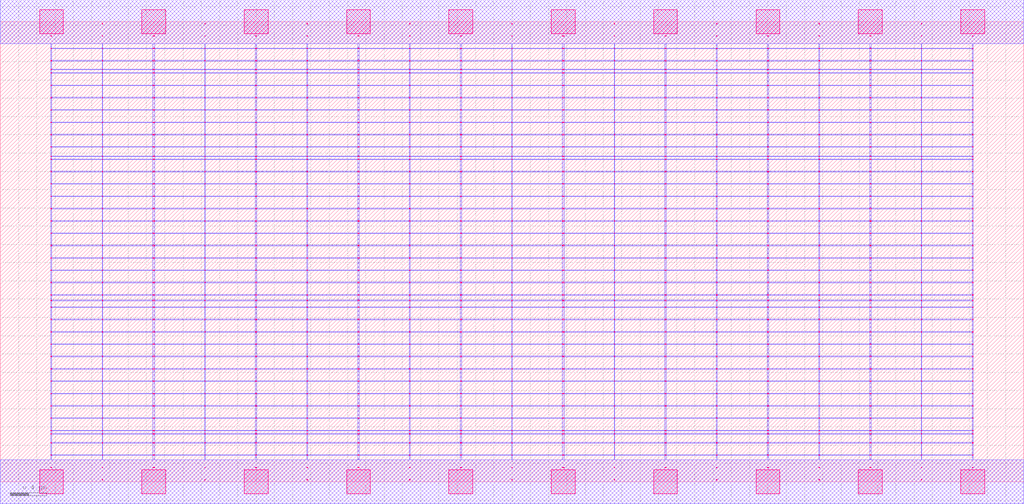
<source format=lef>
MACRO AAOAAOI2213_DEBUG
 CLASS CORE ;
 FOREIGN AAOAAOI2213_DEBUG 0 0 ;
 SIZE 11.200000000000001 BY 5.04 ;
 ORIGIN 0 0 ;
 SYMMETRY X Y R90 ;
 SITE unit ;

 OBS
    LAYER polycont ;
     RECT 5.59600000 0.15300000 5.60400000 0.16100000 ;
     RECT 5.59600000 0.28800000 5.60400000 0.29600000 ;
     RECT 5.59600000 0.42300000 5.60400000 0.43100000 ;
     RECT 5.59600000 0.52100000 5.60400000 0.52900000 ;
     RECT 5.59600000 0.55800000 5.60400000 0.56600000 ;
     RECT 5.59600000 0.69300000 5.60400000 0.70100000 ;
     RECT 5.59600000 0.82800000 5.60400000 0.83600000 ;
     RECT 5.59600000 0.96300000 5.60400000 0.97100000 ;
     RECT 5.59600000 1.09800000 5.60400000 1.10600000 ;
     RECT 5.59600000 1.23300000 5.60400000 1.24100000 ;
     RECT 5.59600000 1.36800000 5.60400000 1.37600000 ;
     RECT 5.59600000 1.50300000 5.60400000 1.51100000 ;
     RECT 5.59600000 1.63800000 5.60400000 1.64600000 ;
     RECT 5.59600000 1.77300000 5.60400000 1.78100000 ;
     RECT 5.59600000 1.90800000 5.60400000 1.91600000 ;
     RECT 5.59600000 1.98100000 5.60400000 1.98900000 ;
     RECT 5.59600000 2.04300000 5.60400000 2.05100000 ;
     RECT 5.59600000 2.17800000 5.60400000 2.18600000 ;
     RECT 5.59600000 2.31300000 5.60400000 2.32100000 ;
     RECT 5.59600000 2.44800000 5.60400000 2.45600000 ;
     RECT 5.59600000 2.58300000 5.60400000 2.59100000 ;
     RECT 5.59600000 2.71800000 5.60400000 2.72600000 ;
     RECT 5.59600000 2.85300000 5.60400000 2.86100000 ;
     RECT 5.59600000 2.98800000 5.60400000 2.99600000 ;
     RECT 7.83600000 2.58300000 7.84400000 2.59100000 ;
     RECT 8.39100000 2.58300000 8.40900000 2.59100000 ;
     RECT 8.95600000 2.58300000 8.96400000 2.59100000 ;
     RECT 9.51600000 2.58300000 9.52900000 2.59100000 ;
     RECT 10.07600000 2.58300000 10.08400000 2.59100000 ;
     RECT 10.63600000 2.58300000 10.64400000 2.59100000 ;
     RECT 6.15100000 2.58300000 6.16900000 2.59100000 ;
     RECT 6.15100000 2.71800000 6.16900000 2.72600000 ;
     RECT 6.71600000 2.71800000 6.72400000 2.72600000 ;
     RECT 7.27100000 2.71800000 7.28900000 2.72600000 ;
     RECT 7.83600000 2.71800000 7.84400000 2.72600000 ;
     RECT 8.39100000 2.71800000 8.40900000 2.72600000 ;
     RECT 8.95600000 2.71800000 8.96400000 2.72600000 ;
     RECT 9.51600000 2.71800000 9.52900000 2.72600000 ;
     RECT 10.07600000 2.71800000 10.08400000 2.72600000 ;
     RECT 10.63600000 2.71800000 10.64400000 2.72600000 ;
     RECT 6.71600000 2.58300000 6.72400000 2.59100000 ;
     RECT 6.15100000 2.85300000 6.16900000 2.86100000 ;
     RECT 6.71600000 2.85300000 6.72400000 2.86100000 ;
     RECT 7.27100000 2.85300000 7.28900000 2.86100000 ;
     RECT 7.83600000 2.85300000 7.84400000 2.86100000 ;
     RECT 8.39100000 2.85300000 8.40900000 2.86100000 ;
     RECT 8.95600000 2.85300000 8.96400000 2.86100000 ;
     RECT 9.51600000 2.85300000 9.52900000 2.86100000 ;
     RECT 10.07600000 2.85300000 10.08400000 2.86100000 ;
     RECT 10.63600000 2.85300000 10.64400000 2.86100000 ;
     RECT 7.27100000 2.58300000 7.28900000 2.59100000 ;
     RECT 6.15100000 2.98800000 6.16900000 2.99600000 ;
     RECT 6.71600000 2.98800000 6.72400000 2.99600000 ;
     RECT 7.27100000 2.98800000 7.28900000 2.99600000 ;
     RECT 7.83600000 2.98800000 7.84400000 2.99600000 ;
     RECT 8.39100000 2.98800000 8.40900000 2.99600000 ;
     RECT 8.95600000 2.98800000 8.96400000 2.99600000 ;
     RECT 9.51600000 2.98800000 9.52900000 2.99600000 ;
     RECT 10.07600000 2.98800000 10.08400000 2.99600000 ;
     RECT 10.63600000 2.98800000 10.64400000 2.99600000 ;
     RECT 10.07600000 3.12300000 10.08400000 3.13100000 ;
     RECT 10.63600000 3.12300000 10.64400000 3.13100000 ;
     RECT 10.07600000 3.25800000 10.08400000 3.26600000 ;
     RECT 10.63600000 3.25800000 10.64400000 3.26600000 ;
     RECT 10.07600000 3.39300000 10.08400000 3.40100000 ;
     RECT 10.63600000 3.39300000 10.64400000 3.40100000 ;
     RECT 10.07600000 3.52800000 10.08400000 3.53600000 ;
     RECT 10.63600000 3.52800000 10.64400000 3.53600000 ;
     RECT 10.07600000 3.56100000 10.08400000 3.56900000 ;
     RECT 10.63600000 3.56100000 10.64400000 3.56900000 ;
     RECT 10.07600000 3.66300000 10.08400000 3.67100000 ;
     RECT 10.63600000 3.66300000 10.64400000 3.67100000 ;
     RECT 10.07600000 3.79800000 10.08400000 3.80600000 ;
     RECT 10.63600000 3.79800000 10.64400000 3.80600000 ;
     RECT 10.07600000 3.93300000 10.08400000 3.94100000 ;
     RECT 10.63600000 3.93300000 10.64400000 3.94100000 ;
     RECT 10.07600000 4.06800000 10.08400000 4.07600000 ;
     RECT 10.63600000 4.06800000 10.64400000 4.07600000 ;
     RECT 10.07600000 4.20300000 10.08400000 4.21100000 ;
     RECT 10.63600000 4.20300000 10.64400000 4.21100000 ;
     RECT 10.07600000 4.33800000 10.08400000 4.34600000 ;
     RECT 10.63600000 4.33800000 10.64400000 4.34600000 ;
     RECT 10.07600000 4.47300000 10.08400000 4.48100000 ;
     RECT 10.63600000 4.47300000 10.64400000 4.48100000 ;
     RECT 10.07600000 4.51100000 10.08400000 4.51900000 ;
     RECT 10.63600000 4.51100000 10.64400000 4.51900000 ;
     RECT 10.07600000 4.60800000 10.08400000 4.61600000 ;
     RECT 10.63600000 4.60800000 10.64400000 4.61600000 ;
     RECT 10.07600000 4.74300000 10.08400000 4.75100000 ;
     RECT 10.63600000 4.74300000 10.64400000 4.75100000 ;
     RECT 10.07600000 4.87800000 10.08400000 4.88600000 ;
     RECT 10.63600000 4.87800000 10.64400000 4.88600000 ;
     RECT 0.55100000 2.58300000 0.56400000 2.59100000 ;
     RECT 0.55100000 2.71800000 0.56400000 2.72600000 ;
     RECT 0.55100000 2.85300000 0.56400000 2.86100000 ;
     RECT 1.11600000 2.85300000 1.12400000 2.86100000 ;
     RECT 1.67100000 2.85300000 1.68900000 2.86100000 ;
     RECT 2.23600000 2.85300000 2.24400000 2.86100000 ;
     RECT 2.79100000 2.85300000 2.80900000 2.86100000 ;
     RECT 3.35600000 2.85300000 3.36400000 2.86100000 ;
     RECT 3.91100000 2.85300000 3.92900000 2.86100000 ;
     RECT 4.47600000 2.85300000 4.48400000 2.86100000 ;
     RECT 5.03100000 2.85300000 5.04900000 2.86100000 ;
     RECT 1.11600000 2.71800000 1.12400000 2.72600000 ;
     RECT 1.67100000 2.71800000 1.68900000 2.72600000 ;
     RECT 2.23600000 2.71800000 2.24400000 2.72600000 ;
     RECT 2.79100000 2.71800000 2.80900000 2.72600000 ;
     RECT 3.35600000 2.71800000 3.36400000 2.72600000 ;
     RECT 3.91100000 2.71800000 3.92900000 2.72600000 ;
     RECT 4.47600000 2.71800000 4.48400000 2.72600000 ;
     RECT 5.03100000 2.71800000 5.04900000 2.72600000 ;
     RECT 1.11600000 2.58300000 1.12400000 2.59100000 ;
     RECT 1.67100000 2.58300000 1.68900000 2.59100000 ;
     RECT 0.55100000 2.98800000 0.56400000 2.99600000 ;
     RECT 1.11600000 2.98800000 1.12400000 2.99600000 ;
     RECT 1.67100000 2.98800000 1.68900000 2.99600000 ;
     RECT 2.23600000 2.98800000 2.24400000 2.99600000 ;
     RECT 2.79100000 2.98800000 2.80900000 2.99600000 ;
     RECT 3.35600000 2.98800000 3.36400000 2.99600000 ;
     RECT 3.91100000 2.98800000 3.92900000 2.99600000 ;
     RECT 4.47600000 2.98800000 4.48400000 2.99600000 ;
     RECT 5.03100000 2.98800000 5.04900000 2.99600000 ;
     RECT 2.23600000 2.58300000 2.24400000 2.59100000 ;
     RECT 2.79100000 2.58300000 2.80900000 2.59100000 ;
     RECT 3.35600000 2.58300000 3.36400000 2.59100000 ;
     RECT 3.91100000 2.58300000 3.92900000 2.59100000 ;
     RECT 4.47600000 2.58300000 4.48400000 2.59100000 ;
     RECT 5.03100000 2.58300000 5.04900000 2.59100000 ;

    LAYER pdiffc ;
     RECT 0.55100000 3.39300000 0.55900000 3.40100000 ;
     RECT 9.52100000 3.39300000 9.52900000 3.40100000 ;
     RECT 0.55100000 3.52800000 0.55900000 3.53600000 ;
     RECT 9.52100000 3.52800000 9.52900000 3.53600000 ;
     RECT 0.55100000 3.56100000 0.55900000 3.56900000 ;
     RECT 9.52100000 3.56100000 9.52900000 3.56900000 ;
     RECT 0.55100000 3.66300000 0.55900000 3.67100000 ;
     RECT 9.52100000 3.66300000 9.52900000 3.67100000 ;
     RECT 0.55100000 3.79800000 0.55900000 3.80600000 ;
     RECT 9.52100000 3.79800000 9.52900000 3.80600000 ;
     RECT 0.55100000 3.93300000 0.55900000 3.94100000 ;
     RECT 9.52100000 3.93300000 9.52900000 3.94100000 ;
     RECT 0.55100000 4.06800000 0.55900000 4.07600000 ;
     RECT 9.52100000 4.06800000 9.52900000 4.07600000 ;
     RECT 0.55100000 4.20300000 0.55900000 4.21100000 ;
     RECT 9.52100000 4.20300000 9.52900000 4.21100000 ;
     RECT 0.55100000 4.33800000 0.55900000 4.34600000 ;
     RECT 9.52100000 4.33800000 9.52900000 4.34600000 ;
     RECT 0.55100000 4.47300000 0.55900000 4.48100000 ;
     RECT 9.52100000 4.47300000 9.52900000 4.48100000 ;
     RECT 0.55100000 4.51100000 0.55900000 4.51900000 ;
     RECT 9.52100000 4.51100000 9.52900000 4.51900000 ;
     RECT 0.55100000 4.60800000 0.55900000 4.61600000 ;
     RECT 9.52100000 4.60800000 9.52900000 4.61600000 ;

    LAYER ndiffc ;
     RECT 6.15100000 0.42300000 6.16900000 0.43100000 ;
     RECT 7.27100000 0.42300000 7.28900000 0.43100000 ;
     RECT 8.39100000 0.42300000 8.40900000 0.43100000 ;
     RECT 9.51600000 0.42300000 9.52900000 0.43100000 ;
     RECT 10.63600000 0.42300000 10.64400000 0.43100000 ;
     RECT 6.15100000 0.52100000 6.16900000 0.52900000 ;
     RECT 7.27100000 0.52100000 7.28900000 0.52900000 ;
     RECT 8.39100000 0.52100000 8.40900000 0.52900000 ;
     RECT 9.51600000 0.52100000 9.52900000 0.52900000 ;
     RECT 10.63600000 0.52100000 10.64400000 0.52900000 ;
     RECT 6.15100000 0.55800000 6.16900000 0.56600000 ;
     RECT 7.27100000 0.55800000 7.28900000 0.56600000 ;
     RECT 8.39100000 0.55800000 8.40900000 0.56600000 ;
     RECT 9.51600000 0.55800000 9.52900000 0.56600000 ;
     RECT 10.63600000 0.55800000 10.64400000 0.56600000 ;
     RECT 6.15100000 0.69300000 6.16900000 0.70100000 ;
     RECT 7.27100000 0.69300000 7.28900000 0.70100000 ;
     RECT 8.39100000 0.69300000 8.40900000 0.70100000 ;
     RECT 9.51600000 0.69300000 9.52900000 0.70100000 ;
     RECT 10.63600000 0.69300000 10.64400000 0.70100000 ;
     RECT 6.15100000 0.82800000 6.16900000 0.83600000 ;
     RECT 7.27100000 0.82800000 7.28900000 0.83600000 ;
     RECT 8.39100000 0.82800000 8.40900000 0.83600000 ;
     RECT 9.51600000 0.82800000 9.52900000 0.83600000 ;
     RECT 10.63600000 0.82800000 10.64400000 0.83600000 ;
     RECT 6.15100000 0.96300000 6.16900000 0.97100000 ;
     RECT 7.27100000 0.96300000 7.28900000 0.97100000 ;
     RECT 8.39100000 0.96300000 8.40900000 0.97100000 ;
     RECT 9.51600000 0.96300000 9.52900000 0.97100000 ;
     RECT 10.63600000 0.96300000 10.64400000 0.97100000 ;
     RECT 6.15100000 1.09800000 6.16900000 1.10600000 ;
     RECT 7.27100000 1.09800000 7.28900000 1.10600000 ;
     RECT 8.39100000 1.09800000 8.40900000 1.10600000 ;
     RECT 9.51600000 1.09800000 9.52900000 1.10600000 ;
     RECT 10.63600000 1.09800000 10.64400000 1.10600000 ;
     RECT 6.15100000 1.23300000 6.16900000 1.24100000 ;
     RECT 7.27100000 1.23300000 7.28900000 1.24100000 ;
     RECT 8.39100000 1.23300000 8.40900000 1.24100000 ;
     RECT 9.51600000 1.23300000 9.52900000 1.24100000 ;
     RECT 10.63600000 1.23300000 10.64400000 1.24100000 ;
     RECT 6.15100000 1.36800000 6.16900000 1.37600000 ;
     RECT 7.27100000 1.36800000 7.28900000 1.37600000 ;
     RECT 8.39100000 1.36800000 8.40900000 1.37600000 ;
     RECT 9.51600000 1.36800000 9.52900000 1.37600000 ;
     RECT 10.63600000 1.36800000 10.64400000 1.37600000 ;
     RECT 6.15100000 1.50300000 6.16900000 1.51100000 ;
     RECT 7.27100000 1.50300000 7.28900000 1.51100000 ;
     RECT 8.39100000 1.50300000 8.40900000 1.51100000 ;
     RECT 9.51600000 1.50300000 9.52900000 1.51100000 ;
     RECT 10.63600000 1.50300000 10.64400000 1.51100000 ;
     RECT 6.15100000 1.63800000 6.16900000 1.64600000 ;
     RECT 7.27100000 1.63800000 7.28900000 1.64600000 ;
     RECT 8.39100000 1.63800000 8.40900000 1.64600000 ;
     RECT 9.51600000 1.63800000 9.52900000 1.64600000 ;
     RECT 10.63600000 1.63800000 10.64400000 1.64600000 ;
     RECT 6.15100000 1.77300000 6.16900000 1.78100000 ;
     RECT 7.27100000 1.77300000 7.28900000 1.78100000 ;
     RECT 8.39100000 1.77300000 8.40900000 1.78100000 ;
     RECT 9.51600000 1.77300000 9.52900000 1.78100000 ;
     RECT 10.63600000 1.77300000 10.64400000 1.78100000 ;
     RECT 6.15100000 1.90800000 6.16900000 1.91600000 ;
     RECT 7.27100000 1.90800000 7.28900000 1.91600000 ;
     RECT 8.39100000 1.90800000 8.40900000 1.91600000 ;
     RECT 9.51600000 1.90800000 9.52900000 1.91600000 ;
     RECT 10.63600000 1.90800000 10.64400000 1.91600000 ;
     RECT 6.15100000 1.98100000 6.16900000 1.98900000 ;
     RECT 7.27100000 1.98100000 7.28900000 1.98900000 ;
     RECT 8.39100000 1.98100000 8.40900000 1.98900000 ;
     RECT 9.51600000 1.98100000 9.52900000 1.98900000 ;
     RECT 10.63600000 1.98100000 10.64400000 1.98900000 ;
     RECT 6.15100000 2.04300000 6.16900000 2.05100000 ;
     RECT 7.27100000 2.04300000 7.28900000 2.05100000 ;
     RECT 8.39100000 2.04300000 8.40900000 2.05100000 ;
     RECT 9.51600000 2.04300000 9.52900000 2.05100000 ;
     RECT 10.63600000 2.04300000 10.64400000 2.05100000 ;
     RECT 0.55100000 0.42300000 0.56400000 0.43100000 ;
     RECT 1.67100000 0.42300000 1.68900000 0.43100000 ;
     RECT 2.79100000 0.42300000 2.80900000 0.43100000 ;
     RECT 3.91100000 0.42300000 3.92900000 0.43100000 ;
     RECT 5.03100000 0.42300000 5.04900000 0.43100000 ;
     RECT 0.55100000 1.36800000 0.56400000 1.37600000 ;
     RECT 1.67100000 1.36800000 1.68900000 1.37600000 ;
     RECT 2.79100000 1.36800000 2.80900000 1.37600000 ;
     RECT 3.91100000 1.36800000 3.92900000 1.37600000 ;
     RECT 5.03100000 1.36800000 5.04900000 1.37600000 ;
     RECT 0.55100000 0.82800000 0.56400000 0.83600000 ;
     RECT 1.67100000 0.82800000 1.68900000 0.83600000 ;
     RECT 2.79100000 0.82800000 2.80900000 0.83600000 ;
     RECT 3.91100000 0.82800000 3.92900000 0.83600000 ;
     RECT 5.03100000 0.82800000 5.04900000 0.83600000 ;
     RECT 0.55100000 1.50300000 0.56400000 1.51100000 ;
     RECT 1.67100000 1.50300000 1.68900000 1.51100000 ;
     RECT 2.79100000 1.50300000 2.80900000 1.51100000 ;
     RECT 3.91100000 1.50300000 3.92900000 1.51100000 ;
     RECT 5.03100000 1.50300000 5.04900000 1.51100000 ;
     RECT 0.55100000 0.55800000 0.56400000 0.56600000 ;
     RECT 1.67100000 0.55800000 1.68900000 0.56600000 ;
     RECT 2.79100000 0.55800000 2.80900000 0.56600000 ;
     RECT 3.91100000 0.55800000 3.92900000 0.56600000 ;
     RECT 5.03100000 0.55800000 5.04900000 0.56600000 ;
     RECT 0.55100000 1.63800000 0.56400000 1.64600000 ;
     RECT 1.67100000 1.63800000 1.68900000 1.64600000 ;
     RECT 2.79100000 1.63800000 2.80900000 1.64600000 ;
     RECT 3.91100000 1.63800000 3.92900000 1.64600000 ;
     RECT 5.03100000 1.63800000 5.04900000 1.64600000 ;
     RECT 0.55100000 0.96300000 0.56400000 0.97100000 ;
     RECT 1.67100000 0.96300000 1.68900000 0.97100000 ;
     RECT 2.79100000 0.96300000 2.80900000 0.97100000 ;
     RECT 3.91100000 0.96300000 3.92900000 0.97100000 ;
     RECT 5.03100000 0.96300000 5.04900000 0.97100000 ;
     RECT 0.55100000 1.77300000 0.56400000 1.78100000 ;
     RECT 1.67100000 1.77300000 1.68900000 1.78100000 ;
     RECT 2.79100000 1.77300000 2.80900000 1.78100000 ;
     RECT 3.91100000 1.77300000 3.92900000 1.78100000 ;
     RECT 5.03100000 1.77300000 5.04900000 1.78100000 ;
     RECT 0.55100000 0.52100000 0.56400000 0.52900000 ;
     RECT 1.67100000 0.52100000 1.68900000 0.52900000 ;
     RECT 2.79100000 0.52100000 2.80900000 0.52900000 ;
     RECT 3.91100000 0.52100000 3.92900000 0.52900000 ;
     RECT 5.03100000 0.52100000 5.04900000 0.52900000 ;
     RECT 0.55100000 1.90800000 0.56400000 1.91600000 ;
     RECT 1.67100000 1.90800000 1.68900000 1.91600000 ;
     RECT 2.79100000 1.90800000 2.80900000 1.91600000 ;
     RECT 3.91100000 1.90800000 3.92900000 1.91600000 ;
     RECT 5.03100000 1.90800000 5.04900000 1.91600000 ;
     RECT 0.55100000 1.09800000 0.56400000 1.10600000 ;
     RECT 1.67100000 1.09800000 1.68900000 1.10600000 ;
     RECT 2.79100000 1.09800000 2.80900000 1.10600000 ;
     RECT 3.91100000 1.09800000 3.92900000 1.10600000 ;
     RECT 5.03100000 1.09800000 5.04900000 1.10600000 ;
     RECT 0.55100000 1.98100000 0.56400000 1.98900000 ;
     RECT 1.67100000 1.98100000 1.68900000 1.98900000 ;
     RECT 2.79100000 1.98100000 2.80900000 1.98900000 ;
     RECT 3.91100000 1.98100000 3.92900000 1.98900000 ;
     RECT 5.03100000 1.98100000 5.04900000 1.98900000 ;
     RECT 0.55100000 0.69300000 0.56400000 0.70100000 ;
     RECT 1.67100000 0.69300000 1.68900000 0.70100000 ;
     RECT 2.79100000 0.69300000 2.80900000 0.70100000 ;
     RECT 3.91100000 0.69300000 3.92900000 0.70100000 ;
     RECT 5.03100000 0.69300000 5.04900000 0.70100000 ;
     RECT 0.55100000 2.04300000 0.56400000 2.05100000 ;
     RECT 1.67100000 2.04300000 1.68900000 2.05100000 ;
     RECT 2.79100000 2.04300000 2.80900000 2.05100000 ;
     RECT 3.91100000 2.04300000 3.92900000 2.05100000 ;
     RECT 5.03100000 2.04300000 5.04900000 2.05100000 ;
     RECT 0.55100000 1.23300000 0.56400000 1.24100000 ;
     RECT 1.67100000 1.23300000 1.68900000 1.24100000 ;
     RECT 2.79100000 1.23300000 2.80900000 1.24100000 ;
     RECT 3.91100000 1.23300000 3.92900000 1.24100000 ;
     RECT 5.03100000 1.23300000 5.04900000 1.24100000 ;

    LAYER met1 ;
     RECT 0.00000000 -0.24000000 11.20000000 0.24000000 ;
     RECT 5.59600000 0.24000000 5.60400000 0.28800000 ;
     RECT 0.55100000 0.28800000 10.64400000 0.29600000 ;
     RECT 5.59600000 0.29600000 5.60400000 0.42300000 ;
     RECT 0.55100000 0.42300000 10.64400000 0.43100000 ;
     RECT 5.59600000 0.43100000 5.60400000 0.52100000 ;
     RECT 0.55100000 0.52100000 10.64400000 0.52900000 ;
     RECT 5.59600000 0.52900000 5.60400000 0.55800000 ;
     RECT 0.55100000 0.55800000 10.64400000 0.56600000 ;
     RECT 5.59600000 0.56600000 5.60400000 0.69300000 ;
     RECT 0.55100000 0.69300000 10.64400000 0.70100000 ;
     RECT 5.59600000 0.70100000 5.60400000 0.82800000 ;
     RECT 0.55100000 0.82800000 10.64400000 0.83600000 ;
     RECT 5.59600000 0.83600000 5.60400000 0.96300000 ;
     RECT 0.55100000 0.96300000 10.64400000 0.97100000 ;
     RECT 5.59600000 0.97100000 5.60400000 1.09800000 ;
     RECT 0.55100000 1.09800000 10.64400000 1.10600000 ;
     RECT 5.59600000 1.10600000 5.60400000 1.23300000 ;
     RECT 0.55100000 1.23300000 10.64400000 1.24100000 ;
     RECT 5.59600000 1.24100000 5.60400000 1.36800000 ;
     RECT 0.55100000 1.36800000 10.64400000 1.37600000 ;
     RECT 5.59600000 1.37600000 5.60400000 1.50300000 ;
     RECT 0.55100000 1.50300000 10.64400000 1.51100000 ;
     RECT 5.59600000 1.51100000 5.60400000 1.63800000 ;
     RECT 0.55100000 1.63800000 10.64400000 1.64600000 ;
     RECT 5.59600000 1.64600000 5.60400000 1.77300000 ;
     RECT 0.55100000 1.77300000 10.64400000 1.78100000 ;
     RECT 5.59600000 1.78100000 5.60400000 1.90800000 ;
     RECT 0.55100000 1.90800000 10.64400000 1.91600000 ;
     RECT 5.59600000 1.91600000 5.60400000 1.98100000 ;
     RECT 0.55100000 1.98100000 10.64400000 1.98900000 ;
     RECT 5.59600000 1.98900000 5.60400000 2.04300000 ;
     RECT 0.55100000 2.04300000 10.64400000 2.05100000 ;
     RECT 5.59600000 2.05100000 5.60400000 2.17800000 ;
     RECT 0.55100000 2.17800000 10.64400000 2.18600000 ;
     RECT 5.59600000 2.18600000 5.60400000 2.31300000 ;
     RECT 0.55100000 2.31300000 10.64400000 2.32100000 ;
     RECT 5.59600000 2.32100000 5.60400000 2.44800000 ;
     RECT 0.55100000 2.44800000 10.64400000 2.45600000 ;
     RECT 0.55100000 2.45600000 0.56400000 2.58300000 ;
     RECT 1.11600000 2.45600000 1.12400000 2.58300000 ;
     RECT 1.67100000 2.45600000 1.68900000 2.58300000 ;
     RECT 2.23600000 2.45600000 2.24400000 2.58300000 ;
     RECT 2.79100000 2.45600000 2.80900000 2.58300000 ;
     RECT 3.35600000 2.45600000 3.36400000 2.58300000 ;
     RECT 3.91100000 2.45600000 3.92900000 2.58300000 ;
     RECT 4.47600000 2.45600000 4.48400000 2.58300000 ;
     RECT 5.03100000 2.45600000 5.04900000 2.58300000 ;
     RECT 5.59600000 2.45600000 5.60400000 2.58300000 ;
     RECT 6.15100000 2.45600000 6.16900000 2.58300000 ;
     RECT 6.71600000 2.45600000 6.72400000 2.58300000 ;
     RECT 7.27100000 2.45600000 7.28900000 2.58300000 ;
     RECT 7.83600000 2.45600000 7.84400000 2.58300000 ;
     RECT 8.39100000 2.45600000 8.40900000 2.58300000 ;
     RECT 8.95600000 2.45600000 8.96400000 2.58300000 ;
     RECT 9.51600000 2.45600000 9.52900000 2.58300000 ;
     RECT 10.07600000 2.45600000 10.08400000 2.58300000 ;
     RECT 10.63600000 2.45600000 10.64400000 2.58300000 ;
     RECT 0.55100000 2.58300000 10.64400000 2.59100000 ;
     RECT 5.59600000 2.59100000 5.60400000 2.71800000 ;
     RECT 0.55100000 2.71800000 10.64400000 2.72600000 ;
     RECT 5.59600000 2.72600000 5.60400000 2.85300000 ;
     RECT 0.55100000 2.85300000 10.64400000 2.86100000 ;
     RECT 5.59600000 2.86100000 5.60400000 2.98800000 ;
     RECT 0.55100000 2.98800000 10.64400000 2.99600000 ;
     RECT 5.59600000 2.99600000 5.60400000 3.12300000 ;
     RECT 0.55100000 3.12300000 10.64400000 3.13100000 ;
     RECT 5.59600000 3.13100000 5.60400000 3.25800000 ;
     RECT 0.55100000 3.25800000 10.64400000 3.26600000 ;
     RECT 5.59600000 3.26600000 5.60400000 3.39300000 ;
     RECT 0.55100000 3.39300000 10.64400000 3.40100000 ;
     RECT 5.59600000 3.40100000 5.60400000 3.52800000 ;
     RECT 0.55100000 3.52800000 10.64400000 3.53600000 ;
     RECT 5.59600000 3.53600000 5.60400000 3.56100000 ;
     RECT 0.55100000 3.56100000 10.64400000 3.56900000 ;
     RECT 5.59600000 3.56900000 5.60400000 3.66300000 ;
     RECT 0.55100000 3.66300000 10.64400000 3.67100000 ;
     RECT 5.59600000 3.67100000 5.60400000 3.79800000 ;
     RECT 0.55100000 3.79800000 10.64400000 3.80600000 ;
     RECT 5.59600000 3.80600000 5.60400000 3.93300000 ;
     RECT 0.55100000 3.93300000 10.64400000 3.94100000 ;
     RECT 5.59600000 3.94100000 5.60400000 4.06800000 ;
     RECT 0.55100000 4.06800000 10.64400000 4.07600000 ;
     RECT 5.59600000 4.07600000 5.60400000 4.20300000 ;
     RECT 0.55100000 4.20300000 10.64400000 4.21100000 ;
     RECT 5.59600000 4.21100000 5.60400000 4.33800000 ;
     RECT 0.55100000 4.33800000 10.64400000 4.34600000 ;
     RECT 5.59600000 4.34600000 5.60400000 4.47300000 ;
     RECT 0.55100000 4.47300000 10.64400000 4.48100000 ;
     RECT 5.59600000 4.48100000 5.60400000 4.51100000 ;
     RECT 0.55100000 4.51100000 10.64400000 4.51900000 ;
     RECT 5.59600000 4.51900000 5.60400000 4.60800000 ;
     RECT 0.55100000 4.60800000 10.64400000 4.61600000 ;
     RECT 5.59600000 4.61600000 5.60400000 4.74300000 ;
     RECT 0.55100000 4.74300000 10.64400000 4.75100000 ;
     RECT 5.59600000 4.75100000 5.60400000 4.80000000 ;
     RECT 0.00000000 4.80000000 11.20000000 5.28000000 ;
     RECT 8.39100000 2.99600000 8.40900000 3.12300000 ;
     RECT 8.39100000 3.13100000 8.40900000 3.25800000 ;
     RECT 8.39100000 3.26600000 8.40900000 3.39300000 ;
     RECT 8.39100000 3.40100000 8.40900000 3.52800000 ;
     RECT 8.39100000 3.53600000 8.40900000 3.56100000 ;
     RECT 8.39100000 2.72600000 8.40900000 2.85300000 ;
     RECT 8.39100000 3.56900000 8.40900000 3.66300000 ;
     RECT 8.39100000 3.67100000 8.40900000 3.79800000 ;
     RECT 6.15100000 3.80600000 6.16900000 3.93300000 ;
     RECT 6.71600000 3.80600000 6.72400000 3.93300000 ;
     RECT 7.27100000 3.80600000 7.28900000 3.93300000 ;
     RECT 7.83600000 3.80600000 7.84400000 3.93300000 ;
     RECT 8.39100000 3.80600000 8.40900000 3.93300000 ;
     RECT 8.95600000 3.80600000 8.96400000 3.93300000 ;
     RECT 9.51600000 3.80600000 9.52900000 3.93300000 ;
     RECT 10.07600000 3.80600000 10.08400000 3.93300000 ;
     RECT 10.63600000 3.80600000 10.64400000 3.93300000 ;
     RECT 8.39100000 3.94100000 8.40900000 4.06800000 ;
     RECT 8.39100000 4.07600000 8.40900000 4.20300000 ;
     RECT 8.39100000 4.21100000 8.40900000 4.33800000 ;
     RECT 8.39100000 2.86100000 8.40900000 2.98800000 ;
     RECT 8.39100000 4.34600000 8.40900000 4.47300000 ;
     RECT 8.39100000 4.48100000 8.40900000 4.51100000 ;
     RECT 8.39100000 2.59100000 8.40900000 2.71800000 ;
     RECT 8.39100000 4.51900000 8.40900000 4.60800000 ;
     RECT 8.39100000 4.61600000 8.40900000 4.74300000 ;
     RECT 8.39100000 4.75100000 8.40900000 4.80000000 ;
     RECT 9.51600000 3.94100000 9.52900000 4.06800000 ;
     RECT 8.95600000 4.21100000 8.96400000 4.33800000 ;
     RECT 9.51600000 4.21100000 9.52900000 4.33800000 ;
     RECT 10.07600000 4.21100000 10.08400000 4.33800000 ;
     RECT 10.63600000 4.21100000 10.64400000 4.33800000 ;
     RECT 10.07600000 3.94100000 10.08400000 4.06800000 ;
     RECT 10.63600000 3.94100000 10.64400000 4.06800000 ;
     RECT 8.95600000 4.34600000 8.96400000 4.47300000 ;
     RECT 9.51600000 4.34600000 9.52900000 4.47300000 ;
     RECT 10.07600000 4.34600000 10.08400000 4.47300000 ;
     RECT 10.63600000 4.34600000 10.64400000 4.47300000 ;
     RECT 8.95600000 3.94100000 8.96400000 4.06800000 ;
     RECT 8.95600000 4.48100000 8.96400000 4.51100000 ;
     RECT 9.51600000 4.48100000 9.52900000 4.51100000 ;
     RECT 10.07600000 4.48100000 10.08400000 4.51100000 ;
     RECT 10.63600000 4.48100000 10.64400000 4.51100000 ;
     RECT 8.95600000 4.07600000 8.96400000 4.20300000 ;
     RECT 9.51600000 4.07600000 9.52900000 4.20300000 ;
     RECT 8.95600000 4.51900000 8.96400000 4.60800000 ;
     RECT 9.51600000 4.51900000 9.52900000 4.60800000 ;
     RECT 10.07600000 4.51900000 10.08400000 4.60800000 ;
     RECT 10.63600000 4.51900000 10.64400000 4.60800000 ;
     RECT 10.07600000 4.07600000 10.08400000 4.20300000 ;
     RECT 8.95600000 4.61600000 8.96400000 4.74300000 ;
     RECT 9.51600000 4.61600000 9.52900000 4.74300000 ;
     RECT 10.07600000 4.61600000 10.08400000 4.74300000 ;
     RECT 10.63600000 4.61600000 10.64400000 4.74300000 ;
     RECT 10.63600000 4.07600000 10.64400000 4.20300000 ;
     RECT 8.95600000 4.75100000 8.96400000 4.80000000 ;
     RECT 9.51600000 4.75100000 9.52900000 4.80000000 ;
     RECT 10.07600000 4.75100000 10.08400000 4.80000000 ;
     RECT 10.63600000 4.75100000 10.64400000 4.80000000 ;
     RECT 6.71600000 4.07600000 6.72400000 4.20300000 ;
     RECT 7.27100000 4.07600000 7.28900000 4.20300000 ;
     RECT 7.83600000 4.07600000 7.84400000 4.20300000 ;
     RECT 6.71600000 3.94100000 6.72400000 4.06800000 ;
     RECT 7.27100000 3.94100000 7.28900000 4.06800000 ;
     RECT 6.15100000 4.51900000 6.16900000 4.60800000 ;
     RECT 6.71600000 4.51900000 6.72400000 4.60800000 ;
     RECT 7.27100000 4.51900000 7.28900000 4.60800000 ;
     RECT 7.83600000 4.51900000 7.84400000 4.60800000 ;
     RECT 7.83600000 3.94100000 7.84400000 4.06800000 ;
     RECT 6.15100000 4.34600000 6.16900000 4.47300000 ;
     RECT 6.71600000 4.34600000 6.72400000 4.47300000 ;
     RECT 7.27100000 4.34600000 7.28900000 4.47300000 ;
     RECT 7.83600000 4.34600000 7.84400000 4.47300000 ;
     RECT 6.15100000 4.61600000 6.16900000 4.74300000 ;
     RECT 6.71600000 4.61600000 6.72400000 4.74300000 ;
     RECT 7.27100000 4.61600000 7.28900000 4.74300000 ;
     RECT 7.83600000 4.61600000 7.84400000 4.74300000 ;
     RECT 6.15100000 3.94100000 6.16900000 4.06800000 ;
     RECT 6.15100000 4.07600000 6.16900000 4.20300000 ;
     RECT 6.15100000 4.21100000 6.16900000 4.33800000 ;
     RECT 6.71600000 4.21100000 6.72400000 4.33800000 ;
     RECT 7.27100000 4.21100000 7.28900000 4.33800000 ;
     RECT 6.15100000 4.75100000 6.16900000 4.80000000 ;
     RECT 6.71600000 4.75100000 6.72400000 4.80000000 ;
     RECT 7.27100000 4.75100000 7.28900000 4.80000000 ;
     RECT 7.83600000 4.75100000 7.84400000 4.80000000 ;
     RECT 6.15100000 4.48100000 6.16900000 4.51100000 ;
     RECT 6.71600000 4.48100000 6.72400000 4.51100000 ;
     RECT 7.27100000 4.48100000 7.28900000 4.51100000 ;
     RECT 7.83600000 4.48100000 7.84400000 4.51100000 ;
     RECT 7.83600000 4.21100000 7.84400000 4.33800000 ;
     RECT 7.27100000 3.53600000 7.28900000 3.56100000 ;
     RECT 7.83600000 3.53600000 7.84400000 3.56100000 ;
     RECT 7.83600000 3.13100000 7.84400000 3.25800000 ;
     RECT 6.15100000 2.86100000 6.16900000 2.98800000 ;
     RECT 6.71600000 2.86100000 6.72400000 2.98800000 ;
     RECT 7.83600000 2.72600000 7.84400000 2.85300000 ;
     RECT 6.15100000 3.13100000 6.16900000 3.25800000 ;
     RECT 6.15100000 3.56900000 6.16900000 3.66300000 ;
     RECT 6.71600000 3.56900000 6.72400000 3.66300000 ;
     RECT 7.27100000 3.56900000 7.28900000 3.66300000 ;
     RECT 7.83600000 3.56900000 7.84400000 3.66300000 ;
     RECT 6.15100000 2.59100000 6.16900000 2.71800000 ;
     RECT 6.15100000 3.67100000 6.16900000 3.79800000 ;
     RECT 6.71600000 3.67100000 6.72400000 3.79800000 ;
     RECT 7.27100000 2.86100000 7.28900000 2.98800000 ;
     RECT 7.83600000 2.86100000 7.84400000 2.98800000 ;
     RECT 7.27100000 3.67100000 7.28900000 3.79800000 ;
     RECT 7.83600000 3.67100000 7.84400000 3.79800000 ;
     RECT 6.15100000 2.99600000 6.16900000 3.12300000 ;
     RECT 6.15100000 3.26600000 6.16900000 3.39300000 ;
     RECT 6.71600000 3.26600000 6.72400000 3.39300000 ;
     RECT 7.27100000 3.26600000 7.28900000 3.39300000 ;
     RECT 7.83600000 3.26600000 7.84400000 3.39300000 ;
     RECT 6.71600000 3.13100000 6.72400000 3.25800000 ;
     RECT 6.71600000 2.59100000 6.72400000 2.71800000 ;
     RECT 6.15100000 2.72600000 6.16900000 2.85300000 ;
     RECT 6.15100000 3.40100000 6.16900000 3.52800000 ;
     RECT 6.71600000 3.40100000 6.72400000 3.52800000 ;
     RECT 6.71600000 2.99600000 6.72400000 3.12300000 ;
     RECT 7.27100000 2.99600000 7.28900000 3.12300000 ;
     RECT 7.27100000 3.40100000 7.28900000 3.52800000 ;
     RECT 7.27100000 2.59100000 7.28900000 2.71800000 ;
     RECT 7.83600000 2.59100000 7.84400000 2.71800000 ;
     RECT 7.83600000 3.40100000 7.84400000 3.52800000 ;
     RECT 7.27100000 3.13100000 7.28900000 3.25800000 ;
     RECT 6.71600000 2.72600000 6.72400000 2.85300000 ;
     RECT 7.27100000 2.72600000 7.28900000 2.85300000 ;
     RECT 6.15100000 3.53600000 6.16900000 3.56100000 ;
     RECT 6.71600000 3.53600000 6.72400000 3.56100000 ;
     RECT 7.83600000 2.99600000 7.84400000 3.12300000 ;
     RECT 10.07600000 3.56900000 10.08400000 3.66300000 ;
     RECT 10.63600000 3.56900000 10.64400000 3.66300000 ;
     RECT 8.95600000 2.72600000 8.96400000 2.85300000 ;
     RECT 9.51600000 2.72600000 9.52900000 2.85300000 ;
     RECT 8.95600000 2.99600000 8.96400000 3.12300000 ;
     RECT 8.95600000 3.40100000 8.96400000 3.52800000 ;
     RECT 10.63600000 2.86100000 10.64400000 2.98800000 ;
     RECT 9.51600000 3.40100000 9.52900000 3.52800000 ;
     RECT 10.07600000 3.40100000 10.08400000 3.52800000 ;
     RECT 10.63600000 3.40100000 10.64400000 3.52800000 ;
     RECT 8.95600000 3.67100000 8.96400000 3.79800000 ;
     RECT 9.51600000 3.67100000 9.52900000 3.79800000 ;
     RECT 10.07600000 3.67100000 10.08400000 3.79800000 ;
     RECT 10.63600000 3.67100000 10.64400000 3.79800000 ;
     RECT 10.07600000 2.72600000 10.08400000 2.85300000 ;
     RECT 10.63600000 2.72600000 10.64400000 2.85300000 ;
     RECT 9.51600000 2.99600000 9.52900000 3.12300000 ;
     RECT 8.95600000 2.59100000 8.96400000 2.71800000 ;
     RECT 10.07600000 2.99600000 10.08400000 3.12300000 ;
     RECT 10.63600000 2.99600000 10.64400000 3.12300000 ;
     RECT 9.51600000 2.59100000 9.52900000 2.71800000 ;
     RECT 8.95600000 3.26600000 8.96400000 3.39300000 ;
     RECT 9.51600000 3.26600000 9.52900000 3.39300000 ;
     RECT 10.07600000 3.26600000 10.08400000 3.39300000 ;
     RECT 8.95600000 3.53600000 8.96400000 3.56100000 ;
     RECT 8.95600000 2.86100000 8.96400000 2.98800000 ;
     RECT 9.51600000 3.53600000 9.52900000 3.56100000 ;
     RECT 10.07600000 3.53600000 10.08400000 3.56100000 ;
     RECT 10.63600000 3.53600000 10.64400000 3.56100000 ;
     RECT 10.63600000 3.26600000 10.64400000 3.39300000 ;
     RECT 8.95600000 3.13100000 8.96400000 3.25800000 ;
     RECT 9.51600000 3.13100000 9.52900000 3.25800000 ;
     RECT 10.07600000 3.13100000 10.08400000 3.25800000 ;
     RECT 10.63600000 3.13100000 10.64400000 3.25800000 ;
     RECT 10.63600000 2.59100000 10.64400000 2.71800000 ;
     RECT 9.51600000 2.86100000 9.52900000 2.98800000 ;
     RECT 10.07600000 2.86100000 10.08400000 2.98800000 ;
     RECT 10.07600000 2.59100000 10.08400000 2.71800000 ;
     RECT 8.95600000 3.56900000 8.96400000 3.66300000 ;
     RECT 9.51600000 3.56900000 9.52900000 3.66300000 ;
     RECT 2.79100000 2.59100000 2.80900000 2.71800000 ;
     RECT 2.79100000 2.99600000 2.80900000 3.12300000 ;
     RECT 2.79100000 3.94100000 2.80900000 4.06800000 ;
     RECT 2.79100000 3.40100000 2.80900000 3.52800000 ;
     RECT 2.79100000 4.07600000 2.80900000 4.20300000 ;
     RECT 2.79100000 4.21100000 2.80900000 4.33800000 ;
     RECT 2.79100000 3.53600000 2.80900000 3.56100000 ;
     RECT 2.79100000 4.34600000 2.80900000 4.47300000 ;
     RECT 2.79100000 3.13100000 2.80900000 3.25800000 ;
     RECT 2.79100000 3.56900000 2.80900000 3.66300000 ;
     RECT 2.79100000 4.48100000 2.80900000 4.51100000 ;
     RECT 2.79100000 2.86100000 2.80900000 2.98800000 ;
     RECT 2.79100000 4.51900000 2.80900000 4.60800000 ;
     RECT 2.79100000 2.72600000 2.80900000 2.85300000 ;
     RECT 2.79100000 3.67100000 2.80900000 3.79800000 ;
     RECT 2.79100000 4.61600000 2.80900000 4.74300000 ;
     RECT 2.79100000 3.26600000 2.80900000 3.39300000 ;
     RECT 2.79100000 4.75100000 2.80900000 4.80000000 ;
     RECT 0.55100000 3.80600000 0.56400000 3.93300000 ;
     RECT 1.11600000 3.80600000 1.12400000 3.93300000 ;
     RECT 1.67100000 3.80600000 1.68900000 3.93300000 ;
     RECT 2.23600000 3.80600000 2.24400000 3.93300000 ;
     RECT 2.79100000 3.80600000 2.80900000 3.93300000 ;
     RECT 3.35600000 3.80600000 3.36400000 3.93300000 ;
     RECT 3.91100000 3.80600000 3.92900000 3.93300000 ;
     RECT 4.47600000 3.80600000 4.48400000 3.93300000 ;
     RECT 5.03100000 3.80600000 5.04900000 3.93300000 ;
     RECT 3.35600000 4.48100000 3.36400000 4.51100000 ;
     RECT 3.91100000 4.48100000 3.92900000 4.51100000 ;
     RECT 4.47600000 4.48100000 4.48400000 4.51100000 ;
     RECT 5.03100000 4.48100000 5.04900000 4.51100000 ;
     RECT 4.47600000 4.07600000 4.48400000 4.20300000 ;
     RECT 5.03100000 4.07600000 5.04900000 4.20300000 ;
     RECT 3.35600000 4.51900000 3.36400000 4.60800000 ;
     RECT 3.91100000 4.51900000 3.92900000 4.60800000 ;
     RECT 4.47600000 4.51900000 4.48400000 4.60800000 ;
     RECT 5.03100000 4.51900000 5.04900000 4.60800000 ;
     RECT 4.47600000 3.94100000 4.48400000 4.06800000 ;
     RECT 3.35600000 4.21100000 3.36400000 4.33800000 ;
     RECT 3.91100000 4.21100000 3.92900000 4.33800000 ;
     RECT 3.35600000 4.61600000 3.36400000 4.74300000 ;
     RECT 3.91100000 4.61600000 3.92900000 4.74300000 ;
     RECT 4.47600000 4.61600000 4.48400000 4.74300000 ;
     RECT 5.03100000 4.61600000 5.04900000 4.74300000 ;
     RECT 4.47600000 4.21100000 4.48400000 4.33800000 ;
     RECT 5.03100000 4.21100000 5.04900000 4.33800000 ;
     RECT 3.35600000 4.75100000 3.36400000 4.80000000 ;
     RECT 3.91100000 4.75100000 3.92900000 4.80000000 ;
     RECT 4.47600000 4.75100000 4.48400000 4.80000000 ;
     RECT 5.03100000 4.75100000 5.04900000 4.80000000 ;
     RECT 5.03100000 3.94100000 5.04900000 4.06800000 ;
     RECT 3.35600000 3.94100000 3.36400000 4.06800000 ;
     RECT 3.35600000 4.34600000 3.36400000 4.47300000 ;
     RECT 3.91100000 4.34600000 3.92900000 4.47300000 ;
     RECT 4.47600000 4.34600000 4.48400000 4.47300000 ;
     RECT 5.03100000 4.34600000 5.04900000 4.47300000 ;
     RECT 3.91100000 3.94100000 3.92900000 4.06800000 ;
     RECT 3.35600000 4.07600000 3.36400000 4.20300000 ;
     RECT 3.91100000 4.07600000 3.92900000 4.20300000 ;
     RECT 1.11600000 3.94100000 1.12400000 4.06800000 ;
     RECT 0.55100000 4.07600000 0.56400000 4.20300000 ;
     RECT 0.55100000 4.21100000 0.56400000 4.33800000 ;
     RECT 1.11600000 4.21100000 1.12400000 4.33800000 ;
     RECT 0.55100000 4.61600000 0.56400000 4.74300000 ;
     RECT 1.11600000 4.61600000 1.12400000 4.74300000 ;
     RECT 1.67100000 4.61600000 1.68900000 4.74300000 ;
     RECT 2.23600000 4.61600000 2.24400000 4.74300000 ;
     RECT 1.67100000 4.21100000 1.68900000 4.33800000 ;
     RECT 2.23600000 4.21100000 2.24400000 4.33800000 ;
     RECT 1.11600000 4.07600000 1.12400000 4.20300000 ;
     RECT 0.55100000 4.48100000 0.56400000 4.51100000 ;
     RECT 1.11600000 4.48100000 1.12400000 4.51100000 ;
     RECT 1.67100000 4.48100000 1.68900000 4.51100000 ;
     RECT 0.55100000 4.75100000 0.56400000 4.80000000 ;
     RECT 1.11600000 4.75100000 1.12400000 4.80000000 ;
     RECT 1.67100000 4.75100000 1.68900000 4.80000000 ;
     RECT 2.23600000 4.75100000 2.24400000 4.80000000 ;
     RECT 2.23600000 4.48100000 2.24400000 4.51100000 ;
     RECT 1.67100000 4.07600000 1.68900000 4.20300000 ;
     RECT 2.23600000 4.07600000 2.24400000 4.20300000 ;
     RECT 1.67100000 3.94100000 1.68900000 4.06800000 ;
     RECT 2.23600000 3.94100000 2.24400000 4.06800000 ;
     RECT 0.55100000 3.94100000 0.56400000 4.06800000 ;
     RECT 0.55100000 4.34600000 0.56400000 4.47300000 ;
     RECT 0.55100000 4.51900000 0.56400000 4.60800000 ;
     RECT 1.11600000 4.51900000 1.12400000 4.60800000 ;
     RECT 1.67100000 4.51900000 1.68900000 4.60800000 ;
     RECT 2.23600000 4.51900000 2.24400000 4.60800000 ;
     RECT 1.11600000 4.34600000 1.12400000 4.47300000 ;
     RECT 1.67100000 4.34600000 1.68900000 4.47300000 ;
     RECT 2.23600000 4.34600000 2.24400000 4.47300000 ;
     RECT 0.55100000 3.53600000 0.56400000 3.56100000 ;
     RECT 2.23600000 2.72600000 2.24400000 2.85300000 ;
     RECT 1.11600000 3.53600000 1.12400000 3.56100000 ;
     RECT 0.55100000 3.67100000 0.56400000 3.79800000 ;
     RECT 1.11600000 3.67100000 1.12400000 3.79800000 ;
     RECT 1.67100000 3.67100000 1.68900000 3.79800000 ;
     RECT 2.23600000 3.67100000 2.24400000 3.79800000 ;
     RECT 1.67100000 3.53600000 1.68900000 3.56100000 ;
     RECT 1.11600000 2.99600000 1.12400000 3.12300000 ;
     RECT 1.67100000 3.13100000 1.68900000 3.25800000 ;
     RECT 2.23600000 3.13100000 2.24400000 3.25800000 ;
     RECT 1.67100000 2.99600000 1.68900000 3.12300000 ;
     RECT 0.55100000 3.56900000 0.56400000 3.66300000 ;
     RECT 1.11600000 3.56900000 1.12400000 3.66300000 ;
     RECT 1.67100000 3.56900000 1.68900000 3.66300000 ;
     RECT 2.23600000 3.56900000 2.24400000 3.66300000 ;
     RECT 2.23600000 2.99600000 2.24400000 3.12300000 ;
     RECT 0.55100000 3.26600000 0.56400000 3.39300000 ;
     RECT 1.11600000 3.26600000 1.12400000 3.39300000 ;
     RECT 1.67100000 3.26600000 1.68900000 3.39300000 ;
     RECT 2.23600000 3.26600000 2.24400000 3.39300000 ;
     RECT 2.23600000 2.59100000 2.24400000 2.71800000 ;
     RECT 0.55100000 3.40100000 0.56400000 3.52800000 ;
     RECT 1.67100000 2.59100000 1.68900000 2.71800000 ;
     RECT 0.55100000 2.99600000 0.56400000 3.12300000 ;
     RECT 1.11600000 3.40100000 1.12400000 3.52800000 ;
     RECT 1.67100000 3.40100000 1.68900000 3.52800000 ;
     RECT 2.23600000 3.53600000 2.24400000 3.56100000 ;
     RECT 2.23600000 3.40100000 2.24400000 3.52800000 ;
     RECT 1.11600000 2.86100000 1.12400000 2.98800000 ;
     RECT 1.67100000 2.86100000 1.68900000 2.98800000 ;
     RECT 1.67100000 2.72600000 1.68900000 2.85300000 ;
     RECT 2.23600000 2.86100000 2.24400000 2.98800000 ;
     RECT 0.55100000 3.13100000 0.56400000 3.25800000 ;
     RECT 1.11600000 3.13100000 1.12400000 3.25800000 ;
     RECT 0.55100000 2.59100000 0.56400000 2.71800000 ;
     RECT 1.11600000 2.59100000 1.12400000 2.71800000 ;
     RECT 0.55100000 2.72600000 0.56400000 2.85300000 ;
     RECT 1.11600000 2.72600000 1.12400000 2.85300000 ;
     RECT 0.55100000 2.86100000 0.56400000 2.98800000 ;
     RECT 4.47600000 3.53600000 4.48400000 3.56100000 ;
     RECT 3.35600000 3.56900000 3.36400000 3.66300000 ;
     RECT 3.91100000 3.56900000 3.92900000 3.66300000 ;
     RECT 4.47600000 3.56900000 4.48400000 3.66300000 ;
     RECT 5.03100000 3.56900000 5.04900000 3.66300000 ;
     RECT 5.03100000 3.13100000 5.04900000 3.25800000 ;
     RECT 5.03100000 3.53600000 5.04900000 3.56100000 ;
     RECT 3.35600000 2.86100000 3.36400000 2.98800000 ;
     RECT 3.91100000 2.86100000 3.92900000 2.98800000 ;
     RECT 4.47600000 3.67100000 4.48400000 3.79800000 ;
     RECT 5.03100000 3.67100000 5.04900000 3.79800000 ;
     RECT 4.47600000 2.72600000 4.48400000 2.85300000 ;
     RECT 4.47600000 2.86100000 4.48400000 2.98800000 ;
     RECT 5.03100000 2.86100000 5.04900000 2.98800000 ;
     RECT 4.47600000 2.99600000 4.48400000 3.12300000 ;
     RECT 3.35600000 3.13100000 3.36400000 3.25800000 ;
     RECT 3.91100000 3.13100000 3.92900000 3.25800000 ;
     RECT 3.35600000 3.26600000 3.36400000 3.39300000 ;
     RECT 3.91100000 3.26600000 3.92900000 3.39300000 ;
     RECT 4.47600000 3.26600000 4.48400000 3.39300000 ;
     RECT 4.47600000 3.13100000 4.48400000 3.25800000 ;
     RECT 5.03100000 2.99600000 5.04900000 3.12300000 ;
     RECT 3.91100000 2.59100000 3.92900000 2.71800000 ;
     RECT 4.47600000 2.59100000 4.48400000 2.71800000 ;
     RECT 5.03100000 2.59100000 5.04900000 2.71800000 ;
     RECT 3.35600000 2.59100000 3.36400000 2.71800000 ;
     RECT 3.35600000 2.99600000 3.36400000 3.12300000 ;
     RECT 3.35600000 3.40100000 3.36400000 3.52800000 ;
     RECT 3.91100000 3.40100000 3.92900000 3.52800000 ;
     RECT 5.03100000 3.26600000 5.04900000 3.39300000 ;
     RECT 5.03100000 2.72600000 5.04900000 2.85300000 ;
     RECT 3.35600000 2.72600000 3.36400000 2.85300000 ;
     RECT 3.91100000 2.72600000 3.92900000 2.85300000 ;
     RECT 4.47600000 3.40100000 4.48400000 3.52800000 ;
     RECT 5.03100000 3.40100000 5.04900000 3.52800000 ;
     RECT 3.91100000 2.99600000 3.92900000 3.12300000 ;
     RECT 3.35600000 3.53600000 3.36400000 3.56100000 ;
     RECT 3.91100000 3.53600000 3.92900000 3.56100000 ;
     RECT 3.35600000 3.67100000 3.36400000 3.79800000 ;
     RECT 3.91100000 3.67100000 3.92900000 3.79800000 ;
     RECT 5.03100000 1.10600000 5.04900000 1.23300000 ;
     RECT 2.79100000 1.24100000 2.80900000 1.36800000 ;
     RECT 2.79100000 1.37600000 2.80900000 1.50300000 ;
     RECT 2.79100000 1.51100000 2.80900000 1.63800000 ;
     RECT 2.79100000 1.64600000 2.80900000 1.77300000 ;
     RECT 2.79100000 1.78100000 2.80900000 1.90800000 ;
     RECT 2.79100000 0.43100000 2.80900000 0.52100000 ;
     RECT 2.79100000 1.91600000 2.80900000 1.98100000 ;
     RECT 2.79100000 1.98900000 2.80900000 2.04300000 ;
     RECT 2.79100000 0.24000000 2.80900000 0.28800000 ;
     RECT 2.79100000 2.05100000 2.80900000 2.17800000 ;
     RECT 2.79100000 2.18600000 2.80900000 2.31300000 ;
     RECT 2.79100000 2.32100000 2.80900000 2.44800000 ;
     RECT 2.79100000 0.52900000 2.80900000 0.55800000 ;
     RECT 2.79100000 0.56600000 2.80900000 0.69300000 ;
     RECT 2.79100000 0.70100000 2.80900000 0.82800000 ;
     RECT 2.79100000 0.83600000 2.80900000 0.96300000 ;
     RECT 2.79100000 0.97100000 2.80900000 1.09800000 ;
     RECT 2.79100000 0.29600000 2.80900000 0.42300000 ;
     RECT 0.55100000 1.10600000 0.56400000 1.23300000 ;
     RECT 1.11600000 1.10600000 1.12400000 1.23300000 ;
     RECT 1.67100000 1.10600000 1.68900000 1.23300000 ;
     RECT 2.23600000 1.10600000 2.24400000 1.23300000 ;
     RECT 2.79100000 1.10600000 2.80900000 1.23300000 ;
     RECT 3.35600000 1.10600000 3.36400000 1.23300000 ;
     RECT 3.91100000 1.10600000 3.92900000 1.23300000 ;
     RECT 4.47600000 1.10600000 4.48400000 1.23300000 ;
     RECT 3.35600000 1.37600000 3.36400000 1.50300000 ;
     RECT 3.35600000 1.91600000 3.36400000 1.98100000 ;
     RECT 3.91100000 1.91600000 3.92900000 1.98100000 ;
     RECT 4.47600000 1.91600000 4.48400000 1.98100000 ;
     RECT 5.03100000 1.91600000 5.04900000 1.98100000 ;
     RECT 3.91100000 1.37600000 3.92900000 1.50300000 ;
     RECT 3.35600000 1.98900000 3.36400000 2.04300000 ;
     RECT 3.91100000 1.98900000 3.92900000 2.04300000 ;
     RECT 4.47600000 1.98900000 4.48400000 2.04300000 ;
     RECT 5.03100000 1.98900000 5.04900000 2.04300000 ;
     RECT 4.47600000 1.37600000 4.48400000 1.50300000 ;
     RECT 5.03100000 1.37600000 5.04900000 1.50300000 ;
     RECT 3.35600000 2.05100000 3.36400000 2.17800000 ;
     RECT 3.91100000 2.05100000 3.92900000 2.17800000 ;
     RECT 4.47600000 2.05100000 4.48400000 2.17800000 ;
     RECT 5.03100000 2.05100000 5.04900000 2.17800000 ;
     RECT 3.91100000 1.24100000 3.92900000 1.36800000 ;
     RECT 3.35600000 2.18600000 3.36400000 2.31300000 ;
     RECT 3.91100000 2.18600000 3.92900000 2.31300000 ;
     RECT 4.47600000 2.18600000 4.48400000 2.31300000 ;
     RECT 5.03100000 2.18600000 5.04900000 2.31300000 ;
     RECT 3.35600000 1.51100000 3.36400000 1.63800000 ;
     RECT 3.35600000 2.32100000 3.36400000 2.44800000 ;
     RECT 3.91100000 2.32100000 3.92900000 2.44800000 ;
     RECT 4.47600000 2.32100000 4.48400000 2.44800000 ;
     RECT 5.03100000 2.32100000 5.04900000 2.44800000 ;
     RECT 3.91100000 1.51100000 3.92900000 1.63800000 ;
     RECT 4.47600000 1.51100000 4.48400000 1.63800000 ;
     RECT 5.03100000 1.51100000 5.04900000 1.63800000 ;
     RECT 4.47600000 1.24100000 4.48400000 1.36800000 ;
     RECT 3.35600000 1.64600000 3.36400000 1.77300000 ;
     RECT 3.91100000 1.64600000 3.92900000 1.77300000 ;
     RECT 4.47600000 1.64600000 4.48400000 1.77300000 ;
     RECT 5.03100000 1.64600000 5.04900000 1.77300000 ;
     RECT 5.03100000 1.24100000 5.04900000 1.36800000 ;
     RECT 3.35600000 1.78100000 3.36400000 1.90800000 ;
     RECT 3.91100000 1.78100000 3.92900000 1.90800000 ;
     RECT 4.47600000 1.78100000 4.48400000 1.90800000 ;
     RECT 5.03100000 1.78100000 5.04900000 1.90800000 ;
     RECT 3.35600000 1.24100000 3.36400000 1.36800000 ;
     RECT 1.11600000 2.05100000 1.12400000 2.17800000 ;
     RECT 1.67100000 2.05100000 1.68900000 2.17800000 ;
     RECT 2.23600000 2.05100000 2.24400000 2.17800000 ;
     RECT 1.11600000 1.78100000 1.12400000 1.90800000 ;
     RECT 1.67100000 1.78100000 1.68900000 1.90800000 ;
     RECT 2.23600000 1.78100000 2.24400000 1.90800000 ;
     RECT 1.67100000 1.51100000 1.68900000 1.63800000 ;
     RECT 2.23600000 1.51100000 2.24400000 1.63800000 ;
     RECT 0.55100000 2.18600000 0.56400000 2.31300000 ;
     RECT 1.11600000 2.18600000 1.12400000 2.31300000 ;
     RECT 1.67100000 2.18600000 1.68900000 2.31300000 ;
     RECT 2.23600000 2.18600000 2.24400000 2.31300000 ;
     RECT 1.11600000 1.37600000 1.12400000 1.50300000 ;
     RECT 1.67100000 1.37600000 1.68900000 1.50300000 ;
     RECT 2.23600000 1.37600000 2.24400000 1.50300000 ;
     RECT 1.11600000 1.24100000 1.12400000 1.36800000 ;
     RECT 0.55100000 1.91600000 0.56400000 1.98100000 ;
     RECT 0.55100000 2.32100000 0.56400000 2.44800000 ;
     RECT 1.11600000 2.32100000 1.12400000 2.44800000 ;
     RECT 1.67100000 2.32100000 1.68900000 2.44800000 ;
     RECT 2.23600000 2.32100000 2.24400000 2.44800000 ;
     RECT 1.11600000 1.91600000 1.12400000 1.98100000 ;
     RECT 1.67100000 1.91600000 1.68900000 1.98100000 ;
     RECT 2.23600000 1.91600000 2.24400000 1.98100000 ;
     RECT 1.67100000 1.24100000 1.68900000 1.36800000 ;
     RECT 0.55100000 1.64600000 0.56400000 1.77300000 ;
     RECT 1.11600000 1.64600000 1.12400000 1.77300000 ;
     RECT 1.67100000 1.64600000 1.68900000 1.77300000 ;
     RECT 2.23600000 1.64600000 2.24400000 1.77300000 ;
     RECT 0.55100000 1.98900000 0.56400000 2.04300000 ;
     RECT 1.11600000 1.98900000 1.12400000 2.04300000 ;
     RECT 1.67100000 1.98900000 1.68900000 2.04300000 ;
     RECT 2.23600000 1.98900000 2.24400000 2.04300000 ;
     RECT 2.23600000 1.24100000 2.24400000 1.36800000 ;
     RECT 0.55100000 1.24100000 0.56400000 1.36800000 ;
     RECT 0.55100000 1.37600000 0.56400000 1.50300000 ;
     RECT 0.55100000 1.51100000 0.56400000 1.63800000 ;
     RECT 1.11600000 1.51100000 1.12400000 1.63800000 ;
     RECT 0.55100000 1.78100000 0.56400000 1.90800000 ;
     RECT 0.55100000 2.05100000 0.56400000 2.17800000 ;
     RECT 2.23600000 0.56600000 2.24400000 0.69300000 ;
     RECT 2.23600000 0.43100000 2.24400000 0.52100000 ;
     RECT 0.55100000 0.24000000 0.56400000 0.28800000 ;
     RECT 0.55100000 0.70100000 0.56400000 0.82800000 ;
     RECT 1.11600000 0.70100000 1.12400000 0.82800000 ;
     RECT 1.67100000 0.70100000 1.68900000 0.82800000 ;
     RECT 2.23600000 0.70100000 2.24400000 0.82800000 ;
     RECT 1.67100000 0.24000000 1.68900000 0.28800000 ;
     RECT 1.11600000 0.24000000 1.12400000 0.28800000 ;
     RECT 0.55100000 0.29600000 0.56400000 0.42300000 ;
     RECT 0.55100000 0.83600000 0.56400000 0.96300000 ;
     RECT 1.11600000 0.83600000 1.12400000 0.96300000 ;
     RECT 1.67100000 0.83600000 1.68900000 0.96300000 ;
     RECT 2.23600000 0.83600000 2.24400000 0.96300000 ;
     RECT 0.55100000 0.43100000 0.56400000 0.52100000 ;
     RECT 1.11600000 0.29600000 1.12400000 0.42300000 ;
     RECT 1.67100000 0.29600000 1.68900000 0.42300000 ;
     RECT 0.55100000 0.97100000 0.56400000 1.09800000 ;
     RECT 1.11600000 0.97100000 1.12400000 1.09800000 ;
     RECT 1.67100000 0.97100000 1.68900000 1.09800000 ;
     RECT 2.23600000 0.97100000 2.24400000 1.09800000 ;
     RECT 0.55100000 0.52900000 0.56400000 0.55800000 ;
     RECT 2.23600000 0.29600000 2.24400000 0.42300000 ;
     RECT 1.11600000 0.43100000 1.12400000 0.52100000 ;
     RECT 2.23600000 0.24000000 2.24400000 0.28800000 ;
     RECT 1.11600000 0.52900000 1.12400000 0.55800000 ;
     RECT 1.67100000 0.52900000 1.68900000 0.55800000 ;
     RECT 2.23600000 0.52900000 2.24400000 0.55800000 ;
     RECT 1.67100000 0.43100000 1.68900000 0.52100000 ;
     RECT 0.55100000 0.56600000 0.56400000 0.69300000 ;
     RECT 1.11600000 0.56600000 1.12400000 0.69300000 ;
     RECT 1.67100000 0.56600000 1.68900000 0.69300000 ;
     RECT 4.47600000 0.52900000 4.48400000 0.55800000 ;
     RECT 5.03100000 0.52900000 5.04900000 0.55800000 ;
     RECT 3.91100000 0.24000000 3.92900000 0.28800000 ;
     RECT 4.47600000 0.24000000 4.48400000 0.28800000 ;
     RECT 5.03100000 0.43100000 5.04900000 0.52100000 ;
     RECT 3.91100000 0.29600000 3.92900000 0.42300000 ;
     RECT 3.35600000 0.29600000 3.36400000 0.42300000 ;
     RECT 3.35600000 0.83600000 3.36400000 0.96300000 ;
     RECT 3.91100000 0.83600000 3.92900000 0.96300000 ;
     RECT 4.47600000 0.83600000 4.48400000 0.96300000 ;
     RECT 5.03100000 0.83600000 5.04900000 0.96300000 ;
     RECT 3.35600000 0.24000000 3.36400000 0.28800000 ;
     RECT 4.47600000 0.29600000 4.48400000 0.42300000 ;
     RECT 3.35600000 0.56600000 3.36400000 0.69300000 ;
     RECT 3.91100000 0.56600000 3.92900000 0.69300000 ;
     RECT 4.47600000 0.56600000 4.48400000 0.69300000 ;
     RECT 5.03100000 0.56600000 5.04900000 0.69300000 ;
     RECT 5.03100000 0.24000000 5.04900000 0.28800000 ;
     RECT 3.35600000 0.97100000 3.36400000 1.09800000 ;
     RECT 3.91100000 0.97100000 3.92900000 1.09800000 ;
     RECT 4.47600000 0.97100000 4.48400000 1.09800000 ;
     RECT 5.03100000 0.97100000 5.04900000 1.09800000 ;
     RECT 3.91100000 0.43100000 3.92900000 0.52100000 ;
     RECT 4.47600000 0.43100000 4.48400000 0.52100000 ;
     RECT 3.35600000 0.43100000 3.36400000 0.52100000 ;
     RECT 5.03100000 0.29600000 5.04900000 0.42300000 ;
     RECT 3.35600000 0.52900000 3.36400000 0.55800000 ;
     RECT 3.91100000 0.52900000 3.92900000 0.55800000 ;
     RECT 3.35600000 0.70100000 3.36400000 0.82800000 ;
     RECT 3.91100000 0.70100000 3.92900000 0.82800000 ;
     RECT 4.47600000 0.70100000 4.48400000 0.82800000 ;
     RECT 5.03100000 0.70100000 5.04900000 0.82800000 ;
     RECT 8.39100000 1.78100000 8.40900000 1.90800000 ;
     RECT 8.39100000 0.97100000 8.40900000 1.09800000 ;
     RECT 8.39100000 1.91600000 8.40900000 1.98100000 ;
     RECT 8.39100000 0.56600000 8.40900000 0.69300000 ;
     RECT 6.15100000 1.10600000 6.16900000 1.23300000 ;
     RECT 6.71600000 1.10600000 6.72400000 1.23300000 ;
     RECT 7.27100000 1.10600000 7.28900000 1.23300000 ;
     RECT 7.83600000 1.10600000 7.84400000 1.23300000 ;
     RECT 8.39100000 1.10600000 8.40900000 1.23300000 ;
     RECT 8.39100000 1.98900000 8.40900000 2.04300000 ;
     RECT 8.95600000 1.10600000 8.96400000 1.23300000 ;
     RECT 9.51600000 1.10600000 9.52900000 1.23300000 ;
     RECT 10.07600000 1.10600000 10.08400000 1.23300000 ;
     RECT 10.63600000 1.10600000 10.64400000 1.23300000 ;
     RECT 8.39100000 0.43100000 8.40900000 0.52100000 ;
     RECT 8.39100000 2.05100000 8.40900000 2.17800000 ;
     RECT 8.39100000 0.29600000 8.40900000 0.42300000 ;
     RECT 8.39100000 1.24100000 8.40900000 1.36800000 ;
     RECT 8.39100000 2.18600000 8.40900000 2.31300000 ;
     RECT 8.39100000 0.70100000 8.40900000 0.82800000 ;
     RECT 8.39100000 2.32100000 8.40900000 2.44800000 ;
     RECT 8.39100000 1.37600000 8.40900000 1.50300000 ;
     RECT 8.39100000 0.24000000 8.40900000 0.28800000 ;
     RECT 8.39100000 0.52900000 8.40900000 0.55800000 ;
     RECT 8.39100000 1.51100000 8.40900000 1.63800000 ;
     RECT 8.39100000 0.83600000 8.40900000 0.96300000 ;
     RECT 8.39100000 1.64600000 8.40900000 1.77300000 ;
     RECT 8.95600000 1.91600000 8.96400000 1.98100000 ;
     RECT 8.95600000 2.05100000 8.96400000 2.17800000 ;
     RECT 9.51600000 2.05100000 9.52900000 2.17800000 ;
     RECT 10.07600000 2.05100000 10.08400000 2.17800000 ;
     RECT 10.63600000 2.05100000 10.64400000 2.17800000 ;
     RECT 9.51600000 1.91600000 9.52900000 1.98100000 ;
     RECT 10.07600000 1.91600000 10.08400000 1.98100000 ;
     RECT 8.95600000 1.24100000 8.96400000 1.36800000 ;
     RECT 9.51600000 1.24100000 9.52900000 1.36800000 ;
     RECT 8.95600000 1.98900000 8.96400000 2.04300000 ;
     RECT 8.95600000 2.18600000 8.96400000 2.31300000 ;
     RECT 9.51600000 2.18600000 9.52900000 2.31300000 ;
     RECT 10.07600000 2.18600000 10.08400000 2.31300000 ;
     RECT 10.63600000 2.18600000 10.64400000 2.31300000 ;
     RECT 10.07600000 1.24100000 10.08400000 1.36800000 ;
     RECT 10.63600000 1.24100000 10.64400000 1.36800000 ;
     RECT 9.51600000 1.98900000 9.52900000 2.04300000 ;
     RECT 10.07600000 1.98900000 10.08400000 2.04300000 ;
     RECT 8.95600000 2.32100000 8.96400000 2.44800000 ;
     RECT 9.51600000 2.32100000 9.52900000 2.44800000 ;
     RECT 10.07600000 2.32100000 10.08400000 2.44800000 ;
     RECT 10.63600000 2.32100000 10.64400000 2.44800000 ;
     RECT 10.63600000 1.98900000 10.64400000 2.04300000 ;
     RECT 8.95600000 1.37600000 8.96400000 1.50300000 ;
     RECT 9.51600000 1.37600000 9.52900000 1.50300000 ;
     RECT 10.07600000 1.37600000 10.08400000 1.50300000 ;
     RECT 10.63600000 1.37600000 10.64400000 1.50300000 ;
     RECT 10.63600000 1.91600000 10.64400000 1.98100000 ;
     RECT 10.07600000 1.78100000 10.08400000 1.90800000 ;
     RECT 10.63600000 1.78100000 10.64400000 1.90800000 ;
     RECT 8.95600000 1.51100000 8.96400000 1.63800000 ;
     RECT 9.51600000 1.51100000 9.52900000 1.63800000 ;
     RECT 10.07600000 1.51100000 10.08400000 1.63800000 ;
     RECT 10.63600000 1.51100000 10.64400000 1.63800000 ;
     RECT 8.95600000 1.78100000 8.96400000 1.90800000 ;
     RECT 9.51600000 1.78100000 9.52900000 1.90800000 ;
     RECT 8.95600000 1.64600000 8.96400000 1.77300000 ;
     RECT 9.51600000 1.64600000 9.52900000 1.77300000 ;
     RECT 10.07600000 1.64600000 10.08400000 1.77300000 ;
     RECT 10.63600000 1.64600000 10.64400000 1.77300000 ;
     RECT 7.27100000 1.98900000 7.28900000 2.04300000 ;
     RECT 6.15100000 2.32100000 6.16900000 2.44800000 ;
     RECT 6.71600000 2.32100000 6.72400000 2.44800000 ;
     RECT 7.27100000 2.32100000 7.28900000 2.44800000 ;
     RECT 7.83600000 2.32100000 7.84400000 2.44800000 ;
     RECT 7.83600000 1.98900000 7.84400000 2.04300000 ;
     RECT 6.71600000 1.78100000 6.72400000 1.90800000 ;
     RECT 6.15100000 1.91600000 6.16900000 1.98100000 ;
     RECT 6.71600000 1.91600000 6.72400000 1.98100000 ;
     RECT 7.27100000 1.91600000 7.28900000 1.98100000 ;
     RECT 6.15100000 1.37600000 6.16900000 1.50300000 ;
     RECT 6.71600000 1.37600000 6.72400000 1.50300000 ;
     RECT 7.27100000 1.37600000 7.28900000 1.50300000 ;
     RECT 7.83600000 1.37600000 7.84400000 1.50300000 ;
     RECT 6.15100000 1.24100000 6.16900000 1.36800000 ;
     RECT 6.71600000 1.24100000 6.72400000 1.36800000 ;
     RECT 7.27100000 1.24100000 7.28900000 1.36800000 ;
     RECT 7.83600000 1.24100000 7.84400000 1.36800000 ;
     RECT 7.83600000 1.91600000 7.84400000 1.98100000 ;
     RECT 7.27100000 1.78100000 7.28900000 1.90800000 ;
     RECT 7.83600000 1.78100000 7.84400000 1.90800000 ;
     RECT 6.15100000 1.51100000 6.16900000 1.63800000 ;
     RECT 6.71600000 1.51100000 6.72400000 1.63800000 ;
     RECT 7.27100000 1.51100000 7.28900000 1.63800000 ;
     RECT 7.83600000 1.51100000 7.84400000 1.63800000 ;
     RECT 6.15100000 2.18600000 6.16900000 2.31300000 ;
     RECT 6.71600000 2.18600000 6.72400000 2.31300000 ;
     RECT 7.27100000 2.18600000 7.28900000 2.31300000 ;
     RECT 7.83600000 2.18600000 7.84400000 2.31300000 ;
     RECT 6.15100000 1.78100000 6.16900000 1.90800000 ;
     RECT 6.15100000 1.98900000 6.16900000 2.04300000 ;
     RECT 6.15100000 1.64600000 6.16900000 1.77300000 ;
     RECT 6.71600000 1.64600000 6.72400000 1.77300000 ;
     RECT 7.27100000 1.64600000 7.28900000 1.77300000 ;
     RECT 7.83600000 1.64600000 7.84400000 1.77300000 ;
     RECT 6.71600000 1.98900000 6.72400000 2.04300000 ;
     RECT 6.15100000 2.05100000 6.16900000 2.17800000 ;
     RECT 6.71600000 2.05100000 6.72400000 2.17800000 ;
     RECT 7.27100000 2.05100000 7.28900000 2.17800000 ;
     RECT 7.83600000 2.05100000 7.84400000 2.17800000 ;
     RECT 6.71600000 0.52900000 6.72400000 0.55800000 ;
     RECT 7.27100000 0.52900000 7.28900000 0.55800000 ;
     RECT 7.83600000 0.52900000 7.84400000 0.55800000 ;
     RECT 6.71600000 0.43100000 6.72400000 0.52100000 ;
     RECT 6.15100000 0.83600000 6.16900000 0.96300000 ;
     RECT 7.27100000 0.43100000 7.28900000 0.52100000 ;
     RECT 7.83600000 0.43100000 7.84400000 0.52100000 ;
     RECT 7.83600000 0.29600000 7.84400000 0.42300000 ;
     RECT 6.15100000 0.56600000 6.16900000 0.69300000 ;
     RECT 6.71600000 0.56600000 6.72400000 0.69300000 ;
     RECT 7.27100000 0.29600000 7.28900000 0.42300000 ;
     RECT 7.27100000 0.56600000 7.28900000 0.69300000 ;
     RECT 7.83600000 0.56600000 7.84400000 0.69300000 ;
     RECT 6.71600000 0.97100000 6.72400000 1.09800000 ;
     RECT 6.71600000 0.83600000 6.72400000 0.96300000 ;
     RECT 7.27100000 0.83600000 7.28900000 0.96300000 ;
     RECT 7.83600000 0.83600000 7.84400000 0.96300000 ;
     RECT 6.15100000 0.70100000 6.16900000 0.82800000 ;
     RECT 6.71600000 0.70100000 6.72400000 0.82800000 ;
     RECT 7.27100000 0.70100000 7.28900000 0.82800000 ;
     RECT 7.83600000 0.70100000 7.84400000 0.82800000 ;
     RECT 7.27100000 0.97100000 7.28900000 1.09800000 ;
     RECT 7.83600000 0.97100000 7.84400000 1.09800000 ;
     RECT 7.27100000 0.24000000 7.28900000 0.28800000 ;
     RECT 7.83600000 0.24000000 7.84400000 0.28800000 ;
     RECT 6.15100000 0.97100000 6.16900000 1.09800000 ;
     RECT 6.15100000 0.52900000 6.16900000 0.55800000 ;
     RECT 6.15100000 0.24000000 6.16900000 0.28800000 ;
     RECT 6.71600000 0.24000000 6.72400000 0.28800000 ;
     RECT 6.15100000 0.29600000 6.16900000 0.42300000 ;
     RECT 6.71600000 0.29600000 6.72400000 0.42300000 ;
     RECT 6.15100000 0.43100000 6.16900000 0.52100000 ;
     RECT 10.63600000 0.56600000 10.64400000 0.69300000 ;
     RECT 8.95600000 0.56600000 8.96400000 0.69300000 ;
     RECT 8.95600000 0.43100000 8.96400000 0.52100000 ;
     RECT 8.95600000 0.70100000 8.96400000 0.82800000 ;
     RECT 9.51600000 0.70100000 9.52900000 0.82800000 ;
     RECT 10.07600000 0.70100000 10.08400000 0.82800000 ;
     RECT 9.51600000 0.43100000 9.52900000 0.52100000 ;
     RECT 10.07600000 0.43100000 10.08400000 0.52100000 ;
     RECT 8.95600000 0.83600000 8.96400000 0.96300000 ;
     RECT 9.51600000 0.83600000 9.52900000 0.96300000 ;
     RECT 10.07600000 0.83600000 10.08400000 0.96300000 ;
     RECT 10.63600000 0.83600000 10.64400000 0.96300000 ;
     RECT 9.51600000 0.52900000 9.52900000 0.55800000 ;
     RECT 10.07600000 0.52900000 10.08400000 0.55800000 ;
     RECT 10.63600000 0.52900000 10.64400000 0.55800000 ;
     RECT 10.63600000 0.43100000 10.64400000 0.52100000 ;
     RECT 8.95600000 0.24000000 8.96400000 0.28800000 ;
     RECT 8.95600000 0.29600000 8.96400000 0.42300000 ;
     RECT 9.51600000 0.29600000 9.52900000 0.42300000 ;
     RECT 9.51600000 0.56600000 9.52900000 0.69300000 ;
     RECT 10.07600000 0.56600000 10.08400000 0.69300000 ;
     RECT 9.51600000 0.97100000 9.52900000 1.09800000 ;
     RECT 8.95600000 0.52900000 8.96400000 0.55800000 ;
     RECT 10.07600000 0.97100000 10.08400000 1.09800000 ;
     RECT 9.51600000 0.24000000 9.52900000 0.28800000 ;
     RECT 10.07600000 0.24000000 10.08400000 0.28800000 ;
     RECT 10.63600000 0.24000000 10.64400000 0.28800000 ;
     RECT 10.63600000 0.70100000 10.64400000 0.82800000 ;
     RECT 10.63600000 0.29600000 10.64400000 0.42300000 ;
     RECT 10.07600000 0.29600000 10.08400000 0.42300000 ;
     RECT 10.63600000 0.97100000 10.64400000 1.09800000 ;
     RECT 8.95600000 0.97100000 8.96400000 1.09800000 ;

    LAYER via1 ;
     RECT 5.59600000 0.01800000 5.60400000 0.02600000 ;
     RECT 5.59600000 0.15300000 5.60400000 0.16100000 ;
     RECT 5.59600000 0.28800000 5.60400000 0.29600000 ;
     RECT 5.59600000 0.42300000 5.60400000 0.43100000 ;
     RECT 5.59600000 0.52100000 5.60400000 0.52900000 ;
     RECT 5.59600000 0.55800000 5.60400000 0.56600000 ;
     RECT 5.59600000 0.69300000 5.60400000 0.70100000 ;
     RECT 5.59600000 0.82800000 5.60400000 0.83600000 ;
     RECT 5.59600000 0.96300000 5.60400000 0.97100000 ;
     RECT 5.59600000 1.09800000 5.60400000 1.10600000 ;
     RECT 5.59600000 1.23300000 5.60400000 1.24100000 ;
     RECT 5.59600000 1.36800000 5.60400000 1.37600000 ;
     RECT 5.59600000 1.50300000 5.60400000 1.51100000 ;
     RECT 5.59600000 1.63800000 5.60400000 1.64600000 ;
     RECT 5.59600000 1.77300000 5.60400000 1.78100000 ;
     RECT 5.59600000 1.90800000 5.60400000 1.91600000 ;
     RECT 5.59600000 1.98100000 5.60400000 1.98900000 ;
     RECT 5.59600000 2.04300000 5.60400000 2.05100000 ;
     RECT 5.59600000 2.17800000 5.60400000 2.18600000 ;
     RECT 5.59600000 2.31300000 5.60400000 2.32100000 ;
     RECT 5.59600000 2.44800000 5.60400000 2.45600000 ;
     RECT 5.59600000 2.58300000 5.60400000 2.59100000 ;
     RECT 5.59600000 2.71800000 5.60400000 2.72600000 ;
     RECT 5.59600000 2.85300000 5.60400000 2.86100000 ;
     RECT 5.59600000 2.98800000 5.60400000 2.99600000 ;
     RECT 5.59600000 3.12300000 5.60400000 3.13100000 ;
     RECT 5.59600000 3.25800000 5.60400000 3.26600000 ;
     RECT 5.59600000 3.39300000 5.60400000 3.40100000 ;
     RECT 5.59600000 3.52800000 5.60400000 3.53600000 ;
     RECT 5.59600000 3.56100000 5.60400000 3.56900000 ;
     RECT 5.59600000 3.66300000 5.60400000 3.67100000 ;
     RECT 5.59600000 3.79800000 5.60400000 3.80600000 ;
     RECT 5.59600000 3.93300000 5.60400000 3.94100000 ;
     RECT 5.59600000 4.06800000 5.60400000 4.07600000 ;
     RECT 5.59600000 4.20300000 5.60400000 4.21100000 ;
     RECT 5.59600000 4.33800000 5.60400000 4.34600000 ;
     RECT 5.59600000 4.47300000 5.60400000 4.48100000 ;
     RECT 5.59600000 4.51100000 5.60400000 4.51900000 ;
     RECT 5.59600000 4.60800000 5.60400000 4.61600000 ;
     RECT 5.59600000 4.74300000 5.60400000 4.75100000 ;
     RECT 5.59600000 4.87800000 5.60400000 4.88600000 ;
     RECT 5.59600000 5.01300000 5.60400000 5.02100000 ;
     RECT 8.39100000 3.93300000 8.40900000 3.94100000 ;
     RECT 8.95600000 3.93300000 8.96400000 3.94100000 ;
     RECT 9.51600000 3.93300000 9.52900000 3.94100000 ;
     RECT 10.07600000 3.93300000 10.08400000 3.94100000 ;
     RECT 10.63600000 3.93300000 10.64400000 3.94100000 ;
     RECT 8.39100000 4.06800000 8.40900000 4.07600000 ;
     RECT 8.95600000 4.06800000 8.96400000 4.07600000 ;
     RECT 9.51600000 4.06800000 9.52900000 4.07600000 ;
     RECT 10.07600000 4.06800000 10.08400000 4.07600000 ;
     RECT 10.63600000 4.06800000 10.64400000 4.07600000 ;
     RECT 8.39100000 4.20300000 8.40900000 4.21100000 ;
     RECT 8.95600000 4.20300000 8.96400000 4.21100000 ;
     RECT 9.51600000 4.20300000 9.52900000 4.21100000 ;
     RECT 10.07600000 4.20300000 10.08400000 4.21100000 ;
     RECT 10.63600000 4.20300000 10.64400000 4.21100000 ;
     RECT 8.39100000 4.33800000 8.40900000 4.34600000 ;
     RECT 8.95600000 4.33800000 8.96400000 4.34600000 ;
     RECT 9.51600000 4.33800000 9.52900000 4.34600000 ;
     RECT 10.07600000 4.33800000 10.08400000 4.34600000 ;
     RECT 10.63600000 4.33800000 10.64400000 4.34600000 ;
     RECT 8.39100000 4.47300000 8.40900000 4.48100000 ;
     RECT 8.95600000 4.47300000 8.96400000 4.48100000 ;
     RECT 9.51600000 4.47300000 9.52900000 4.48100000 ;
     RECT 10.07600000 4.47300000 10.08400000 4.48100000 ;
     RECT 10.63600000 4.47300000 10.64400000 4.48100000 ;
     RECT 8.39100000 4.51100000 8.40900000 4.51900000 ;
     RECT 8.95600000 4.51100000 8.96400000 4.51900000 ;
     RECT 9.51600000 4.51100000 9.52900000 4.51900000 ;
     RECT 10.07600000 4.51100000 10.08400000 4.51900000 ;
     RECT 10.63600000 4.51100000 10.64400000 4.51900000 ;
     RECT 8.39100000 4.60800000 8.40900000 4.61600000 ;
     RECT 8.95600000 4.60800000 8.96400000 4.61600000 ;
     RECT 9.51600000 4.60800000 9.52900000 4.61600000 ;
     RECT 10.07600000 4.60800000 10.08400000 4.61600000 ;
     RECT 10.63600000 4.60800000 10.64400000 4.61600000 ;
     RECT 8.39100000 4.74300000 8.40900000 4.75100000 ;
     RECT 8.95600000 4.74300000 8.96400000 4.75100000 ;
     RECT 9.51600000 4.74300000 9.52900000 4.75100000 ;
     RECT 10.07600000 4.74300000 10.08400000 4.75100000 ;
     RECT 10.63600000 4.74300000 10.64400000 4.75100000 ;
     RECT 8.39100000 4.87800000 8.40900000 4.88600000 ;
     RECT 8.95600000 4.87800000 8.96400000 4.88600000 ;
     RECT 9.51600000 4.87800000 9.52900000 4.88600000 ;
     RECT 10.07600000 4.87800000 10.08400000 4.88600000 ;
     RECT 10.63600000 4.87800000 10.64400000 4.88600000 ;
     RECT 8.95600000 5.01300000 8.96400000 5.02100000 ;
     RECT 10.07600000 5.01300000 10.08400000 5.02100000 ;
     RECT 8.27000000 4.91000000 8.53000000 5.17000000 ;
     RECT 9.39000000 4.91000000 9.65000000 5.17000000 ;
     RECT 10.51000000 4.91000000 10.77000000 5.17000000 ;
     RECT 7.27100000 3.93300000 7.28900000 3.94100000 ;
     RECT 6.15100000 4.33800000 6.16900000 4.34600000 ;
     RECT 6.71600000 4.33800000 6.72400000 4.34600000 ;
     RECT 7.27100000 4.33800000 7.28900000 4.34600000 ;
     RECT 6.15100000 4.60800000 6.16900000 4.61600000 ;
     RECT 6.71600000 4.60800000 6.72400000 4.61600000 ;
     RECT 7.27100000 4.60800000 7.28900000 4.61600000 ;
     RECT 7.83600000 4.60800000 7.84400000 4.61600000 ;
     RECT 7.83600000 4.33800000 7.84400000 4.34600000 ;
     RECT 7.83600000 3.93300000 7.84400000 3.94100000 ;
     RECT 6.15100000 3.93300000 6.16900000 3.94100000 ;
     RECT 6.15100000 4.06800000 6.16900000 4.07600000 ;
     RECT 6.15100000 4.20300000 6.16900000 4.21100000 ;
     RECT 6.15100000 4.74300000 6.16900000 4.75100000 ;
     RECT 6.71600000 4.74300000 6.72400000 4.75100000 ;
     RECT 7.27100000 4.74300000 7.28900000 4.75100000 ;
     RECT 7.83600000 4.74300000 7.84400000 4.75100000 ;
     RECT 6.71600000 4.20300000 6.72400000 4.21100000 ;
     RECT 6.15100000 4.47300000 6.16900000 4.48100000 ;
     RECT 6.71600000 4.47300000 6.72400000 4.48100000 ;
     RECT 7.27100000 4.47300000 7.28900000 4.48100000 ;
     RECT 7.83600000 4.47300000 7.84400000 4.48100000 ;
     RECT 6.15100000 4.87800000 6.16900000 4.88600000 ;
     RECT 6.71600000 4.87800000 6.72400000 4.88600000 ;
     RECT 7.27100000 4.87800000 7.28900000 4.88600000 ;
     RECT 7.83600000 4.87800000 7.84400000 4.88600000 ;
     RECT 7.27100000 4.20300000 7.28900000 4.21100000 ;
     RECT 7.83600000 4.20300000 7.84400000 4.21100000 ;
     RECT 6.71600000 4.06800000 6.72400000 4.07600000 ;
     RECT 7.27100000 4.06800000 7.28900000 4.07600000 ;
     RECT 7.83600000 4.06800000 7.84400000 4.07600000 ;
     RECT 6.71600000 5.01300000 6.72400000 5.02100000 ;
     RECT 7.83600000 5.01300000 7.84400000 5.02100000 ;
     RECT 6.15100000 4.51100000 6.16900000 4.51900000 ;
     RECT 6.71600000 4.51100000 6.72400000 4.51900000 ;
     RECT 6.03000000 4.91000000 6.29000000 5.17000000 ;
     RECT 7.15000000 4.91000000 7.41000000 5.17000000 ;
     RECT 7.27100000 4.51100000 7.28900000 4.51900000 ;
     RECT 7.83600000 4.51100000 7.84400000 4.51900000 ;
     RECT 6.71600000 3.93300000 6.72400000 3.94100000 ;
     RECT 7.27100000 2.98800000 7.28900000 2.99600000 ;
     RECT 7.83600000 2.98800000 7.84400000 2.99600000 ;
     RECT 6.71600000 2.71800000 6.72400000 2.72600000 ;
     RECT 7.83600000 2.58300000 7.84400000 2.59100000 ;
     RECT 6.15100000 3.12300000 6.16900000 3.13100000 ;
     RECT 6.71600000 3.12300000 6.72400000 3.13100000 ;
     RECT 7.27100000 3.12300000 7.28900000 3.13100000 ;
     RECT 7.83600000 3.12300000 7.84400000 3.13100000 ;
     RECT 6.15100000 3.25800000 6.16900000 3.26600000 ;
     RECT 6.71600000 3.25800000 6.72400000 3.26600000 ;
     RECT 7.27100000 3.25800000 7.28900000 3.26600000 ;
     RECT 7.83600000 3.25800000 7.84400000 3.26600000 ;
     RECT 7.27100000 2.71800000 7.28900000 2.72600000 ;
     RECT 6.15100000 3.39300000 6.16900000 3.40100000 ;
     RECT 6.71600000 3.39300000 6.72400000 3.40100000 ;
     RECT 7.27100000 3.39300000 7.28900000 3.40100000 ;
     RECT 7.83600000 3.39300000 7.84400000 3.40100000 ;
     RECT 6.15100000 3.52800000 6.16900000 3.53600000 ;
     RECT 6.71600000 3.52800000 6.72400000 3.53600000 ;
     RECT 7.27100000 3.52800000 7.28900000 3.53600000 ;
     RECT 7.83600000 3.52800000 7.84400000 3.53600000 ;
     RECT 6.15100000 3.56100000 6.16900000 3.56900000 ;
     RECT 7.83600000 2.71800000 7.84400000 2.72600000 ;
     RECT 6.71600000 3.56100000 6.72400000 3.56900000 ;
     RECT 7.27100000 3.56100000 7.28900000 3.56900000 ;
     RECT 7.83600000 3.56100000 7.84400000 3.56900000 ;
     RECT 6.15100000 3.66300000 6.16900000 3.67100000 ;
     RECT 6.71600000 3.66300000 6.72400000 3.67100000 ;
     RECT 7.27100000 3.66300000 7.28900000 3.67100000 ;
     RECT 7.83600000 3.66300000 7.84400000 3.67100000 ;
     RECT 6.15100000 2.58300000 6.16900000 2.59100000 ;
     RECT 6.15100000 3.79800000 6.16900000 3.80600000 ;
     RECT 6.71600000 3.79800000 6.72400000 3.80600000 ;
     RECT 7.27100000 3.79800000 7.28900000 3.80600000 ;
     RECT 6.71600000 2.58300000 6.72400000 2.59100000 ;
     RECT 7.83600000 3.79800000 7.84400000 3.80600000 ;
     RECT 6.15100000 2.71800000 6.16900000 2.72600000 ;
     RECT 6.15100000 2.85300000 6.16900000 2.86100000 ;
     RECT 6.71600000 2.85300000 6.72400000 2.86100000 ;
     RECT 7.27100000 2.85300000 7.28900000 2.86100000 ;
     RECT 7.83600000 2.85300000 7.84400000 2.86100000 ;
     RECT 7.27100000 2.58300000 7.28900000 2.59100000 ;
     RECT 6.15100000 2.98800000 6.16900000 2.99600000 ;
     RECT 6.71600000 2.98800000 6.72400000 2.99600000 ;
     RECT 10.63600000 3.25800000 10.64400000 3.26600000 ;
     RECT 8.39100000 3.79800000 8.40900000 3.80600000 ;
     RECT 8.95600000 3.79800000 8.96400000 3.80600000 ;
     RECT 9.51600000 3.79800000 9.52900000 3.80600000 ;
     RECT 10.07600000 3.79800000 10.08400000 3.80600000 ;
     RECT 8.95600000 2.71800000 8.96400000 2.72600000 ;
     RECT 10.63600000 3.79800000 10.64400000 3.80600000 ;
     RECT 8.95600000 2.58300000 8.96400000 2.59100000 ;
     RECT 10.63600000 2.98800000 10.64400000 2.99600000 ;
     RECT 8.39100000 2.85300000 8.40900000 2.86100000 ;
     RECT 8.95600000 2.85300000 8.96400000 2.86100000 ;
     RECT 9.51600000 2.85300000 9.52900000 2.86100000 ;
     RECT 8.39100000 3.39300000 8.40900000 3.40100000 ;
     RECT 8.95600000 3.39300000 8.96400000 3.40100000 ;
     RECT 9.51600000 3.39300000 9.52900000 3.40100000 ;
     RECT 9.51600000 2.71800000 9.52900000 2.72600000 ;
     RECT 10.07600000 3.39300000 10.08400000 3.40100000 ;
     RECT 10.63600000 3.39300000 10.64400000 3.40100000 ;
     RECT 9.51600000 2.58300000 9.52900000 2.59100000 ;
     RECT 10.07600000 2.85300000 10.08400000 2.86100000 ;
     RECT 10.63600000 2.85300000 10.64400000 2.86100000 ;
     RECT 8.39100000 3.12300000 8.40900000 3.13100000 ;
     RECT 8.95600000 3.12300000 8.96400000 3.13100000 ;
     RECT 8.39100000 3.52800000 8.40900000 3.53600000 ;
     RECT 8.95600000 3.52800000 8.96400000 3.53600000 ;
     RECT 10.07600000 2.71800000 10.08400000 2.72600000 ;
     RECT 9.51600000 3.52800000 9.52900000 3.53600000 ;
     RECT 10.07600000 3.52800000 10.08400000 3.53600000 ;
     RECT 10.63600000 3.52800000 10.64400000 3.53600000 ;
     RECT 10.07600000 2.58300000 10.08400000 2.59100000 ;
     RECT 9.51600000 3.12300000 9.52900000 3.13100000 ;
     RECT 10.07600000 3.12300000 10.08400000 3.13100000 ;
     RECT 10.63600000 3.12300000 10.64400000 3.13100000 ;
     RECT 8.39100000 2.58300000 8.40900000 2.59100000 ;
     RECT 8.39100000 3.56100000 8.40900000 3.56900000 ;
     RECT 10.63600000 2.71800000 10.64400000 2.72600000 ;
     RECT 8.95600000 3.56100000 8.96400000 3.56900000 ;
     RECT 9.51600000 3.56100000 9.52900000 3.56900000 ;
     RECT 10.07600000 3.56100000 10.08400000 3.56900000 ;
     RECT 10.63600000 3.56100000 10.64400000 3.56900000 ;
     RECT 10.63600000 2.58300000 10.64400000 2.59100000 ;
     RECT 8.39100000 2.98800000 8.40900000 2.99600000 ;
     RECT 8.95600000 2.98800000 8.96400000 2.99600000 ;
     RECT 9.51600000 2.98800000 9.52900000 2.99600000 ;
     RECT 10.07600000 2.98800000 10.08400000 2.99600000 ;
     RECT 8.39100000 3.66300000 8.40900000 3.67100000 ;
     RECT 8.95600000 3.66300000 8.96400000 3.67100000 ;
     RECT 9.51600000 3.66300000 9.52900000 3.67100000 ;
     RECT 10.07600000 3.66300000 10.08400000 3.67100000 ;
     RECT 10.63600000 3.66300000 10.64400000 3.67100000 ;
     RECT 8.39100000 2.71800000 8.40900000 2.72600000 ;
     RECT 8.39100000 3.25800000 8.40900000 3.26600000 ;
     RECT 8.95600000 3.25800000 8.96400000 3.26600000 ;
     RECT 9.51600000 3.25800000 9.52900000 3.26600000 ;
     RECT 10.07600000 3.25800000 10.08400000 3.26600000 ;
     RECT 3.35600000 3.93300000 3.36400000 3.94100000 ;
     RECT 3.91100000 3.93300000 3.92900000 3.94100000 ;
     RECT 4.47600000 3.93300000 4.48400000 3.94100000 ;
     RECT 5.03100000 3.93300000 5.04900000 3.94100000 ;
     RECT 3.35600000 4.06800000 3.36400000 4.07600000 ;
     RECT 3.91100000 4.06800000 3.92900000 4.07600000 ;
     RECT 4.47600000 4.06800000 4.48400000 4.07600000 ;
     RECT 5.03100000 4.06800000 5.04900000 4.07600000 ;
     RECT 3.35600000 4.20300000 3.36400000 4.21100000 ;
     RECT 3.91100000 4.20300000 3.92900000 4.21100000 ;
     RECT 4.47600000 4.20300000 4.48400000 4.21100000 ;
     RECT 5.03100000 4.20300000 5.04900000 4.21100000 ;
     RECT 3.35600000 4.33800000 3.36400000 4.34600000 ;
     RECT 3.91100000 4.33800000 3.92900000 4.34600000 ;
     RECT 4.47600000 4.33800000 4.48400000 4.34600000 ;
     RECT 5.03100000 4.33800000 5.04900000 4.34600000 ;
     RECT 3.35600000 4.47300000 3.36400000 4.48100000 ;
     RECT 3.91100000 4.47300000 3.92900000 4.48100000 ;
     RECT 4.47600000 4.47300000 4.48400000 4.48100000 ;
     RECT 5.03100000 4.47300000 5.04900000 4.48100000 ;
     RECT 3.35600000 4.51100000 3.36400000 4.51900000 ;
     RECT 3.91100000 4.51100000 3.92900000 4.51900000 ;
     RECT 4.47600000 4.51100000 4.48400000 4.51900000 ;
     RECT 5.03100000 4.51100000 5.04900000 4.51900000 ;
     RECT 3.35600000 4.60800000 3.36400000 4.61600000 ;
     RECT 3.91100000 4.60800000 3.92900000 4.61600000 ;
     RECT 4.47600000 4.60800000 4.48400000 4.61600000 ;
     RECT 5.03100000 4.60800000 5.04900000 4.61600000 ;
     RECT 3.35600000 4.74300000 3.36400000 4.75100000 ;
     RECT 3.91100000 4.74300000 3.92900000 4.75100000 ;
     RECT 4.47600000 4.74300000 4.48400000 4.75100000 ;
     RECT 5.03100000 4.74300000 5.04900000 4.75100000 ;
     RECT 3.35600000 4.87800000 3.36400000 4.88600000 ;
     RECT 3.91100000 4.87800000 3.92900000 4.88600000 ;
     RECT 4.47600000 4.87800000 4.48400000 4.88600000 ;
     RECT 5.03100000 4.87800000 5.04900000 4.88600000 ;
     RECT 3.35600000 5.01300000 3.36400000 5.02100000 ;
     RECT 4.47600000 5.01300000 4.48400000 5.02100000 ;
     RECT 3.79000000 4.91000000 4.05000000 5.17000000 ;
     RECT 4.91000000 4.91000000 5.17000000 5.17000000 ;
     RECT 2.79100000 3.93300000 2.80900000 3.94100000 ;
     RECT 0.55100000 4.20300000 0.56400000 4.21100000 ;
     RECT 1.11600000 4.20300000 1.12400000 4.21100000 ;
     RECT 1.67100000 4.20300000 1.68900000 4.21100000 ;
     RECT 0.55100000 4.51100000 0.56400000 4.51900000 ;
     RECT 1.11600000 4.51100000 1.12400000 4.51900000 ;
     RECT 1.67100000 4.51100000 1.68900000 4.51900000 ;
     RECT 2.23600000 4.51100000 2.24400000 4.51900000 ;
     RECT 2.79100000 4.51100000 2.80900000 4.51900000 ;
     RECT 2.23600000 4.20300000 2.24400000 4.21100000 ;
     RECT 2.79100000 4.20300000 2.80900000 4.21100000 ;
     RECT 0.55100000 4.06800000 0.56400000 4.07600000 ;
     RECT 1.11600000 4.06800000 1.12400000 4.07600000 ;
     RECT 0.55100000 4.60800000 0.56400000 4.61600000 ;
     RECT 1.11600000 4.60800000 1.12400000 4.61600000 ;
     RECT 1.67100000 4.60800000 1.68900000 4.61600000 ;
     RECT 2.23600000 4.60800000 2.24400000 4.61600000 ;
     RECT 2.79100000 4.60800000 2.80900000 4.61600000 ;
     RECT 1.67100000 4.06800000 1.68900000 4.07600000 ;
     RECT 2.23600000 4.06800000 2.24400000 4.07600000 ;
     RECT 0.55100000 4.33800000 0.56400000 4.34600000 ;
     RECT 1.11600000 4.33800000 1.12400000 4.34600000 ;
     RECT 0.55100000 4.74300000 0.56400000 4.75100000 ;
     RECT 1.11600000 4.74300000 1.12400000 4.75100000 ;
     RECT 1.67100000 4.74300000 1.68900000 4.75100000 ;
     RECT 2.23600000 4.74300000 2.24400000 4.75100000 ;
     RECT 2.79100000 4.74300000 2.80900000 4.75100000 ;
     RECT 1.67100000 4.33800000 1.68900000 4.34600000 ;
     RECT 2.23600000 4.33800000 2.24400000 4.34600000 ;
     RECT 2.79100000 4.33800000 2.80900000 4.34600000 ;
     RECT 2.79100000 4.06800000 2.80900000 4.07600000 ;
     RECT 0.55100000 4.87800000 0.56400000 4.88600000 ;
     RECT 1.11600000 4.87800000 1.12400000 4.88600000 ;
     RECT 1.67100000 4.87800000 1.68900000 4.88600000 ;
     RECT 2.23600000 4.87800000 2.24400000 4.88600000 ;
     RECT 2.79100000 4.87800000 2.80900000 4.88600000 ;
     RECT 1.11600000 3.93300000 1.12400000 3.94100000 ;
     RECT 1.67100000 3.93300000 1.68900000 3.94100000 ;
     RECT 2.23600000 3.93300000 2.24400000 3.94100000 ;
     RECT 0.55100000 4.47300000 0.56400000 4.48100000 ;
     RECT 1.11600000 5.01300000 1.12400000 5.02100000 ;
     RECT 2.23600000 5.01300000 2.24400000 5.02100000 ;
     RECT 1.11600000 4.47300000 1.12400000 4.48100000 ;
     RECT 1.67100000 4.47300000 1.68900000 4.48100000 ;
     RECT 0.43000000 4.91000000 0.69000000 5.17000000 ;
     RECT 1.55000000 4.91000000 1.81000000 5.17000000 ;
     RECT 2.67000000 4.91000000 2.93000000 5.17000000 ;
     RECT 2.23600000 4.47300000 2.24400000 4.48100000 ;
     RECT 2.79100000 4.47300000 2.80900000 4.48100000 ;
     RECT 0.55100000 3.93300000 0.56400000 3.94100000 ;
     RECT 0.55100000 2.85300000 0.56400000 2.86100000 ;
     RECT 1.11600000 2.85300000 1.12400000 2.86100000 ;
     RECT 0.55100000 3.12300000 0.56400000 3.13100000 ;
     RECT 1.11600000 3.12300000 1.12400000 3.13100000 ;
     RECT 1.67100000 3.39300000 1.68900000 3.40100000 ;
     RECT 2.23600000 3.39300000 2.24400000 3.40100000 ;
     RECT 2.79100000 3.39300000 2.80900000 3.40100000 ;
     RECT 0.55100000 3.66300000 0.56400000 3.67100000 ;
     RECT 1.11600000 3.66300000 1.12400000 3.67100000 ;
     RECT 1.67100000 3.66300000 1.68900000 3.67100000 ;
     RECT 2.23600000 3.66300000 2.24400000 3.67100000 ;
     RECT 2.79100000 3.66300000 2.80900000 3.67100000 ;
     RECT 2.79100000 2.58300000 2.80900000 2.59100000 ;
     RECT 0.55100000 3.52800000 0.56400000 3.53600000 ;
     RECT 1.11600000 3.52800000 1.12400000 3.53600000 ;
     RECT 1.67100000 3.52800000 1.68900000 3.53600000 ;
     RECT 2.23600000 3.52800000 2.24400000 3.53600000 ;
     RECT 2.79100000 3.52800000 2.80900000 3.53600000 ;
     RECT 1.67100000 3.12300000 1.68900000 3.13100000 ;
     RECT 2.23600000 3.12300000 2.24400000 3.13100000 ;
     RECT 0.55100000 3.56100000 0.56400000 3.56900000 ;
     RECT 1.11600000 2.71800000 1.12400000 2.72600000 ;
     RECT 1.67100000 2.71800000 1.68900000 2.72600000 ;
     RECT 2.23600000 2.71800000 2.24400000 2.72600000 ;
     RECT 0.55100000 3.25800000 0.56400000 3.26600000 ;
     RECT 1.11600000 3.25800000 1.12400000 3.26600000 ;
     RECT 1.67100000 3.25800000 1.68900000 3.26600000 ;
     RECT 2.23600000 3.25800000 2.24400000 3.26600000 ;
     RECT 2.79100000 3.25800000 2.80900000 3.26600000 ;
     RECT 1.11600000 3.56100000 1.12400000 3.56900000 ;
     RECT 1.67100000 3.56100000 1.68900000 3.56900000 ;
     RECT 2.23600000 3.56100000 2.24400000 3.56900000 ;
     RECT 2.79100000 3.56100000 2.80900000 3.56900000 ;
     RECT 2.23600000 2.98800000 2.24400000 2.99600000 ;
     RECT 2.79100000 2.98800000 2.80900000 2.99600000 ;
     RECT 2.23600000 2.58300000 2.24400000 2.59100000 ;
     RECT 1.67100000 2.58300000 1.68900000 2.59100000 ;
     RECT 0.55100000 2.98800000 0.56400000 2.99600000 ;
     RECT 0.55100000 3.79800000 0.56400000 3.80600000 ;
     RECT 1.11600000 3.79800000 1.12400000 3.80600000 ;
     RECT 1.67100000 3.79800000 1.68900000 3.80600000 ;
     RECT 2.23600000 3.79800000 2.24400000 3.80600000 ;
     RECT 2.79100000 3.79800000 2.80900000 3.80600000 ;
     RECT 1.11600000 2.98800000 1.12400000 2.99600000 ;
     RECT 1.67100000 2.98800000 1.68900000 2.99600000 ;
     RECT 0.55100000 3.39300000 0.56400000 3.40100000 ;
     RECT 1.11600000 3.39300000 1.12400000 3.40100000 ;
     RECT 2.79100000 2.71800000 2.80900000 2.72600000 ;
     RECT 2.79100000 3.12300000 2.80900000 3.13100000 ;
     RECT 1.67100000 2.85300000 1.68900000 2.86100000 ;
     RECT 2.23600000 2.85300000 2.24400000 2.86100000 ;
     RECT 2.79100000 2.85300000 2.80900000 2.86100000 ;
     RECT 0.55100000 2.58300000 0.56400000 2.59100000 ;
     RECT 1.11600000 2.58300000 1.12400000 2.59100000 ;
     RECT 0.55100000 2.71800000 0.56400000 2.72600000 ;
     RECT 4.47600000 3.39300000 4.48400000 3.40100000 ;
     RECT 5.03100000 3.39300000 5.04900000 3.40100000 ;
     RECT 3.35600000 3.39300000 3.36400000 3.40100000 ;
     RECT 3.35600000 3.56100000 3.36400000 3.56900000 ;
     RECT 3.91100000 3.56100000 3.92900000 3.56900000 ;
     RECT 4.47600000 3.56100000 4.48400000 3.56900000 ;
     RECT 3.35600000 2.58300000 3.36400000 2.59100000 ;
     RECT 3.91100000 2.58300000 3.92900000 2.59100000 ;
     RECT 3.91100000 3.39300000 3.92900000 3.40100000 ;
     RECT 3.91100000 2.85300000 3.92900000 2.86100000 ;
     RECT 3.35600000 2.98800000 3.36400000 2.99600000 ;
     RECT 3.91100000 2.98800000 3.92900000 2.99600000 ;
     RECT 4.47600000 2.98800000 4.48400000 2.99600000 ;
     RECT 4.47600000 3.52800000 4.48400000 3.53600000 ;
     RECT 5.03100000 3.52800000 5.04900000 3.53600000 ;
     RECT 3.35600000 3.66300000 3.36400000 3.67100000 ;
     RECT 3.91100000 3.66300000 3.92900000 3.67100000 ;
     RECT 4.47600000 3.66300000 4.48400000 3.67100000 ;
     RECT 5.03100000 3.66300000 5.04900000 3.67100000 ;
     RECT 4.47600000 2.58300000 4.48400000 2.59100000 ;
     RECT 3.35600000 3.79800000 3.36400000 3.80600000 ;
     RECT 3.91100000 3.79800000 3.92900000 3.80600000 ;
     RECT 4.47600000 3.79800000 4.48400000 3.80600000 ;
     RECT 5.03100000 3.79800000 5.04900000 3.80600000 ;
     RECT 3.35600000 3.25800000 3.36400000 3.26600000 ;
     RECT 5.03100000 3.56100000 5.04900000 3.56900000 ;
     RECT 5.03100000 2.58300000 5.04900000 2.59100000 ;
     RECT 3.35600000 3.12300000 3.36400000 3.13100000 ;
     RECT 3.91100000 3.12300000 3.92900000 3.13100000 ;
     RECT 3.91100000 3.25800000 3.92900000 3.26600000 ;
     RECT 4.47600000 3.25800000 4.48400000 3.26600000 ;
     RECT 5.03100000 3.25800000 5.04900000 3.26600000 ;
     RECT 4.47600000 3.12300000 4.48400000 3.13100000 ;
     RECT 3.35600000 2.71800000 3.36400000 2.72600000 ;
     RECT 5.03100000 3.12300000 5.04900000 3.13100000 ;
     RECT 5.03100000 2.98800000 5.04900000 2.99600000 ;
     RECT 3.35600000 3.52800000 3.36400000 3.53600000 ;
     RECT 4.47600000 2.85300000 4.48400000 2.86100000 ;
     RECT 5.03100000 2.85300000 5.04900000 2.86100000 ;
     RECT 3.91100000 2.71800000 3.92900000 2.72600000 ;
     RECT 4.47600000 2.71800000 4.48400000 2.72600000 ;
     RECT 5.03100000 2.71800000 5.04900000 2.72600000 ;
     RECT 3.91100000 3.52800000 3.92900000 3.53600000 ;
     RECT 3.35600000 2.85300000 3.36400000 2.86100000 ;
     RECT 3.35600000 1.23300000 3.36400000 1.24100000 ;
     RECT 3.91100000 1.23300000 3.92900000 1.24100000 ;
     RECT 4.47600000 1.23300000 4.48400000 1.24100000 ;
     RECT 5.03100000 1.23300000 5.04900000 1.24100000 ;
     RECT 3.35600000 1.36800000 3.36400000 1.37600000 ;
     RECT 3.91100000 1.36800000 3.92900000 1.37600000 ;
     RECT 4.47600000 1.36800000 4.48400000 1.37600000 ;
     RECT 5.03100000 1.36800000 5.04900000 1.37600000 ;
     RECT 3.35600000 1.50300000 3.36400000 1.51100000 ;
     RECT 3.91100000 1.50300000 3.92900000 1.51100000 ;
     RECT 4.47600000 1.50300000 4.48400000 1.51100000 ;
     RECT 5.03100000 1.50300000 5.04900000 1.51100000 ;
     RECT 3.35600000 1.63800000 3.36400000 1.64600000 ;
     RECT 3.91100000 1.63800000 3.92900000 1.64600000 ;
     RECT 4.47600000 1.63800000 4.48400000 1.64600000 ;
     RECT 5.03100000 1.63800000 5.04900000 1.64600000 ;
     RECT 3.35600000 1.77300000 3.36400000 1.78100000 ;
     RECT 3.91100000 1.77300000 3.92900000 1.78100000 ;
     RECT 4.47600000 1.77300000 4.48400000 1.78100000 ;
     RECT 5.03100000 1.77300000 5.04900000 1.78100000 ;
     RECT 3.35600000 1.90800000 3.36400000 1.91600000 ;
     RECT 3.91100000 1.90800000 3.92900000 1.91600000 ;
     RECT 4.47600000 1.90800000 4.48400000 1.91600000 ;
     RECT 5.03100000 1.90800000 5.04900000 1.91600000 ;
     RECT 3.35600000 1.98100000 3.36400000 1.98900000 ;
     RECT 3.91100000 1.98100000 3.92900000 1.98900000 ;
     RECT 4.47600000 1.98100000 4.48400000 1.98900000 ;
     RECT 5.03100000 1.98100000 5.04900000 1.98900000 ;
     RECT 3.35600000 2.04300000 3.36400000 2.05100000 ;
     RECT 3.91100000 2.04300000 3.92900000 2.05100000 ;
     RECT 4.47600000 2.04300000 4.48400000 2.05100000 ;
     RECT 5.03100000 2.04300000 5.04900000 2.05100000 ;
     RECT 3.35600000 2.17800000 3.36400000 2.18600000 ;
     RECT 3.91100000 2.17800000 3.92900000 2.18600000 ;
     RECT 4.47600000 2.17800000 4.48400000 2.18600000 ;
     RECT 5.03100000 2.17800000 5.04900000 2.18600000 ;
     RECT 3.35600000 2.31300000 3.36400000 2.32100000 ;
     RECT 3.91100000 2.31300000 3.92900000 2.32100000 ;
     RECT 4.47600000 2.31300000 4.48400000 2.32100000 ;
     RECT 5.03100000 2.31300000 5.04900000 2.32100000 ;
     RECT 3.35600000 2.44800000 3.36400000 2.45600000 ;
     RECT 3.91100000 2.44800000 3.92900000 2.45600000 ;
     RECT 4.47600000 2.44800000 4.48400000 2.45600000 ;
     RECT 5.03100000 2.44800000 5.04900000 2.45600000 ;
     RECT 1.11600000 1.50300000 1.12400000 1.51100000 ;
     RECT 0.55100000 1.90800000 0.56400000 1.91600000 ;
     RECT 1.11600000 1.90800000 1.12400000 1.91600000 ;
     RECT 1.67100000 1.90800000 1.68900000 1.91600000 ;
     RECT 2.23600000 1.90800000 2.24400000 1.91600000 ;
     RECT 2.79100000 1.90800000 2.80900000 1.91600000 ;
     RECT 1.67100000 1.50300000 1.68900000 1.51100000 ;
     RECT 2.23600000 1.50300000 2.24400000 1.51100000 ;
     RECT 2.79100000 1.50300000 2.80900000 1.51100000 ;
     RECT 2.23600000 1.23300000 2.24400000 1.24100000 ;
     RECT 0.55100000 1.98100000 0.56400000 1.98900000 ;
     RECT 1.11600000 1.98100000 1.12400000 1.98900000 ;
     RECT 1.67100000 1.98100000 1.68900000 1.98900000 ;
     RECT 2.23600000 1.98100000 2.24400000 1.98900000 ;
     RECT 2.79100000 1.98100000 2.80900000 1.98900000 ;
     RECT 0.55100000 1.36800000 0.56400000 1.37600000 ;
     RECT 1.11600000 1.36800000 1.12400000 1.37600000 ;
     RECT 1.67100000 1.36800000 1.68900000 1.37600000 ;
     RECT 0.55100000 1.63800000 0.56400000 1.64600000 ;
     RECT 0.55100000 2.04300000 0.56400000 2.05100000 ;
     RECT 1.11600000 2.04300000 1.12400000 2.05100000 ;
     RECT 1.67100000 2.04300000 1.68900000 2.05100000 ;
     RECT 2.23600000 2.04300000 2.24400000 2.05100000 ;
     RECT 2.79100000 2.04300000 2.80900000 2.05100000 ;
     RECT 1.11600000 1.63800000 1.12400000 1.64600000 ;
     RECT 1.67100000 1.63800000 1.68900000 1.64600000 ;
     RECT 2.23600000 1.63800000 2.24400000 1.64600000 ;
     RECT 2.79100000 1.63800000 2.80900000 1.64600000 ;
     RECT 0.55100000 2.17800000 0.56400000 2.18600000 ;
     RECT 1.11600000 2.17800000 1.12400000 2.18600000 ;
     RECT 1.67100000 2.17800000 1.68900000 2.18600000 ;
     RECT 2.23600000 2.17800000 2.24400000 2.18600000 ;
     RECT 2.79100000 2.17800000 2.80900000 2.18600000 ;
     RECT 2.23600000 1.36800000 2.24400000 1.37600000 ;
     RECT 2.79100000 1.36800000 2.80900000 1.37600000 ;
     RECT 2.79100000 1.23300000 2.80900000 1.24100000 ;
     RECT 0.55100000 1.23300000 0.56400000 1.24100000 ;
     RECT 0.55100000 2.31300000 0.56400000 2.32100000 ;
     RECT 1.11600000 2.31300000 1.12400000 2.32100000 ;
     RECT 1.67100000 2.31300000 1.68900000 2.32100000 ;
     RECT 2.23600000 2.31300000 2.24400000 2.32100000 ;
     RECT 2.79100000 2.31300000 2.80900000 2.32100000 ;
     RECT 0.55100000 1.77300000 0.56400000 1.78100000 ;
     RECT 1.11600000 1.77300000 1.12400000 1.78100000 ;
     RECT 1.67100000 1.77300000 1.68900000 1.78100000 ;
     RECT 2.23600000 1.77300000 2.24400000 1.78100000 ;
     RECT 0.55100000 2.44800000 0.56400000 2.45600000 ;
     RECT 1.11600000 2.44800000 1.12400000 2.45600000 ;
     RECT 1.67100000 2.44800000 1.68900000 2.45600000 ;
     RECT 2.23600000 2.44800000 2.24400000 2.45600000 ;
     RECT 2.79100000 2.44800000 2.80900000 2.45600000 ;
     RECT 2.79100000 1.77300000 2.80900000 1.78100000 ;
     RECT 1.11600000 1.23300000 1.12400000 1.24100000 ;
     RECT 1.67100000 1.23300000 1.68900000 1.24100000 ;
     RECT 0.55100000 1.50300000 0.56400000 1.51100000 ;
     RECT 0.55100000 1.09800000 0.56400000 1.10600000 ;
     RECT 1.11600000 1.09800000 1.12400000 1.10600000 ;
     RECT 1.67100000 1.09800000 1.68900000 1.10600000 ;
     RECT 2.23600000 1.09800000 2.24400000 1.10600000 ;
     RECT 2.79100000 1.09800000 2.80900000 1.10600000 ;
     RECT 1.67100000 0.52100000 1.68900000 0.52900000 ;
     RECT 2.23600000 0.52100000 2.24400000 0.52900000 ;
     RECT 2.79100000 0.52100000 2.80900000 0.52900000 ;
     RECT 1.11600000 0.01800000 1.12400000 0.02600000 ;
     RECT 2.23600000 0.15300000 2.24400000 0.16100000 ;
     RECT 0.55100000 0.55800000 0.56400000 0.56600000 ;
     RECT 1.11600000 0.55800000 1.12400000 0.56600000 ;
     RECT 1.67100000 0.55800000 1.68900000 0.56600000 ;
     RECT 2.23600000 0.55800000 2.24400000 0.56600000 ;
     RECT 2.79100000 0.55800000 2.80900000 0.56600000 ;
     RECT 0.55100000 0.15300000 0.56400000 0.16100000 ;
     RECT 0.43000000 -0.13000000 0.69000000 0.13000000 ;
     RECT 0.55100000 0.69300000 0.56400000 0.70100000 ;
     RECT 1.11600000 0.69300000 1.12400000 0.70100000 ;
     RECT 2.79100000 0.15300000 2.80900000 0.16100000 ;
     RECT 1.67100000 0.69300000 1.68900000 0.70100000 ;
     RECT 2.23600000 0.69300000 2.24400000 0.70100000 ;
     RECT 2.79100000 0.69300000 2.80900000 0.70100000 ;
     RECT 1.55000000 -0.13000000 1.81000000 0.13000000 ;
     RECT 0.55100000 0.82800000 0.56400000 0.83600000 ;
     RECT 1.11600000 0.82800000 1.12400000 0.83600000 ;
     RECT 1.11600000 0.15300000 1.12400000 0.16100000 ;
     RECT 1.67100000 0.82800000 1.68900000 0.83600000 ;
     RECT 2.23600000 0.01800000 2.24400000 0.02600000 ;
     RECT 2.23600000 0.82800000 2.24400000 0.83600000 ;
     RECT 2.79100000 0.82800000 2.80900000 0.83600000 ;
     RECT 2.67000000 -0.13000000 2.93000000 0.13000000 ;
     RECT 0.55100000 0.96300000 0.56400000 0.97100000 ;
     RECT 1.11600000 0.96300000 1.12400000 0.97100000 ;
     RECT 1.67100000 0.96300000 1.68900000 0.97100000 ;
     RECT 2.23600000 0.96300000 2.24400000 0.97100000 ;
     RECT 2.79100000 0.96300000 2.80900000 0.97100000 ;
     RECT 1.67100000 0.15300000 1.68900000 0.16100000 ;
     RECT 0.55100000 0.28800000 0.56400000 0.29600000 ;
     RECT 1.11600000 0.28800000 1.12400000 0.29600000 ;
     RECT 1.67100000 0.28800000 1.68900000 0.29600000 ;
     RECT 2.23600000 0.28800000 2.24400000 0.29600000 ;
     RECT 2.79100000 0.28800000 2.80900000 0.29600000 ;
     RECT 0.55100000 0.42300000 0.56400000 0.43100000 ;
     RECT 1.11600000 0.42300000 1.12400000 0.43100000 ;
     RECT 1.67100000 0.42300000 1.68900000 0.43100000 ;
     RECT 2.23600000 0.42300000 2.24400000 0.43100000 ;
     RECT 2.79100000 0.42300000 2.80900000 0.43100000 ;
     RECT 0.55100000 0.52100000 0.56400000 0.52900000 ;
     RECT 1.11600000 0.52100000 1.12400000 0.52900000 ;
     RECT 3.91100000 0.69300000 3.92900000 0.70100000 ;
     RECT 4.47600000 0.69300000 4.48400000 0.70100000 ;
     RECT 5.03100000 0.69300000 5.04900000 0.70100000 ;
     RECT 3.35600000 0.96300000 3.36400000 0.97100000 ;
     RECT 3.91100000 0.96300000 3.92900000 0.97100000 ;
     RECT 4.47600000 0.96300000 4.48400000 0.97100000 ;
     RECT 5.03100000 0.96300000 5.04900000 0.97100000 ;
     RECT 3.79000000 -0.13000000 4.05000000 0.13000000 ;
     RECT 3.91100000 0.15300000 3.92900000 0.16100000 ;
     RECT 4.47600000 0.55800000 4.48400000 0.56600000 ;
     RECT 5.03100000 0.55800000 5.04900000 0.56600000 ;
     RECT 4.47600000 0.52100000 4.48400000 0.52900000 ;
     RECT 5.03100000 0.52100000 5.04900000 0.52900000 ;
     RECT 3.35600000 0.52100000 3.36400000 0.52900000 ;
     RECT 3.35600000 1.09800000 3.36400000 1.10600000 ;
     RECT 3.91100000 1.09800000 3.92900000 1.10600000 ;
     RECT 4.47600000 1.09800000 4.48400000 1.10600000 ;
     RECT 5.03100000 1.09800000 5.04900000 1.10600000 ;
     RECT 4.47600000 0.15300000 4.48400000 0.16100000 ;
     RECT 4.91000000 -0.13000000 5.17000000 0.13000000 ;
     RECT 3.91100000 0.52100000 3.92900000 0.52900000 ;
     RECT 3.35600000 0.82800000 3.36400000 0.83600000 ;
     RECT 3.91100000 0.82800000 3.92900000 0.83600000 ;
     RECT 3.35600000 0.28800000 3.36400000 0.29600000 ;
     RECT 3.91100000 0.28800000 3.92900000 0.29600000 ;
     RECT 4.47600000 0.28800000 4.48400000 0.29600000 ;
     RECT 5.03100000 0.28800000 5.04900000 0.29600000 ;
     RECT 3.35600000 0.01800000 3.36400000 0.02600000 ;
     RECT 4.47600000 0.82800000 4.48400000 0.83600000 ;
     RECT 5.03100000 0.82800000 5.04900000 0.83600000 ;
     RECT 3.35600000 0.55800000 3.36400000 0.56600000 ;
     RECT 3.91100000 0.55800000 3.92900000 0.56600000 ;
     RECT 3.35600000 0.15300000 3.36400000 0.16100000 ;
     RECT 3.35600000 0.42300000 3.36400000 0.43100000 ;
     RECT 3.91100000 0.42300000 3.92900000 0.43100000 ;
     RECT 4.47600000 0.42300000 4.48400000 0.43100000 ;
     RECT 5.03100000 0.42300000 5.04900000 0.43100000 ;
     RECT 4.47600000 0.01800000 4.48400000 0.02600000 ;
     RECT 5.03100000 0.15300000 5.04900000 0.16100000 ;
     RECT 3.35600000 0.69300000 3.36400000 0.70100000 ;
     RECT 8.39100000 1.50300000 8.40900000 1.51100000 ;
     RECT 8.95600000 1.50300000 8.96400000 1.51100000 ;
     RECT 9.51600000 1.50300000 9.52900000 1.51100000 ;
     RECT 10.07600000 1.50300000 10.08400000 1.51100000 ;
     RECT 10.63600000 1.50300000 10.64400000 1.51100000 ;
     RECT 8.39100000 1.63800000 8.40900000 1.64600000 ;
     RECT 8.95600000 1.63800000 8.96400000 1.64600000 ;
     RECT 9.51600000 1.63800000 9.52900000 1.64600000 ;
     RECT 10.07600000 1.63800000 10.08400000 1.64600000 ;
     RECT 10.63600000 1.63800000 10.64400000 1.64600000 ;
     RECT 8.39100000 1.77300000 8.40900000 1.78100000 ;
     RECT 8.95600000 1.77300000 8.96400000 1.78100000 ;
     RECT 9.51600000 1.77300000 9.52900000 1.78100000 ;
     RECT 10.07600000 1.77300000 10.08400000 1.78100000 ;
     RECT 10.63600000 1.77300000 10.64400000 1.78100000 ;
     RECT 8.39100000 1.90800000 8.40900000 1.91600000 ;
     RECT 8.95600000 1.90800000 8.96400000 1.91600000 ;
     RECT 9.51600000 1.90800000 9.52900000 1.91600000 ;
     RECT 10.07600000 1.90800000 10.08400000 1.91600000 ;
     RECT 10.63600000 1.90800000 10.64400000 1.91600000 ;
     RECT 8.39100000 1.98100000 8.40900000 1.98900000 ;
     RECT 8.95600000 1.98100000 8.96400000 1.98900000 ;
     RECT 9.51600000 1.98100000 9.52900000 1.98900000 ;
     RECT 10.07600000 1.98100000 10.08400000 1.98900000 ;
     RECT 10.63600000 1.98100000 10.64400000 1.98900000 ;
     RECT 8.39100000 2.04300000 8.40900000 2.05100000 ;
     RECT 8.95600000 2.04300000 8.96400000 2.05100000 ;
     RECT 9.51600000 2.04300000 9.52900000 2.05100000 ;
     RECT 10.07600000 2.04300000 10.08400000 2.05100000 ;
     RECT 10.63600000 2.04300000 10.64400000 2.05100000 ;
     RECT 8.39100000 2.17800000 8.40900000 2.18600000 ;
     RECT 8.95600000 2.17800000 8.96400000 2.18600000 ;
     RECT 9.51600000 2.17800000 9.52900000 2.18600000 ;
     RECT 10.07600000 2.17800000 10.08400000 2.18600000 ;
     RECT 10.63600000 2.17800000 10.64400000 2.18600000 ;
     RECT 8.39100000 2.31300000 8.40900000 2.32100000 ;
     RECT 8.95600000 2.31300000 8.96400000 2.32100000 ;
     RECT 9.51600000 2.31300000 9.52900000 2.32100000 ;
     RECT 10.07600000 2.31300000 10.08400000 2.32100000 ;
     RECT 10.63600000 2.31300000 10.64400000 2.32100000 ;
     RECT 8.39100000 1.23300000 8.40900000 1.24100000 ;
     RECT 8.95600000 1.23300000 8.96400000 1.24100000 ;
     RECT 9.51600000 1.23300000 9.52900000 1.24100000 ;
     RECT 10.07600000 1.23300000 10.08400000 1.24100000 ;
     RECT 10.63600000 1.23300000 10.64400000 1.24100000 ;
     RECT 8.39100000 2.44800000 8.40900000 2.45600000 ;
     RECT 8.95600000 2.44800000 8.96400000 2.45600000 ;
     RECT 9.51600000 2.44800000 9.52900000 2.45600000 ;
     RECT 10.07600000 2.44800000 10.08400000 2.45600000 ;
     RECT 10.63600000 2.44800000 10.64400000 2.45600000 ;
     RECT 8.39100000 1.36800000 8.40900000 1.37600000 ;
     RECT 8.95600000 1.36800000 8.96400000 1.37600000 ;
     RECT 9.51600000 1.36800000 9.52900000 1.37600000 ;
     RECT 10.07600000 1.36800000 10.08400000 1.37600000 ;
     RECT 10.63600000 1.36800000 10.64400000 1.37600000 ;
     RECT 6.71600000 2.17800000 6.72400000 2.18600000 ;
     RECT 7.27100000 2.17800000 7.28900000 2.18600000 ;
     RECT 7.83600000 2.17800000 7.84400000 2.18600000 ;
     RECT 7.83600000 1.90800000 7.84400000 1.91600000 ;
     RECT 7.83600000 1.50300000 7.84400000 1.51100000 ;
     RECT 6.15100000 1.50300000 6.16900000 1.51100000 ;
     RECT 6.15100000 1.63800000 6.16900000 1.64600000 ;
     RECT 6.15100000 1.77300000 6.16900000 1.78100000 ;
     RECT 6.15100000 2.31300000 6.16900000 2.32100000 ;
     RECT 6.71600000 2.31300000 6.72400000 2.32100000 ;
     RECT 7.27100000 2.31300000 7.28900000 2.32100000 ;
     RECT 7.83600000 2.31300000 7.84400000 2.32100000 ;
     RECT 6.71600000 1.77300000 6.72400000 1.78100000 ;
     RECT 6.15100000 1.98100000 6.16900000 1.98900000 ;
     RECT 6.71600000 1.98100000 6.72400000 1.98900000 ;
     RECT 7.27100000 1.98100000 7.28900000 1.98900000 ;
     RECT 7.83600000 1.98100000 7.84400000 1.98900000 ;
     RECT 6.15100000 1.23300000 6.16900000 1.24100000 ;
     RECT 6.71600000 1.23300000 6.72400000 1.24100000 ;
     RECT 7.27100000 1.23300000 7.28900000 1.24100000 ;
     RECT 7.83600000 1.23300000 7.84400000 1.24100000 ;
     RECT 7.27100000 1.77300000 7.28900000 1.78100000 ;
     RECT 7.83600000 1.77300000 7.84400000 1.78100000 ;
     RECT 6.71600000 1.63800000 6.72400000 1.64600000 ;
     RECT 7.27100000 1.63800000 7.28900000 1.64600000 ;
     RECT 7.83600000 1.63800000 7.84400000 1.64600000 ;
     RECT 6.15100000 2.44800000 6.16900000 2.45600000 ;
     RECT 6.71600000 2.44800000 6.72400000 2.45600000 ;
     RECT 7.27100000 2.44800000 7.28900000 2.45600000 ;
     RECT 7.83600000 2.44800000 7.84400000 2.45600000 ;
     RECT 6.15100000 2.04300000 6.16900000 2.05100000 ;
     RECT 6.71600000 2.04300000 6.72400000 2.05100000 ;
     RECT 7.27100000 2.04300000 7.28900000 2.05100000 ;
     RECT 7.83600000 2.04300000 7.84400000 2.05100000 ;
     RECT 6.71600000 1.50300000 6.72400000 1.51100000 ;
     RECT 6.15100000 1.36800000 6.16900000 1.37600000 ;
     RECT 6.71600000 1.36800000 6.72400000 1.37600000 ;
     RECT 7.27100000 1.36800000 7.28900000 1.37600000 ;
     RECT 7.83600000 1.36800000 7.84400000 1.37600000 ;
     RECT 7.27100000 1.50300000 7.28900000 1.51100000 ;
     RECT 6.15100000 1.90800000 6.16900000 1.91600000 ;
     RECT 6.71600000 1.90800000 6.72400000 1.91600000 ;
     RECT 7.27100000 1.90800000 7.28900000 1.91600000 ;
     RECT 6.15100000 2.17800000 6.16900000 2.18600000 ;
     RECT 7.27100000 0.55800000 7.28900000 0.56600000 ;
     RECT 7.83600000 0.55800000 7.84400000 0.56600000 ;
     RECT 6.03000000 -0.13000000 6.29000000 0.13000000 ;
     RECT 7.15000000 -0.13000000 7.41000000 0.13000000 ;
     RECT 7.83600000 0.01800000 7.84400000 0.02600000 ;
     RECT 6.15100000 0.15300000 6.16900000 0.16100000 ;
     RECT 6.15100000 0.28800000 6.16900000 0.29600000 ;
     RECT 6.71600000 0.28800000 6.72400000 0.29600000 ;
     RECT 6.15100000 0.52100000 6.16900000 0.52900000 ;
     RECT 7.27100000 0.28800000 7.28900000 0.29600000 ;
     RECT 7.83600000 0.28800000 7.84400000 0.29600000 ;
     RECT 6.71600000 0.52100000 6.72400000 0.52900000 ;
     RECT 6.15100000 0.82800000 6.16900000 0.83600000 ;
     RECT 6.71600000 0.82800000 6.72400000 0.83600000 ;
     RECT 7.27100000 0.82800000 7.28900000 0.83600000 ;
     RECT 7.83600000 0.82800000 7.84400000 0.83600000 ;
     RECT 6.15100000 0.69300000 6.16900000 0.70100000 ;
     RECT 6.71600000 0.69300000 6.72400000 0.70100000 ;
     RECT 7.27100000 0.69300000 7.28900000 0.70100000 ;
     RECT 7.83600000 0.42300000 7.84400000 0.43100000 ;
     RECT 6.15100000 1.09800000 6.16900000 1.10600000 ;
     RECT 6.71600000 1.09800000 6.72400000 1.10600000 ;
     RECT 7.27100000 1.09800000 7.28900000 1.10600000 ;
     RECT 7.83600000 1.09800000 7.84400000 1.10600000 ;
     RECT 6.71600000 0.01800000 6.72400000 0.02600000 ;
     RECT 7.27100000 0.52100000 7.28900000 0.52900000 ;
     RECT 7.83600000 0.52100000 7.84400000 0.52900000 ;
     RECT 6.15100000 0.96300000 6.16900000 0.97100000 ;
     RECT 6.71600000 0.96300000 6.72400000 0.97100000 ;
     RECT 7.27100000 0.96300000 7.28900000 0.97100000 ;
     RECT 7.83600000 0.96300000 7.84400000 0.97100000 ;
     RECT 7.83600000 0.69300000 7.84400000 0.70100000 ;
     RECT 7.27100000 0.42300000 7.28900000 0.43100000 ;
     RECT 6.71600000 0.15300000 6.72400000 0.16100000 ;
     RECT 7.27100000 0.15300000 7.28900000 0.16100000 ;
     RECT 7.83600000 0.15300000 7.84400000 0.16100000 ;
     RECT 6.15100000 0.55800000 6.16900000 0.56600000 ;
     RECT 6.71600000 0.55800000 6.72400000 0.56600000 ;
     RECT 6.15100000 0.42300000 6.16900000 0.43100000 ;
     RECT 6.71600000 0.42300000 6.72400000 0.43100000 ;
     RECT 8.39100000 0.55800000 8.40900000 0.56600000 ;
     RECT 8.95600000 0.28800000 8.96400000 0.29600000 ;
     RECT 10.07600000 0.82800000 10.08400000 0.83600000 ;
     RECT 10.63600000 0.82800000 10.64400000 0.83600000 ;
     RECT 9.39000000 -0.13000000 9.65000000 0.13000000 ;
     RECT 10.51000000 -0.13000000 10.77000000 0.13000000 ;
     RECT 8.95600000 0.69300000 8.96400000 0.70100000 ;
     RECT 8.39100000 0.42300000 8.40900000 0.43100000 ;
     RECT 8.39100000 0.82800000 8.40900000 0.83600000 ;
     RECT 8.39100000 0.96300000 8.40900000 0.97100000 ;
     RECT 8.95600000 0.96300000 8.96400000 0.97100000 ;
     RECT 9.51600000 0.28800000 9.52900000 0.29600000 ;
     RECT 9.51600000 0.96300000 9.52900000 0.97100000 ;
     RECT 10.07600000 0.96300000 10.08400000 0.97100000 ;
     RECT 8.95600000 0.82800000 8.96400000 0.83600000 ;
     RECT 9.51600000 0.82800000 9.52900000 0.83600000 ;
     RECT 8.39100000 1.09800000 8.40900000 1.10600000 ;
     RECT 8.95600000 1.09800000 8.96400000 1.10600000 ;
     RECT 9.51600000 1.09800000 9.52900000 1.10600000 ;
     RECT 8.95600000 0.55800000 8.96400000 0.56600000 ;
     RECT 10.07600000 1.09800000 10.08400000 1.10600000 ;
     RECT 10.63600000 1.09800000 10.64400000 1.10600000 ;
     RECT 8.95600000 0.42300000 8.96400000 0.43100000 ;
     RECT 9.51600000 0.42300000 9.52900000 0.43100000 ;
     RECT 10.07600000 0.42300000 10.08400000 0.43100000 ;
     RECT 10.63600000 0.42300000 10.64400000 0.43100000 ;
     RECT 8.39100000 0.69300000 8.40900000 0.70100000 ;
     RECT 9.51600000 0.69300000 9.52900000 0.70100000 ;
     RECT 8.27000000 -0.13000000 8.53000000 0.13000000 ;
     RECT 9.51600000 0.55800000 9.52900000 0.56600000 ;
     RECT 10.07600000 0.55800000 10.08400000 0.56600000 ;
     RECT 10.63600000 0.55800000 10.64400000 0.56600000 ;
     RECT 8.39100000 0.15300000 8.40900000 0.16100000 ;
     RECT 8.95600000 0.15300000 8.96400000 0.16100000 ;
     RECT 9.51600000 0.15300000 9.52900000 0.16100000 ;
     RECT 10.07600000 0.15300000 10.08400000 0.16100000 ;
     RECT 10.63600000 0.15300000 10.64400000 0.16100000 ;
     RECT 8.95600000 0.01800000 8.96400000 0.02600000 ;
     RECT 10.63600000 0.96300000 10.64400000 0.97100000 ;
     RECT 8.39100000 0.52100000 8.40900000 0.52900000 ;
     RECT 10.07600000 0.28800000 10.08400000 0.29600000 ;
     RECT 10.63600000 0.28800000 10.64400000 0.29600000 ;
     RECT 8.95600000 0.52100000 8.96400000 0.52900000 ;
     RECT 9.51600000 0.52100000 9.52900000 0.52900000 ;
     RECT 10.07600000 0.52100000 10.08400000 0.52900000 ;
     RECT 10.63600000 0.52100000 10.64400000 0.52900000 ;
     RECT 10.07600000 0.69300000 10.08400000 0.70100000 ;
     RECT 10.07600000 0.01800000 10.08400000 0.02600000 ;
     RECT 10.63600000 0.69300000 10.64400000 0.70100000 ;
     RECT 8.39100000 0.28800000 8.40900000 0.29600000 ;

    LAYER met2 ;
     RECT 0.00000000 -0.24000000 11.20000000 0.24000000 ;
     RECT 5.59600000 0.24000000 5.60400000 0.28800000 ;
     RECT 0.55100000 0.28800000 10.64400000 0.29600000 ;
     RECT 5.59600000 0.29600000 5.60400000 0.42300000 ;
     RECT 0.55100000 0.42300000 10.64400000 0.43100000 ;
     RECT 5.59600000 0.43100000 5.60400000 0.52100000 ;
     RECT 0.55100000 0.52100000 10.64400000 0.52900000 ;
     RECT 5.59600000 0.52900000 5.60400000 0.55800000 ;
     RECT 0.55100000 0.55800000 10.64400000 0.56600000 ;
     RECT 5.59600000 0.56600000 5.60400000 0.69300000 ;
     RECT 0.55100000 0.69300000 10.64400000 0.70100000 ;
     RECT 5.59600000 0.70100000 5.60400000 0.82800000 ;
     RECT 0.55100000 0.82800000 10.64400000 0.83600000 ;
     RECT 5.59600000 0.83600000 5.60400000 0.96300000 ;
     RECT 0.55100000 0.96300000 10.64400000 0.97100000 ;
     RECT 5.59600000 0.97100000 5.60400000 1.09800000 ;
     RECT 0.55100000 1.09800000 10.64400000 1.10600000 ;
     RECT 5.59600000 1.10600000 5.60400000 1.23300000 ;
     RECT 0.55100000 1.23300000 10.64400000 1.24100000 ;
     RECT 5.59600000 1.24100000 5.60400000 1.36800000 ;
     RECT 0.55100000 1.36800000 10.64400000 1.37600000 ;
     RECT 5.59600000 1.37600000 5.60400000 1.50300000 ;
     RECT 0.55100000 1.50300000 10.64400000 1.51100000 ;
     RECT 5.59600000 1.51100000 5.60400000 1.63800000 ;
     RECT 0.55100000 1.63800000 10.64400000 1.64600000 ;
     RECT 5.59600000 1.64600000 5.60400000 1.77300000 ;
     RECT 0.55100000 1.77300000 10.64400000 1.78100000 ;
     RECT 5.59600000 1.78100000 5.60400000 1.90800000 ;
     RECT 0.55100000 1.90800000 10.64400000 1.91600000 ;
     RECT 5.59600000 1.91600000 5.60400000 1.98100000 ;
     RECT 0.55100000 1.98100000 10.64400000 1.98900000 ;
     RECT 5.59600000 1.98900000 5.60400000 2.04300000 ;
     RECT 0.55100000 2.04300000 10.64400000 2.05100000 ;
     RECT 5.59600000 2.05100000 5.60400000 2.17800000 ;
     RECT 0.55100000 2.17800000 10.64400000 2.18600000 ;
     RECT 5.59600000 2.18600000 5.60400000 2.31300000 ;
     RECT 0.55100000 2.31300000 10.64400000 2.32100000 ;
     RECT 5.59600000 2.32100000 5.60400000 2.44800000 ;
     RECT 0.55100000 2.44800000 10.64400000 2.45600000 ;
     RECT 0.55100000 2.45600000 0.56400000 2.58300000 ;
     RECT 1.11600000 2.45600000 1.12400000 2.58300000 ;
     RECT 1.67100000 2.45600000 1.68900000 2.58300000 ;
     RECT 2.23600000 2.45600000 2.24400000 2.58300000 ;
     RECT 2.79100000 2.45600000 2.80900000 2.58300000 ;
     RECT 3.35600000 2.45600000 3.36400000 2.58300000 ;
     RECT 3.91100000 2.45600000 3.92900000 2.58300000 ;
     RECT 4.47600000 2.45600000 4.48400000 2.58300000 ;
     RECT 5.03100000 2.45600000 5.04900000 2.58300000 ;
     RECT 5.59600000 2.45600000 5.60400000 2.58300000 ;
     RECT 6.15100000 2.45600000 6.16900000 2.58300000 ;
     RECT 6.71600000 2.45600000 6.72400000 2.58300000 ;
     RECT 7.27100000 2.45600000 7.28900000 2.58300000 ;
     RECT 7.83600000 2.45600000 7.84400000 2.58300000 ;
     RECT 8.39100000 2.45600000 8.40900000 2.58300000 ;
     RECT 8.95600000 2.45600000 8.96400000 2.58300000 ;
     RECT 9.51600000 2.45600000 9.52900000 2.58300000 ;
     RECT 10.07600000 2.45600000 10.08400000 2.58300000 ;
     RECT 10.63600000 2.45600000 10.64400000 2.58300000 ;
     RECT 0.55100000 2.58300000 10.64400000 2.59100000 ;
     RECT 5.59600000 2.59100000 5.60400000 2.71800000 ;
     RECT 0.55100000 2.71800000 10.64400000 2.72600000 ;
     RECT 5.59600000 2.72600000 5.60400000 2.85300000 ;
     RECT 0.55100000 2.85300000 10.64400000 2.86100000 ;
     RECT 5.59600000 2.86100000 5.60400000 2.98800000 ;
     RECT 0.55100000 2.98800000 10.64400000 2.99600000 ;
     RECT 5.59600000 2.99600000 5.60400000 3.12300000 ;
     RECT 0.55100000 3.12300000 10.64400000 3.13100000 ;
     RECT 5.59600000 3.13100000 5.60400000 3.25800000 ;
     RECT 0.55100000 3.25800000 10.64400000 3.26600000 ;
     RECT 5.59600000 3.26600000 5.60400000 3.39300000 ;
     RECT 0.55100000 3.39300000 10.64400000 3.40100000 ;
     RECT 5.59600000 3.40100000 5.60400000 3.52800000 ;
     RECT 0.55100000 3.52800000 10.64400000 3.53600000 ;
     RECT 5.59600000 3.53600000 5.60400000 3.56100000 ;
     RECT 0.55100000 3.56100000 10.64400000 3.56900000 ;
     RECT 5.59600000 3.56900000 5.60400000 3.66300000 ;
     RECT 0.55100000 3.66300000 10.64400000 3.67100000 ;
     RECT 5.59600000 3.67100000 5.60400000 3.79800000 ;
     RECT 0.55100000 3.79800000 10.64400000 3.80600000 ;
     RECT 5.59600000 3.80600000 5.60400000 3.93300000 ;
     RECT 0.55100000 3.93300000 10.64400000 3.94100000 ;
     RECT 5.59600000 3.94100000 5.60400000 4.06800000 ;
     RECT 0.55100000 4.06800000 10.64400000 4.07600000 ;
     RECT 5.59600000 4.07600000 5.60400000 4.20300000 ;
     RECT 0.55100000 4.20300000 10.64400000 4.21100000 ;
     RECT 5.59600000 4.21100000 5.60400000 4.33800000 ;
     RECT 0.55100000 4.33800000 10.64400000 4.34600000 ;
     RECT 5.59600000 4.34600000 5.60400000 4.47300000 ;
     RECT 0.55100000 4.47300000 10.64400000 4.48100000 ;
     RECT 5.59600000 4.48100000 5.60400000 4.51100000 ;
     RECT 0.55100000 4.51100000 10.64400000 4.51900000 ;
     RECT 5.59600000 4.51900000 5.60400000 4.60800000 ;
     RECT 0.55100000 4.60800000 10.64400000 4.61600000 ;
     RECT 5.59600000 4.61600000 5.60400000 4.74300000 ;
     RECT 0.55100000 4.74300000 10.64400000 4.75100000 ;
     RECT 5.59600000 4.75100000 5.60400000 4.80000000 ;
     RECT 0.00000000 4.80000000 11.20000000 5.28000000 ;
     RECT 8.39100000 2.99600000 8.40900000 3.12300000 ;
     RECT 8.39100000 3.13100000 8.40900000 3.25800000 ;
     RECT 8.39100000 3.26600000 8.40900000 3.39300000 ;
     RECT 8.39100000 3.40100000 8.40900000 3.52800000 ;
     RECT 8.39100000 3.53600000 8.40900000 3.56100000 ;
     RECT 8.39100000 2.72600000 8.40900000 2.85300000 ;
     RECT 8.39100000 3.56900000 8.40900000 3.66300000 ;
     RECT 8.39100000 3.67100000 8.40900000 3.79800000 ;
     RECT 6.15100000 3.80600000 6.16900000 3.93300000 ;
     RECT 6.71600000 3.80600000 6.72400000 3.93300000 ;
     RECT 7.27100000 3.80600000 7.28900000 3.93300000 ;
     RECT 7.83600000 3.80600000 7.84400000 3.93300000 ;
     RECT 8.39100000 3.80600000 8.40900000 3.93300000 ;
     RECT 8.95600000 3.80600000 8.96400000 3.93300000 ;
     RECT 9.51600000 3.80600000 9.52900000 3.93300000 ;
     RECT 10.07600000 3.80600000 10.08400000 3.93300000 ;
     RECT 10.63600000 3.80600000 10.64400000 3.93300000 ;
     RECT 8.39100000 3.94100000 8.40900000 4.06800000 ;
     RECT 8.39100000 4.07600000 8.40900000 4.20300000 ;
     RECT 8.39100000 4.21100000 8.40900000 4.33800000 ;
     RECT 8.39100000 2.86100000 8.40900000 2.98800000 ;
     RECT 8.39100000 4.34600000 8.40900000 4.47300000 ;
     RECT 8.39100000 4.48100000 8.40900000 4.51100000 ;
     RECT 8.39100000 2.59100000 8.40900000 2.71800000 ;
     RECT 8.39100000 4.51900000 8.40900000 4.60800000 ;
     RECT 8.39100000 4.61600000 8.40900000 4.74300000 ;
     RECT 8.39100000 4.75100000 8.40900000 4.80000000 ;
     RECT 9.51600000 3.94100000 9.52900000 4.06800000 ;
     RECT 8.95600000 4.21100000 8.96400000 4.33800000 ;
     RECT 9.51600000 4.21100000 9.52900000 4.33800000 ;
     RECT 10.07600000 4.21100000 10.08400000 4.33800000 ;
     RECT 10.63600000 4.21100000 10.64400000 4.33800000 ;
     RECT 10.07600000 3.94100000 10.08400000 4.06800000 ;
     RECT 10.63600000 3.94100000 10.64400000 4.06800000 ;
     RECT 8.95600000 4.34600000 8.96400000 4.47300000 ;
     RECT 9.51600000 4.34600000 9.52900000 4.47300000 ;
     RECT 10.07600000 4.34600000 10.08400000 4.47300000 ;
     RECT 10.63600000 4.34600000 10.64400000 4.47300000 ;
     RECT 8.95600000 3.94100000 8.96400000 4.06800000 ;
     RECT 8.95600000 4.48100000 8.96400000 4.51100000 ;
     RECT 9.51600000 4.48100000 9.52900000 4.51100000 ;
     RECT 10.07600000 4.48100000 10.08400000 4.51100000 ;
     RECT 10.63600000 4.48100000 10.64400000 4.51100000 ;
     RECT 8.95600000 4.07600000 8.96400000 4.20300000 ;
     RECT 9.51600000 4.07600000 9.52900000 4.20300000 ;
     RECT 8.95600000 4.51900000 8.96400000 4.60800000 ;
     RECT 9.51600000 4.51900000 9.52900000 4.60800000 ;
     RECT 10.07600000 4.51900000 10.08400000 4.60800000 ;
     RECT 10.63600000 4.51900000 10.64400000 4.60800000 ;
     RECT 10.07600000 4.07600000 10.08400000 4.20300000 ;
     RECT 8.95600000 4.61600000 8.96400000 4.74300000 ;
     RECT 9.51600000 4.61600000 9.52900000 4.74300000 ;
     RECT 10.07600000 4.61600000 10.08400000 4.74300000 ;
     RECT 10.63600000 4.61600000 10.64400000 4.74300000 ;
     RECT 10.63600000 4.07600000 10.64400000 4.20300000 ;
     RECT 8.95600000 4.75100000 8.96400000 4.80000000 ;
     RECT 9.51600000 4.75100000 9.52900000 4.80000000 ;
     RECT 10.07600000 4.75100000 10.08400000 4.80000000 ;
     RECT 10.63600000 4.75100000 10.64400000 4.80000000 ;
     RECT 6.71600000 4.07600000 6.72400000 4.20300000 ;
     RECT 7.27100000 4.07600000 7.28900000 4.20300000 ;
     RECT 7.83600000 4.07600000 7.84400000 4.20300000 ;
     RECT 6.71600000 3.94100000 6.72400000 4.06800000 ;
     RECT 7.27100000 3.94100000 7.28900000 4.06800000 ;
     RECT 6.15100000 4.51900000 6.16900000 4.60800000 ;
     RECT 6.71600000 4.51900000 6.72400000 4.60800000 ;
     RECT 7.27100000 4.51900000 7.28900000 4.60800000 ;
     RECT 7.83600000 4.51900000 7.84400000 4.60800000 ;
     RECT 7.83600000 3.94100000 7.84400000 4.06800000 ;
     RECT 6.15100000 4.34600000 6.16900000 4.47300000 ;
     RECT 6.71600000 4.34600000 6.72400000 4.47300000 ;
     RECT 7.27100000 4.34600000 7.28900000 4.47300000 ;
     RECT 7.83600000 4.34600000 7.84400000 4.47300000 ;
     RECT 6.15100000 4.61600000 6.16900000 4.74300000 ;
     RECT 6.71600000 4.61600000 6.72400000 4.74300000 ;
     RECT 7.27100000 4.61600000 7.28900000 4.74300000 ;
     RECT 7.83600000 4.61600000 7.84400000 4.74300000 ;
     RECT 6.15100000 3.94100000 6.16900000 4.06800000 ;
     RECT 6.15100000 4.07600000 6.16900000 4.20300000 ;
     RECT 6.15100000 4.21100000 6.16900000 4.33800000 ;
     RECT 6.71600000 4.21100000 6.72400000 4.33800000 ;
     RECT 7.27100000 4.21100000 7.28900000 4.33800000 ;
     RECT 6.15100000 4.75100000 6.16900000 4.80000000 ;
     RECT 6.71600000 4.75100000 6.72400000 4.80000000 ;
     RECT 7.27100000 4.75100000 7.28900000 4.80000000 ;
     RECT 7.83600000 4.75100000 7.84400000 4.80000000 ;
     RECT 6.15100000 4.48100000 6.16900000 4.51100000 ;
     RECT 6.71600000 4.48100000 6.72400000 4.51100000 ;
     RECT 7.27100000 4.48100000 7.28900000 4.51100000 ;
     RECT 7.83600000 4.48100000 7.84400000 4.51100000 ;
     RECT 7.83600000 4.21100000 7.84400000 4.33800000 ;
     RECT 7.27100000 3.53600000 7.28900000 3.56100000 ;
     RECT 7.83600000 3.53600000 7.84400000 3.56100000 ;
     RECT 7.83600000 3.13100000 7.84400000 3.25800000 ;
     RECT 6.15100000 2.86100000 6.16900000 2.98800000 ;
     RECT 6.71600000 2.86100000 6.72400000 2.98800000 ;
     RECT 7.83600000 2.72600000 7.84400000 2.85300000 ;
     RECT 6.15100000 3.13100000 6.16900000 3.25800000 ;
     RECT 6.15100000 3.56900000 6.16900000 3.66300000 ;
     RECT 6.71600000 3.56900000 6.72400000 3.66300000 ;
     RECT 7.27100000 3.56900000 7.28900000 3.66300000 ;
     RECT 7.83600000 3.56900000 7.84400000 3.66300000 ;
     RECT 6.15100000 2.59100000 6.16900000 2.71800000 ;
     RECT 6.15100000 3.67100000 6.16900000 3.79800000 ;
     RECT 6.71600000 3.67100000 6.72400000 3.79800000 ;
     RECT 7.27100000 2.86100000 7.28900000 2.98800000 ;
     RECT 7.83600000 2.86100000 7.84400000 2.98800000 ;
     RECT 7.27100000 3.67100000 7.28900000 3.79800000 ;
     RECT 7.83600000 3.67100000 7.84400000 3.79800000 ;
     RECT 6.15100000 2.99600000 6.16900000 3.12300000 ;
     RECT 6.15100000 3.26600000 6.16900000 3.39300000 ;
     RECT 6.71600000 3.26600000 6.72400000 3.39300000 ;
     RECT 7.27100000 3.26600000 7.28900000 3.39300000 ;
     RECT 7.83600000 3.26600000 7.84400000 3.39300000 ;
     RECT 6.71600000 3.13100000 6.72400000 3.25800000 ;
     RECT 6.71600000 2.59100000 6.72400000 2.71800000 ;
     RECT 6.15100000 2.72600000 6.16900000 2.85300000 ;
     RECT 6.15100000 3.40100000 6.16900000 3.52800000 ;
     RECT 6.71600000 3.40100000 6.72400000 3.52800000 ;
     RECT 6.71600000 2.99600000 6.72400000 3.12300000 ;
     RECT 7.27100000 2.99600000 7.28900000 3.12300000 ;
     RECT 7.27100000 3.40100000 7.28900000 3.52800000 ;
     RECT 7.27100000 2.59100000 7.28900000 2.71800000 ;
     RECT 7.83600000 2.59100000 7.84400000 2.71800000 ;
     RECT 7.83600000 3.40100000 7.84400000 3.52800000 ;
     RECT 7.27100000 3.13100000 7.28900000 3.25800000 ;
     RECT 6.71600000 2.72600000 6.72400000 2.85300000 ;
     RECT 7.27100000 2.72600000 7.28900000 2.85300000 ;
     RECT 6.15100000 3.53600000 6.16900000 3.56100000 ;
     RECT 6.71600000 3.53600000 6.72400000 3.56100000 ;
     RECT 7.83600000 2.99600000 7.84400000 3.12300000 ;
     RECT 10.07600000 3.56900000 10.08400000 3.66300000 ;
     RECT 10.63600000 3.56900000 10.64400000 3.66300000 ;
     RECT 8.95600000 2.72600000 8.96400000 2.85300000 ;
     RECT 9.51600000 2.72600000 9.52900000 2.85300000 ;
     RECT 8.95600000 2.99600000 8.96400000 3.12300000 ;
     RECT 8.95600000 3.40100000 8.96400000 3.52800000 ;
     RECT 10.63600000 2.86100000 10.64400000 2.98800000 ;
     RECT 9.51600000 3.40100000 9.52900000 3.52800000 ;
     RECT 10.07600000 3.40100000 10.08400000 3.52800000 ;
     RECT 10.63600000 3.40100000 10.64400000 3.52800000 ;
     RECT 8.95600000 3.67100000 8.96400000 3.79800000 ;
     RECT 9.51600000 3.67100000 9.52900000 3.79800000 ;
     RECT 10.07600000 3.67100000 10.08400000 3.79800000 ;
     RECT 10.63600000 3.67100000 10.64400000 3.79800000 ;
     RECT 10.07600000 2.72600000 10.08400000 2.85300000 ;
     RECT 10.63600000 2.72600000 10.64400000 2.85300000 ;
     RECT 9.51600000 2.99600000 9.52900000 3.12300000 ;
     RECT 8.95600000 2.59100000 8.96400000 2.71800000 ;
     RECT 10.07600000 2.99600000 10.08400000 3.12300000 ;
     RECT 10.63600000 2.99600000 10.64400000 3.12300000 ;
     RECT 9.51600000 2.59100000 9.52900000 2.71800000 ;
     RECT 8.95600000 3.26600000 8.96400000 3.39300000 ;
     RECT 9.51600000 3.26600000 9.52900000 3.39300000 ;
     RECT 10.07600000 3.26600000 10.08400000 3.39300000 ;
     RECT 8.95600000 3.53600000 8.96400000 3.56100000 ;
     RECT 8.95600000 2.86100000 8.96400000 2.98800000 ;
     RECT 9.51600000 3.53600000 9.52900000 3.56100000 ;
     RECT 10.07600000 3.53600000 10.08400000 3.56100000 ;
     RECT 10.63600000 3.53600000 10.64400000 3.56100000 ;
     RECT 10.63600000 3.26600000 10.64400000 3.39300000 ;
     RECT 8.95600000 3.13100000 8.96400000 3.25800000 ;
     RECT 9.51600000 3.13100000 9.52900000 3.25800000 ;
     RECT 10.07600000 3.13100000 10.08400000 3.25800000 ;
     RECT 10.63600000 3.13100000 10.64400000 3.25800000 ;
     RECT 10.63600000 2.59100000 10.64400000 2.71800000 ;
     RECT 9.51600000 2.86100000 9.52900000 2.98800000 ;
     RECT 10.07600000 2.86100000 10.08400000 2.98800000 ;
     RECT 10.07600000 2.59100000 10.08400000 2.71800000 ;
     RECT 8.95600000 3.56900000 8.96400000 3.66300000 ;
     RECT 9.51600000 3.56900000 9.52900000 3.66300000 ;
     RECT 2.79100000 2.59100000 2.80900000 2.71800000 ;
     RECT 2.79100000 2.99600000 2.80900000 3.12300000 ;
     RECT 2.79100000 3.94100000 2.80900000 4.06800000 ;
     RECT 2.79100000 3.40100000 2.80900000 3.52800000 ;
     RECT 2.79100000 4.07600000 2.80900000 4.20300000 ;
     RECT 2.79100000 4.21100000 2.80900000 4.33800000 ;
     RECT 2.79100000 3.53600000 2.80900000 3.56100000 ;
     RECT 2.79100000 4.34600000 2.80900000 4.47300000 ;
     RECT 2.79100000 3.13100000 2.80900000 3.25800000 ;
     RECT 2.79100000 3.56900000 2.80900000 3.66300000 ;
     RECT 2.79100000 4.48100000 2.80900000 4.51100000 ;
     RECT 2.79100000 2.86100000 2.80900000 2.98800000 ;
     RECT 2.79100000 4.51900000 2.80900000 4.60800000 ;
     RECT 2.79100000 2.72600000 2.80900000 2.85300000 ;
     RECT 2.79100000 3.67100000 2.80900000 3.79800000 ;
     RECT 2.79100000 4.61600000 2.80900000 4.74300000 ;
     RECT 2.79100000 3.26600000 2.80900000 3.39300000 ;
     RECT 2.79100000 4.75100000 2.80900000 4.80000000 ;
     RECT 0.55100000 3.80600000 0.56400000 3.93300000 ;
     RECT 1.11600000 3.80600000 1.12400000 3.93300000 ;
     RECT 1.67100000 3.80600000 1.68900000 3.93300000 ;
     RECT 2.23600000 3.80600000 2.24400000 3.93300000 ;
     RECT 2.79100000 3.80600000 2.80900000 3.93300000 ;
     RECT 3.35600000 3.80600000 3.36400000 3.93300000 ;
     RECT 3.91100000 3.80600000 3.92900000 3.93300000 ;
     RECT 4.47600000 3.80600000 4.48400000 3.93300000 ;
     RECT 5.03100000 3.80600000 5.04900000 3.93300000 ;
     RECT 3.35600000 4.48100000 3.36400000 4.51100000 ;
     RECT 3.91100000 4.48100000 3.92900000 4.51100000 ;
     RECT 4.47600000 4.48100000 4.48400000 4.51100000 ;
     RECT 5.03100000 4.48100000 5.04900000 4.51100000 ;
     RECT 4.47600000 4.07600000 4.48400000 4.20300000 ;
     RECT 5.03100000 4.07600000 5.04900000 4.20300000 ;
     RECT 3.35600000 4.51900000 3.36400000 4.60800000 ;
     RECT 3.91100000 4.51900000 3.92900000 4.60800000 ;
     RECT 4.47600000 4.51900000 4.48400000 4.60800000 ;
     RECT 5.03100000 4.51900000 5.04900000 4.60800000 ;
     RECT 4.47600000 3.94100000 4.48400000 4.06800000 ;
     RECT 3.35600000 4.21100000 3.36400000 4.33800000 ;
     RECT 3.91100000 4.21100000 3.92900000 4.33800000 ;
     RECT 3.35600000 4.61600000 3.36400000 4.74300000 ;
     RECT 3.91100000 4.61600000 3.92900000 4.74300000 ;
     RECT 4.47600000 4.61600000 4.48400000 4.74300000 ;
     RECT 5.03100000 4.61600000 5.04900000 4.74300000 ;
     RECT 4.47600000 4.21100000 4.48400000 4.33800000 ;
     RECT 5.03100000 4.21100000 5.04900000 4.33800000 ;
     RECT 3.35600000 4.75100000 3.36400000 4.80000000 ;
     RECT 3.91100000 4.75100000 3.92900000 4.80000000 ;
     RECT 4.47600000 4.75100000 4.48400000 4.80000000 ;
     RECT 5.03100000 4.75100000 5.04900000 4.80000000 ;
     RECT 5.03100000 3.94100000 5.04900000 4.06800000 ;
     RECT 3.35600000 3.94100000 3.36400000 4.06800000 ;
     RECT 3.35600000 4.34600000 3.36400000 4.47300000 ;
     RECT 3.91100000 4.34600000 3.92900000 4.47300000 ;
     RECT 4.47600000 4.34600000 4.48400000 4.47300000 ;
     RECT 5.03100000 4.34600000 5.04900000 4.47300000 ;
     RECT 3.91100000 3.94100000 3.92900000 4.06800000 ;
     RECT 3.35600000 4.07600000 3.36400000 4.20300000 ;
     RECT 3.91100000 4.07600000 3.92900000 4.20300000 ;
     RECT 1.11600000 3.94100000 1.12400000 4.06800000 ;
     RECT 0.55100000 4.07600000 0.56400000 4.20300000 ;
     RECT 0.55100000 4.21100000 0.56400000 4.33800000 ;
     RECT 1.11600000 4.21100000 1.12400000 4.33800000 ;
     RECT 0.55100000 4.61600000 0.56400000 4.74300000 ;
     RECT 1.11600000 4.61600000 1.12400000 4.74300000 ;
     RECT 1.67100000 4.61600000 1.68900000 4.74300000 ;
     RECT 2.23600000 4.61600000 2.24400000 4.74300000 ;
     RECT 1.67100000 4.21100000 1.68900000 4.33800000 ;
     RECT 2.23600000 4.21100000 2.24400000 4.33800000 ;
     RECT 1.11600000 4.07600000 1.12400000 4.20300000 ;
     RECT 0.55100000 4.48100000 0.56400000 4.51100000 ;
     RECT 1.11600000 4.48100000 1.12400000 4.51100000 ;
     RECT 1.67100000 4.48100000 1.68900000 4.51100000 ;
     RECT 0.55100000 4.75100000 0.56400000 4.80000000 ;
     RECT 1.11600000 4.75100000 1.12400000 4.80000000 ;
     RECT 1.67100000 4.75100000 1.68900000 4.80000000 ;
     RECT 2.23600000 4.75100000 2.24400000 4.80000000 ;
     RECT 2.23600000 4.48100000 2.24400000 4.51100000 ;
     RECT 1.67100000 4.07600000 1.68900000 4.20300000 ;
     RECT 2.23600000 4.07600000 2.24400000 4.20300000 ;
     RECT 1.67100000 3.94100000 1.68900000 4.06800000 ;
     RECT 2.23600000 3.94100000 2.24400000 4.06800000 ;
     RECT 0.55100000 3.94100000 0.56400000 4.06800000 ;
     RECT 0.55100000 4.34600000 0.56400000 4.47300000 ;
     RECT 0.55100000 4.51900000 0.56400000 4.60800000 ;
     RECT 1.11600000 4.51900000 1.12400000 4.60800000 ;
     RECT 1.67100000 4.51900000 1.68900000 4.60800000 ;
     RECT 2.23600000 4.51900000 2.24400000 4.60800000 ;
     RECT 1.11600000 4.34600000 1.12400000 4.47300000 ;
     RECT 1.67100000 4.34600000 1.68900000 4.47300000 ;
     RECT 2.23600000 4.34600000 2.24400000 4.47300000 ;
     RECT 0.55100000 3.53600000 0.56400000 3.56100000 ;
     RECT 2.23600000 2.72600000 2.24400000 2.85300000 ;
     RECT 1.11600000 3.53600000 1.12400000 3.56100000 ;
     RECT 0.55100000 3.67100000 0.56400000 3.79800000 ;
     RECT 1.11600000 3.67100000 1.12400000 3.79800000 ;
     RECT 1.67100000 3.67100000 1.68900000 3.79800000 ;
     RECT 2.23600000 3.67100000 2.24400000 3.79800000 ;
     RECT 1.67100000 3.53600000 1.68900000 3.56100000 ;
     RECT 1.11600000 2.99600000 1.12400000 3.12300000 ;
     RECT 1.67100000 3.13100000 1.68900000 3.25800000 ;
     RECT 2.23600000 3.13100000 2.24400000 3.25800000 ;
     RECT 1.67100000 2.99600000 1.68900000 3.12300000 ;
     RECT 0.55100000 3.56900000 0.56400000 3.66300000 ;
     RECT 1.11600000 3.56900000 1.12400000 3.66300000 ;
     RECT 1.67100000 3.56900000 1.68900000 3.66300000 ;
     RECT 2.23600000 3.56900000 2.24400000 3.66300000 ;
     RECT 2.23600000 2.99600000 2.24400000 3.12300000 ;
     RECT 0.55100000 3.26600000 0.56400000 3.39300000 ;
     RECT 1.11600000 3.26600000 1.12400000 3.39300000 ;
     RECT 1.67100000 3.26600000 1.68900000 3.39300000 ;
     RECT 2.23600000 3.26600000 2.24400000 3.39300000 ;
     RECT 2.23600000 2.59100000 2.24400000 2.71800000 ;
     RECT 0.55100000 3.40100000 0.56400000 3.52800000 ;
     RECT 1.67100000 2.59100000 1.68900000 2.71800000 ;
     RECT 0.55100000 2.99600000 0.56400000 3.12300000 ;
     RECT 1.11600000 3.40100000 1.12400000 3.52800000 ;
     RECT 1.67100000 3.40100000 1.68900000 3.52800000 ;
     RECT 2.23600000 3.53600000 2.24400000 3.56100000 ;
     RECT 2.23600000 3.40100000 2.24400000 3.52800000 ;
     RECT 1.11600000 2.86100000 1.12400000 2.98800000 ;
     RECT 1.67100000 2.86100000 1.68900000 2.98800000 ;
     RECT 1.67100000 2.72600000 1.68900000 2.85300000 ;
     RECT 2.23600000 2.86100000 2.24400000 2.98800000 ;
     RECT 0.55100000 3.13100000 0.56400000 3.25800000 ;
     RECT 1.11600000 3.13100000 1.12400000 3.25800000 ;
     RECT 0.55100000 2.59100000 0.56400000 2.71800000 ;
     RECT 1.11600000 2.59100000 1.12400000 2.71800000 ;
     RECT 0.55100000 2.72600000 0.56400000 2.85300000 ;
     RECT 1.11600000 2.72600000 1.12400000 2.85300000 ;
     RECT 0.55100000 2.86100000 0.56400000 2.98800000 ;
     RECT 4.47600000 3.53600000 4.48400000 3.56100000 ;
     RECT 3.35600000 3.56900000 3.36400000 3.66300000 ;
     RECT 3.91100000 3.56900000 3.92900000 3.66300000 ;
     RECT 4.47600000 3.56900000 4.48400000 3.66300000 ;
     RECT 5.03100000 3.56900000 5.04900000 3.66300000 ;
     RECT 5.03100000 3.13100000 5.04900000 3.25800000 ;
     RECT 5.03100000 3.53600000 5.04900000 3.56100000 ;
     RECT 3.35600000 2.86100000 3.36400000 2.98800000 ;
     RECT 3.91100000 2.86100000 3.92900000 2.98800000 ;
     RECT 4.47600000 3.67100000 4.48400000 3.79800000 ;
     RECT 5.03100000 3.67100000 5.04900000 3.79800000 ;
     RECT 4.47600000 2.72600000 4.48400000 2.85300000 ;
     RECT 4.47600000 2.86100000 4.48400000 2.98800000 ;
     RECT 5.03100000 2.86100000 5.04900000 2.98800000 ;
     RECT 4.47600000 2.99600000 4.48400000 3.12300000 ;
     RECT 3.35600000 3.13100000 3.36400000 3.25800000 ;
     RECT 3.91100000 3.13100000 3.92900000 3.25800000 ;
     RECT 3.35600000 3.26600000 3.36400000 3.39300000 ;
     RECT 3.91100000 3.26600000 3.92900000 3.39300000 ;
     RECT 4.47600000 3.26600000 4.48400000 3.39300000 ;
     RECT 4.47600000 3.13100000 4.48400000 3.25800000 ;
     RECT 5.03100000 2.99600000 5.04900000 3.12300000 ;
     RECT 3.91100000 2.59100000 3.92900000 2.71800000 ;
     RECT 4.47600000 2.59100000 4.48400000 2.71800000 ;
     RECT 5.03100000 2.59100000 5.04900000 2.71800000 ;
     RECT 3.35600000 2.59100000 3.36400000 2.71800000 ;
     RECT 3.35600000 2.99600000 3.36400000 3.12300000 ;
     RECT 3.35600000 3.40100000 3.36400000 3.52800000 ;
     RECT 3.91100000 3.40100000 3.92900000 3.52800000 ;
     RECT 5.03100000 3.26600000 5.04900000 3.39300000 ;
     RECT 5.03100000 2.72600000 5.04900000 2.85300000 ;
     RECT 3.35600000 2.72600000 3.36400000 2.85300000 ;
     RECT 3.91100000 2.72600000 3.92900000 2.85300000 ;
     RECT 4.47600000 3.40100000 4.48400000 3.52800000 ;
     RECT 5.03100000 3.40100000 5.04900000 3.52800000 ;
     RECT 3.91100000 2.99600000 3.92900000 3.12300000 ;
     RECT 3.35600000 3.53600000 3.36400000 3.56100000 ;
     RECT 3.91100000 3.53600000 3.92900000 3.56100000 ;
     RECT 3.35600000 3.67100000 3.36400000 3.79800000 ;
     RECT 3.91100000 3.67100000 3.92900000 3.79800000 ;
     RECT 5.03100000 1.10600000 5.04900000 1.23300000 ;
     RECT 2.79100000 1.24100000 2.80900000 1.36800000 ;
     RECT 2.79100000 1.37600000 2.80900000 1.50300000 ;
     RECT 2.79100000 1.51100000 2.80900000 1.63800000 ;
     RECT 2.79100000 1.64600000 2.80900000 1.77300000 ;
     RECT 2.79100000 1.78100000 2.80900000 1.90800000 ;
     RECT 2.79100000 0.43100000 2.80900000 0.52100000 ;
     RECT 2.79100000 1.91600000 2.80900000 1.98100000 ;
     RECT 2.79100000 1.98900000 2.80900000 2.04300000 ;
     RECT 2.79100000 0.24000000 2.80900000 0.28800000 ;
     RECT 2.79100000 2.05100000 2.80900000 2.17800000 ;
     RECT 2.79100000 2.18600000 2.80900000 2.31300000 ;
     RECT 2.79100000 2.32100000 2.80900000 2.44800000 ;
     RECT 2.79100000 0.52900000 2.80900000 0.55800000 ;
     RECT 2.79100000 0.56600000 2.80900000 0.69300000 ;
     RECT 2.79100000 0.70100000 2.80900000 0.82800000 ;
     RECT 2.79100000 0.83600000 2.80900000 0.96300000 ;
     RECT 2.79100000 0.97100000 2.80900000 1.09800000 ;
     RECT 2.79100000 0.29600000 2.80900000 0.42300000 ;
     RECT 0.55100000 1.10600000 0.56400000 1.23300000 ;
     RECT 1.11600000 1.10600000 1.12400000 1.23300000 ;
     RECT 1.67100000 1.10600000 1.68900000 1.23300000 ;
     RECT 2.23600000 1.10600000 2.24400000 1.23300000 ;
     RECT 2.79100000 1.10600000 2.80900000 1.23300000 ;
     RECT 3.35600000 1.10600000 3.36400000 1.23300000 ;
     RECT 3.91100000 1.10600000 3.92900000 1.23300000 ;
     RECT 4.47600000 1.10600000 4.48400000 1.23300000 ;
     RECT 3.35600000 1.37600000 3.36400000 1.50300000 ;
     RECT 3.35600000 1.91600000 3.36400000 1.98100000 ;
     RECT 3.91100000 1.91600000 3.92900000 1.98100000 ;
     RECT 4.47600000 1.91600000 4.48400000 1.98100000 ;
     RECT 5.03100000 1.91600000 5.04900000 1.98100000 ;
     RECT 3.91100000 1.37600000 3.92900000 1.50300000 ;
     RECT 3.35600000 1.98900000 3.36400000 2.04300000 ;
     RECT 3.91100000 1.98900000 3.92900000 2.04300000 ;
     RECT 4.47600000 1.98900000 4.48400000 2.04300000 ;
     RECT 5.03100000 1.98900000 5.04900000 2.04300000 ;
     RECT 4.47600000 1.37600000 4.48400000 1.50300000 ;
     RECT 5.03100000 1.37600000 5.04900000 1.50300000 ;
     RECT 3.35600000 2.05100000 3.36400000 2.17800000 ;
     RECT 3.91100000 2.05100000 3.92900000 2.17800000 ;
     RECT 4.47600000 2.05100000 4.48400000 2.17800000 ;
     RECT 5.03100000 2.05100000 5.04900000 2.17800000 ;
     RECT 3.91100000 1.24100000 3.92900000 1.36800000 ;
     RECT 3.35600000 2.18600000 3.36400000 2.31300000 ;
     RECT 3.91100000 2.18600000 3.92900000 2.31300000 ;
     RECT 4.47600000 2.18600000 4.48400000 2.31300000 ;
     RECT 5.03100000 2.18600000 5.04900000 2.31300000 ;
     RECT 3.35600000 1.51100000 3.36400000 1.63800000 ;
     RECT 3.35600000 2.32100000 3.36400000 2.44800000 ;
     RECT 3.91100000 2.32100000 3.92900000 2.44800000 ;
     RECT 4.47600000 2.32100000 4.48400000 2.44800000 ;
     RECT 5.03100000 2.32100000 5.04900000 2.44800000 ;
     RECT 3.91100000 1.51100000 3.92900000 1.63800000 ;
     RECT 4.47600000 1.51100000 4.48400000 1.63800000 ;
     RECT 5.03100000 1.51100000 5.04900000 1.63800000 ;
     RECT 4.47600000 1.24100000 4.48400000 1.36800000 ;
     RECT 3.35600000 1.64600000 3.36400000 1.77300000 ;
     RECT 3.91100000 1.64600000 3.92900000 1.77300000 ;
     RECT 4.47600000 1.64600000 4.48400000 1.77300000 ;
     RECT 5.03100000 1.64600000 5.04900000 1.77300000 ;
     RECT 5.03100000 1.24100000 5.04900000 1.36800000 ;
     RECT 3.35600000 1.78100000 3.36400000 1.90800000 ;
     RECT 3.91100000 1.78100000 3.92900000 1.90800000 ;
     RECT 4.47600000 1.78100000 4.48400000 1.90800000 ;
     RECT 5.03100000 1.78100000 5.04900000 1.90800000 ;
     RECT 3.35600000 1.24100000 3.36400000 1.36800000 ;
     RECT 1.11600000 2.05100000 1.12400000 2.17800000 ;
     RECT 1.67100000 2.05100000 1.68900000 2.17800000 ;
     RECT 2.23600000 2.05100000 2.24400000 2.17800000 ;
     RECT 1.11600000 1.78100000 1.12400000 1.90800000 ;
     RECT 1.67100000 1.78100000 1.68900000 1.90800000 ;
     RECT 2.23600000 1.78100000 2.24400000 1.90800000 ;
     RECT 1.67100000 1.51100000 1.68900000 1.63800000 ;
     RECT 2.23600000 1.51100000 2.24400000 1.63800000 ;
     RECT 0.55100000 2.18600000 0.56400000 2.31300000 ;
     RECT 1.11600000 2.18600000 1.12400000 2.31300000 ;
     RECT 1.67100000 2.18600000 1.68900000 2.31300000 ;
     RECT 2.23600000 2.18600000 2.24400000 2.31300000 ;
     RECT 1.11600000 1.37600000 1.12400000 1.50300000 ;
     RECT 1.67100000 1.37600000 1.68900000 1.50300000 ;
     RECT 2.23600000 1.37600000 2.24400000 1.50300000 ;
     RECT 1.11600000 1.24100000 1.12400000 1.36800000 ;
     RECT 0.55100000 1.91600000 0.56400000 1.98100000 ;
     RECT 0.55100000 2.32100000 0.56400000 2.44800000 ;
     RECT 1.11600000 2.32100000 1.12400000 2.44800000 ;
     RECT 1.67100000 2.32100000 1.68900000 2.44800000 ;
     RECT 2.23600000 2.32100000 2.24400000 2.44800000 ;
     RECT 1.11600000 1.91600000 1.12400000 1.98100000 ;
     RECT 1.67100000 1.91600000 1.68900000 1.98100000 ;
     RECT 2.23600000 1.91600000 2.24400000 1.98100000 ;
     RECT 1.67100000 1.24100000 1.68900000 1.36800000 ;
     RECT 0.55100000 1.64600000 0.56400000 1.77300000 ;
     RECT 1.11600000 1.64600000 1.12400000 1.77300000 ;
     RECT 1.67100000 1.64600000 1.68900000 1.77300000 ;
     RECT 2.23600000 1.64600000 2.24400000 1.77300000 ;
     RECT 0.55100000 1.98900000 0.56400000 2.04300000 ;
     RECT 1.11600000 1.98900000 1.12400000 2.04300000 ;
     RECT 1.67100000 1.98900000 1.68900000 2.04300000 ;
     RECT 2.23600000 1.98900000 2.24400000 2.04300000 ;
     RECT 2.23600000 1.24100000 2.24400000 1.36800000 ;
     RECT 0.55100000 1.24100000 0.56400000 1.36800000 ;
     RECT 0.55100000 1.37600000 0.56400000 1.50300000 ;
     RECT 0.55100000 1.51100000 0.56400000 1.63800000 ;
     RECT 1.11600000 1.51100000 1.12400000 1.63800000 ;
     RECT 0.55100000 1.78100000 0.56400000 1.90800000 ;
     RECT 0.55100000 2.05100000 0.56400000 2.17800000 ;
     RECT 2.23600000 0.56600000 2.24400000 0.69300000 ;
     RECT 2.23600000 0.43100000 2.24400000 0.52100000 ;
     RECT 0.55100000 0.24000000 0.56400000 0.28800000 ;
     RECT 0.55100000 0.70100000 0.56400000 0.82800000 ;
     RECT 1.11600000 0.70100000 1.12400000 0.82800000 ;
     RECT 1.67100000 0.70100000 1.68900000 0.82800000 ;
     RECT 2.23600000 0.70100000 2.24400000 0.82800000 ;
     RECT 1.67100000 0.24000000 1.68900000 0.28800000 ;
     RECT 1.11600000 0.24000000 1.12400000 0.28800000 ;
     RECT 0.55100000 0.29600000 0.56400000 0.42300000 ;
     RECT 0.55100000 0.83600000 0.56400000 0.96300000 ;
     RECT 1.11600000 0.83600000 1.12400000 0.96300000 ;
     RECT 1.67100000 0.83600000 1.68900000 0.96300000 ;
     RECT 2.23600000 0.83600000 2.24400000 0.96300000 ;
     RECT 0.55100000 0.43100000 0.56400000 0.52100000 ;
     RECT 1.11600000 0.29600000 1.12400000 0.42300000 ;
     RECT 1.67100000 0.29600000 1.68900000 0.42300000 ;
     RECT 0.55100000 0.97100000 0.56400000 1.09800000 ;
     RECT 1.11600000 0.97100000 1.12400000 1.09800000 ;
     RECT 1.67100000 0.97100000 1.68900000 1.09800000 ;
     RECT 2.23600000 0.97100000 2.24400000 1.09800000 ;
     RECT 0.55100000 0.52900000 0.56400000 0.55800000 ;
     RECT 2.23600000 0.29600000 2.24400000 0.42300000 ;
     RECT 1.11600000 0.43100000 1.12400000 0.52100000 ;
     RECT 2.23600000 0.24000000 2.24400000 0.28800000 ;
     RECT 1.11600000 0.52900000 1.12400000 0.55800000 ;
     RECT 1.67100000 0.52900000 1.68900000 0.55800000 ;
     RECT 2.23600000 0.52900000 2.24400000 0.55800000 ;
     RECT 1.67100000 0.43100000 1.68900000 0.52100000 ;
     RECT 0.55100000 0.56600000 0.56400000 0.69300000 ;
     RECT 1.11600000 0.56600000 1.12400000 0.69300000 ;
     RECT 1.67100000 0.56600000 1.68900000 0.69300000 ;
     RECT 4.47600000 0.52900000 4.48400000 0.55800000 ;
     RECT 5.03100000 0.52900000 5.04900000 0.55800000 ;
     RECT 3.91100000 0.24000000 3.92900000 0.28800000 ;
     RECT 4.47600000 0.24000000 4.48400000 0.28800000 ;
     RECT 5.03100000 0.43100000 5.04900000 0.52100000 ;
     RECT 3.91100000 0.29600000 3.92900000 0.42300000 ;
     RECT 3.35600000 0.29600000 3.36400000 0.42300000 ;
     RECT 3.35600000 0.83600000 3.36400000 0.96300000 ;
     RECT 3.91100000 0.83600000 3.92900000 0.96300000 ;
     RECT 4.47600000 0.83600000 4.48400000 0.96300000 ;
     RECT 5.03100000 0.83600000 5.04900000 0.96300000 ;
     RECT 3.35600000 0.24000000 3.36400000 0.28800000 ;
     RECT 4.47600000 0.29600000 4.48400000 0.42300000 ;
     RECT 3.35600000 0.56600000 3.36400000 0.69300000 ;
     RECT 3.91100000 0.56600000 3.92900000 0.69300000 ;
     RECT 4.47600000 0.56600000 4.48400000 0.69300000 ;
     RECT 5.03100000 0.56600000 5.04900000 0.69300000 ;
     RECT 5.03100000 0.24000000 5.04900000 0.28800000 ;
     RECT 3.35600000 0.97100000 3.36400000 1.09800000 ;
     RECT 3.91100000 0.97100000 3.92900000 1.09800000 ;
     RECT 4.47600000 0.97100000 4.48400000 1.09800000 ;
     RECT 5.03100000 0.97100000 5.04900000 1.09800000 ;
     RECT 3.91100000 0.43100000 3.92900000 0.52100000 ;
     RECT 4.47600000 0.43100000 4.48400000 0.52100000 ;
     RECT 3.35600000 0.43100000 3.36400000 0.52100000 ;
     RECT 5.03100000 0.29600000 5.04900000 0.42300000 ;
     RECT 3.35600000 0.52900000 3.36400000 0.55800000 ;
     RECT 3.91100000 0.52900000 3.92900000 0.55800000 ;
     RECT 3.35600000 0.70100000 3.36400000 0.82800000 ;
     RECT 3.91100000 0.70100000 3.92900000 0.82800000 ;
     RECT 4.47600000 0.70100000 4.48400000 0.82800000 ;
     RECT 5.03100000 0.70100000 5.04900000 0.82800000 ;
     RECT 8.39100000 1.78100000 8.40900000 1.90800000 ;
     RECT 8.39100000 0.97100000 8.40900000 1.09800000 ;
     RECT 8.39100000 1.91600000 8.40900000 1.98100000 ;
     RECT 8.39100000 0.56600000 8.40900000 0.69300000 ;
     RECT 6.15100000 1.10600000 6.16900000 1.23300000 ;
     RECT 6.71600000 1.10600000 6.72400000 1.23300000 ;
     RECT 7.27100000 1.10600000 7.28900000 1.23300000 ;
     RECT 7.83600000 1.10600000 7.84400000 1.23300000 ;
     RECT 8.39100000 1.10600000 8.40900000 1.23300000 ;
     RECT 8.39100000 1.98900000 8.40900000 2.04300000 ;
     RECT 8.95600000 1.10600000 8.96400000 1.23300000 ;
     RECT 9.51600000 1.10600000 9.52900000 1.23300000 ;
     RECT 10.07600000 1.10600000 10.08400000 1.23300000 ;
     RECT 10.63600000 1.10600000 10.64400000 1.23300000 ;
     RECT 8.39100000 0.43100000 8.40900000 0.52100000 ;
     RECT 8.39100000 2.05100000 8.40900000 2.17800000 ;
     RECT 8.39100000 0.29600000 8.40900000 0.42300000 ;
     RECT 8.39100000 1.24100000 8.40900000 1.36800000 ;
     RECT 8.39100000 2.18600000 8.40900000 2.31300000 ;
     RECT 8.39100000 0.70100000 8.40900000 0.82800000 ;
     RECT 8.39100000 2.32100000 8.40900000 2.44800000 ;
     RECT 8.39100000 1.37600000 8.40900000 1.50300000 ;
     RECT 8.39100000 0.24000000 8.40900000 0.28800000 ;
     RECT 8.39100000 0.52900000 8.40900000 0.55800000 ;
     RECT 8.39100000 1.51100000 8.40900000 1.63800000 ;
     RECT 8.39100000 0.83600000 8.40900000 0.96300000 ;
     RECT 8.39100000 1.64600000 8.40900000 1.77300000 ;
     RECT 8.95600000 1.91600000 8.96400000 1.98100000 ;
     RECT 8.95600000 2.05100000 8.96400000 2.17800000 ;
     RECT 9.51600000 2.05100000 9.52900000 2.17800000 ;
     RECT 10.07600000 2.05100000 10.08400000 2.17800000 ;
     RECT 10.63600000 2.05100000 10.64400000 2.17800000 ;
     RECT 9.51600000 1.91600000 9.52900000 1.98100000 ;
     RECT 10.07600000 1.91600000 10.08400000 1.98100000 ;
     RECT 8.95600000 1.24100000 8.96400000 1.36800000 ;
     RECT 9.51600000 1.24100000 9.52900000 1.36800000 ;
     RECT 8.95600000 1.98900000 8.96400000 2.04300000 ;
     RECT 8.95600000 2.18600000 8.96400000 2.31300000 ;
     RECT 9.51600000 2.18600000 9.52900000 2.31300000 ;
     RECT 10.07600000 2.18600000 10.08400000 2.31300000 ;
     RECT 10.63600000 2.18600000 10.64400000 2.31300000 ;
     RECT 10.07600000 1.24100000 10.08400000 1.36800000 ;
     RECT 10.63600000 1.24100000 10.64400000 1.36800000 ;
     RECT 9.51600000 1.98900000 9.52900000 2.04300000 ;
     RECT 10.07600000 1.98900000 10.08400000 2.04300000 ;
     RECT 8.95600000 2.32100000 8.96400000 2.44800000 ;
     RECT 9.51600000 2.32100000 9.52900000 2.44800000 ;
     RECT 10.07600000 2.32100000 10.08400000 2.44800000 ;
     RECT 10.63600000 2.32100000 10.64400000 2.44800000 ;
     RECT 10.63600000 1.98900000 10.64400000 2.04300000 ;
     RECT 8.95600000 1.37600000 8.96400000 1.50300000 ;
     RECT 9.51600000 1.37600000 9.52900000 1.50300000 ;
     RECT 10.07600000 1.37600000 10.08400000 1.50300000 ;
     RECT 10.63600000 1.37600000 10.64400000 1.50300000 ;
     RECT 10.63600000 1.91600000 10.64400000 1.98100000 ;
     RECT 10.07600000 1.78100000 10.08400000 1.90800000 ;
     RECT 10.63600000 1.78100000 10.64400000 1.90800000 ;
     RECT 8.95600000 1.51100000 8.96400000 1.63800000 ;
     RECT 9.51600000 1.51100000 9.52900000 1.63800000 ;
     RECT 10.07600000 1.51100000 10.08400000 1.63800000 ;
     RECT 10.63600000 1.51100000 10.64400000 1.63800000 ;
     RECT 8.95600000 1.78100000 8.96400000 1.90800000 ;
     RECT 9.51600000 1.78100000 9.52900000 1.90800000 ;
     RECT 8.95600000 1.64600000 8.96400000 1.77300000 ;
     RECT 9.51600000 1.64600000 9.52900000 1.77300000 ;
     RECT 10.07600000 1.64600000 10.08400000 1.77300000 ;
     RECT 10.63600000 1.64600000 10.64400000 1.77300000 ;
     RECT 7.27100000 1.98900000 7.28900000 2.04300000 ;
     RECT 6.15100000 2.32100000 6.16900000 2.44800000 ;
     RECT 6.71600000 2.32100000 6.72400000 2.44800000 ;
     RECT 7.27100000 2.32100000 7.28900000 2.44800000 ;
     RECT 7.83600000 2.32100000 7.84400000 2.44800000 ;
     RECT 7.83600000 1.98900000 7.84400000 2.04300000 ;
     RECT 6.71600000 1.78100000 6.72400000 1.90800000 ;
     RECT 6.15100000 1.91600000 6.16900000 1.98100000 ;
     RECT 6.71600000 1.91600000 6.72400000 1.98100000 ;
     RECT 7.27100000 1.91600000 7.28900000 1.98100000 ;
     RECT 6.15100000 1.37600000 6.16900000 1.50300000 ;
     RECT 6.71600000 1.37600000 6.72400000 1.50300000 ;
     RECT 7.27100000 1.37600000 7.28900000 1.50300000 ;
     RECT 7.83600000 1.37600000 7.84400000 1.50300000 ;
     RECT 6.15100000 1.24100000 6.16900000 1.36800000 ;
     RECT 6.71600000 1.24100000 6.72400000 1.36800000 ;
     RECT 7.27100000 1.24100000 7.28900000 1.36800000 ;
     RECT 7.83600000 1.24100000 7.84400000 1.36800000 ;
     RECT 7.83600000 1.91600000 7.84400000 1.98100000 ;
     RECT 7.27100000 1.78100000 7.28900000 1.90800000 ;
     RECT 7.83600000 1.78100000 7.84400000 1.90800000 ;
     RECT 6.15100000 1.51100000 6.16900000 1.63800000 ;
     RECT 6.71600000 1.51100000 6.72400000 1.63800000 ;
     RECT 7.27100000 1.51100000 7.28900000 1.63800000 ;
     RECT 7.83600000 1.51100000 7.84400000 1.63800000 ;
     RECT 6.15100000 2.18600000 6.16900000 2.31300000 ;
     RECT 6.71600000 2.18600000 6.72400000 2.31300000 ;
     RECT 7.27100000 2.18600000 7.28900000 2.31300000 ;
     RECT 7.83600000 2.18600000 7.84400000 2.31300000 ;
     RECT 6.15100000 1.78100000 6.16900000 1.90800000 ;
     RECT 6.15100000 1.98900000 6.16900000 2.04300000 ;
     RECT 6.15100000 1.64600000 6.16900000 1.77300000 ;
     RECT 6.71600000 1.64600000 6.72400000 1.77300000 ;
     RECT 7.27100000 1.64600000 7.28900000 1.77300000 ;
     RECT 7.83600000 1.64600000 7.84400000 1.77300000 ;
     RECT 6.71600000 1.98900000 6.72400000 2.04300000 ;
     RECT 6.15100000 2.05100000 6.16900000 2.17800000 ;
     RECT 6.71600000 2.05100000 6.72400000 2.17800000 ;
     RECT 7.27100000 2.05100000 7.28900000 2.17800000 ;
     RECT 7.83600000 2.05100000 7.84400000 2.17800000 ;
     RECT 6.71600000 0.52900000 6.72400000 0.55800000 ;
     RECT 7.27100000 0.52900000 7.28900000 0.55800000 ;
     RECT 7.83600000 0.52900000 7.84400000 0.55800000 ;
     RECT 6.71600000 0.43100000 6.72400000 0.52100000 ;
     RECT 6.15100000 0.83600000 6.16900000 0.96300000 ;
     RECT 7.27100000 0.43100000 7.28900000 0.52100000 ;
     RECT 7.83600000 0.43100000 7.84400000 0.52100000 ;
     RECT 7.83600000 0.29600000 7.84400000 0.42300000 ;
     RECT 6.15100000 0.56600000 6.16900000 0.69300000 ;
     RECT 6.71600000 0.56600000 6.72400000 0.69300000 ;
     RECT 7.27100000 0.29600000 7.28900000 0.42300000 ;
     RECT 7.27100000 0.56600000 7.28900000 0.69300000 ;
     RECT 7.83600000 0.56600000 7.84400000 0.69300000 ;
     RECT 6.71600000 0.97100000 6.72400000 1.09800000 ;
     RECT 6.71600000 0.83600000 6.72400000 0.96300000 ;
     RECT 7.27100000 0.83600000 7.28900000 0.96300000 ;
     RECT 7.83600000 0.83600000 7.84400000 0.96300000 ;
     RECT 6.15100000 0.70100000 6.16900000 0.82800000 ;
     RECT 6.71600000 0.70100000 6.72400000 0.82800000 ;
     RECT 7.27100000 0.70100000 7.28900000 0.82800000 ;
     RECT 7.83600000 0.70100000 7.84400000 0.82800000 ;
     RECT 7.27100000 0.97100000 7.28900000 1.09800000 ;
     RECT 7.83600000 0.97100000 7.84400000 1.09800000 ;
     RECT 7.27100000 0.24000000 7.28900000 0.28800000 ;
     RECT 7.83600000 0.24000000 7.84400000 0.28800000 ;
     RECT 6.15100000 0.97100000 6.16900000 1.09800000 ;
     RECT 6.15100000 0.52900000 6.16900000 0.55800000 ;
     RECT 6.15100000 0.24000000 6.16900000 0.28800000 ;
     RECT 6.71600000 0.24000000 6.72400000 0.28800000 ;
     RECT 6.15100000 0.29600000 6.16900000 0.42300000 ;
     RECT 6.71600000 0.29600000 6.72400000 0.42300000 ;
     RECT 6.15100000 0.43100000 6.16900000 0.52100000 ;
     RECT 10.63600000 0.56600000 10.64400000 0.69300000 ;
     RECT 8.95600000 0.56600000 8.96400000 0.69300000 ;
     RECT 8.95600000 0.43100000 8.96400000 0.52100000 ;
     RECT 8.95600000 0.70100000 8.96400000 0.82800000 ;
     RECT 9.51600000 0.70100000 9.52900000 0.82800000 ;
     RECT 10.07600000 0.70100000 10.08400000 0.82800000 ;
     RECT 9.51600000 0.43100000 9.52900000 0.52100000 ;
     RECT 10.07600000 0.43100000 10.08400000 0.52100000 ;
     RECT 8.95600000 0.83600000 8.96400000 0.96300000 ;
     RECT 9.51600000 0.83600000 9.52900000 0.96300000 ;
     RECT 10.07600000 0.83600000 10.08400000 0.96300000 ;
     RECT 10.63600000 0.83600000 10.64400000 0.96300000 ;
     RECT 9.51600000 0.52900000 9.52900000 0.55800000 ;
     RECT 10.07600000 0.52900000 10.08400000 0.55800000 ;
     RECT 10.63600000 0.52900000 10.64400000 0.55800000 ;
     RECT 10.63600000 0.43100000 10.64400000 0.52100000 ;
     RECT 8.95600000 0.24000000 8.96400000 0.28800000 ;
     RECT 8.95600000 0.29600000 8.96400000 0.42300000 ;
     RECT 9.51600000 0.29600000 9.52900000 0.42300000 ;
     RECT 9.51600000 0.56600000 9.52900000 0.69300000 ;
     RECT 10.07600000 0.56600000 10.08400000 0.69300000 ;
     RECT 9.51600000 0.97100000 9.52900000 1.09800000 ;
     RECT 8.95600000 0.52900000 8.96400000 0.55800000 ;
     RECT 10.07600000 0.97100000 10.08400000 1.09800000 ;
     RECT 9.51600000 0.24000000 9.52900000 0.28800000 ;
     RECT 10.07600000 0.24000000 10.08400000 0.28800000 ;
     RECT 10.63600000 0.24000000 10.64400000 0.28800000 ;
     RECT 10.63600000 0.70100000 10.64400000 0.82800000 ;
     RECT 10.63600000 0.29600000 10.64400000 0.42300000 ;
     RECT 10.07600000 0.29600000 10.08400000 0.42300000 ;
     RECT 10.63600000 0.97100000 10.64400000 1.09800000 ;
     RECT 8.95600000 0.97100000 8.96400000 1.09800000 ;

 END
END AAOAAOI2213_DEBUG

</source>
